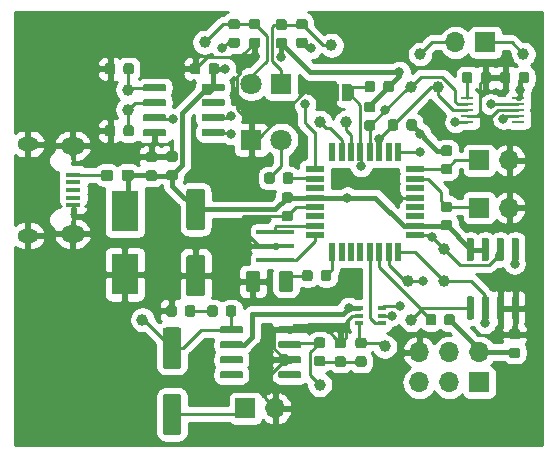
<source format=gbr>
G04 #@! TF.GenerationSoftware,KiCad,Pcbnew,(5.1.4-0-10_14)*
G04 #@! TF.CreationDate,2019-09-02T22:38:08-04:00*
G04 #@! TF.ProjectId,EFCv2,45464376-322e-46b6-9963-61645f706362,rev?*
G04 #@! TF.SameCoordinates,Original*
G04 #@! TF.FileFunction,Copper,L1,Top*
G04 #@! TF.FilePolarity,Positive*
%FSLAX46Y46*%
G04 Gerber Fmt 4.6, Leading zero omitted, Abs format (unit mm)*
G04 Created by KiCad (PCBNEW (5.1.4-0-10_14)) date 2019-09-02 22:38:08*
%MOMM*%
%LPD*%
G04 APERTURE LIST*
%ADD10C,0.100000*%
%ADD11C,0.875000*%
%ADD12C,1.000000*%
%ADD13R,1.100000X0.250000*%
%ADD14C,0.600000*%
%ADD15C,1.800000*%
%ADD16R,1.800000X1.800000*%
%ADD17C,1.250000*%
%ADD18R,3.200000X0.400000*%
%ADD19R,0.550000X1.600000*%
%ADD20R,1.600000X0.550000*%
%ADD21R,0.650000X0.400000*%
%ADD22O,1.700000X1.700000*%
%ADD23R,1.700000X1.700000*%
%ADD24C,0.500000*%
%ADD25O,1.800000X1.150000*%
%ADD26O,2.000000X1.450000*%
%ADD27R,1.300000X0.450000*%
%ADD28C,0.950000*%
%ADD29R,2.300000X3.500000*%
%ADD30C,1.600000*%
%ADD31C,0.800000*%
%ADD32C,0.250000*%
%ADD33C,0.400000*%
%ADD34C,0.254000*%
G04 APERTURE END LIST*
D10*
G36*
X154027691Y-74313554D02*
G01*
X154048926Y-74316704D01*
X154069750Y-74321920D01*
X154089962Y-74329152D01*
X154109368Y-74338331D01*
X154127781Y-74349367D01*
X154145024Y-74362155D01*
X154160930Y-74376571D01*
X154175346Y-74392477D01*
X154188134Y-74409720D01*
X154199170Y-74428133D01*
X154208349Y-74447539D01*
X154215581Y-74467751D01*
X154220797Y-74488575D01*
X154223947Y-74509810D01*
X154225000Y-74531251D01*
X154225000Y-74968751D01*
X154223947Y-74990192D01*
X154220797Y-75011427D01*
X154215581Y-75032251D01*
X154208349Y-75052463D01*
X154199170Y-75071869D01*
X154188134Y-75090282D01*
X154175346Y-75107525D01*
X154160930Y-75123431D01*
X154145024Y-75137847D01*
X154127781Y-75150635D01*
X154109368Y-75161671D01*
X154089962Y-75170850D01*
X154069750Y-75178082D01*
X154048926Y-75183298D01*
X154027691Y-75186448D01*
X154006250Y-75187501D01*
X153493750Y-75187501D01*
X153472309Y-75186448D01*
X153451074Y-75183298D01*
X153430250Y-75178082D01*
X153410038Y-75170850D01*
X153390632Y-75161671D01*
X153372219Y-75150635D01*
X153354976Y-75137847D01*
X153339070Y-75123431D01*
X153324654Y-75107525D01*
X153311866Y-75090282D01*
X153300830Y-75071869D01*
X153291651Y-75052463D01*
X153284419Y-75032251D01*
X153279203Y-75011427D01*
X153276053Y-74990192D01*
X153275000Y-74968751D01*
X153275000Y-74531251D01*
X153276053Y-74509810D01*
X153279203Y-74488575D01*
X153284419Y-74467751D01*
X153291651Y-74447539D01*
X153300830Y-74428133D01*
X153311866Y-74409720D01*
X153324654Y-74392477D01*
X153339070Y-74376571D01*
X153354976Y-74362155D01*
X153372219Y-74349367D01*
X153390632Y-74338331D01*
X153410038Y-74329152D01*
X153430250Y-74321920D01*
X153451074Y-74316704D01*
X153472309Y-74313554D01*
X153493750Y-74312501D01*
X154006250Y-74312501D01*
X154027691Y-74313554D01*
X154027691Y-74313554D01*
G37*
D11*
X153750000Y-74750001D03*
D10*
G36*
X154027691Y-75888554D02*
G01*
X154048926Y-75891704D01*
X154069750Y-75896920D01*
X154089962Y-75904152D01*
X154109368Y-75913331D01*
X154127781Y-75924367D01*
X154145024Y-75937155D01*
X154160930Y-75951571D01*
X154175346Y-75967477D01*
X154188134Y-75984720D01*
X154199170Y-76003133D01*
X154208349Y-76022539D01*
X154215581Y-76042751D01*
X154220797Y-76063575D01*
X154223947Y-76084810D01*
X154225000Y-76106251D01*
X154225000Y-76543751D01*
X154223947Y-76565192D01*
X154220797Y-76586427D01*
X154215581Y-76607251D01*
X154208349Y-76627463D01*
X154199170Y-76646869D01*
X154188134Y-76665282D01*
X154175346Y-76682525D01*
X154160930Y-76698431D01*
X154145024Y-76712847D01*
X154127781Y-76725635D01*
X154109368Y-76736671D01*
X154089962Y-76745850D01*
X154069750Y-76753082D01*
X154048926Y-76758298D01*
X154027691Y-76761448D01*
X154006250Y-76762501D01*
X153493750Y-76762501D01*
X153472309Y-76761448D01*
X153451074Y-76758298D01*
X153430250Y-76753082D01*
X153410038Y-76745850D01*
X153390632Y-76736671D01*
X153372219Y-76725635D01*
X153354976Y-76712847D01*
X153339070Y-76698431D01*
X153324654Y-76682525D01*
X153311866Y-76665282D01*
X153300830Y-76646869D01*
X153291651Y-76627463D01*
X153284419Y-76607251D01*
X153279203Y-76586427D01*
X153276053Y-76565192D01*
X153275000Y-76543751D01*
X153275000Y-76106251D01*
X153276053Y-76084810D01*
X153279203Y-76063575D01*
X153284419Y-76042751D01*
X153291651Y-76022539D01*
X153300830Y-76003133D01*
X153311866Y-75984720D01*
X153324654Y-75967477D01*
X153339070Y-75951571D01*
X153354976Y-75937155D01*
X153372219Y-75924367D01*
X153390632Y-75913331D01*
X153410038Y-75904152D01*
X153430250Y-75896920D01*
X153451074Y-75891704D01*
X153472309Y-75888554D01*
X153493750Y-75887501D01*
X154006250Y-75887501D01*
X154027691Y-75888554D01*
X154027691Y-75888554D01*
G37*
D11*
X153750000Y-76325001D03*
D12*
X147250000Y-76250000D03*
D10*
G36*
X151777691Y-75851053D02*
G01*
X151798926Y-75854203D01*
X151819750Y-75859419D01*
X151839962Y-75866651D01*
X151859368Y-75875830D01*
X151877781Y-75886866D01*
X151895024Y-75899654D01*
X151910930Y-75914070D01*
X151925346Y-75929976D01*
X151938134Y-75947219D01*
X151949170Y-75965632D01*
X151958349Y-75985038D01*
X151965581Y-76005250D01*
X151970797Y-76026074D01*
X151973947Y-76047309D01*
X151975000Y-76068750D01*
X151975000Y-76506250D01*
X151973947Y-76527691D01*
X151970797Y-76548926D01*
X151965581Y-76569750D01*
X151958349Y-76589962D01*
X151949170Y-76609368D01*
X151938134Y-76627781D01*
X151925346Y-76645024D01*
X151910930Y-76660930D01*
X151895024Y-76675346D01*
X151877781Y-76688134D01*
X151859368Y-76699170D01*
X151839962Y-76708349D01*
X151819750Y-76715581D01*
X151798926Y-76720797D01*
X151777691Y-76723947D01*
X151756250Y-76725000D01*
X151243750Y-76725000D01*
X151222309Y-76723947D01*
X151201074Y-76720797D01*
X151180250Y-76715581D01*
X151160038Y-76708349D01*
X151140632Y-76699170D01*
X151122219Y-76688134D01*
X151104976Y-76675346D01*
X151089070Y-76660930D01*
X151074654Y-76645024D01*
X151061866Y-76627781D01*
X151050830Y-76609368D01*
X151041651Y-76589962D01*
X151034419Y-76569750D01*
X151029203Y-76548926D01*
X151026053Y-76527691D01*
X151025000Y-76506250D01*
X151025000Y-76068750D01*
X151026053Y-76047309D01*
X151029203Y-76026074D01*
X151034419Y-76005250D01*
X151041651Y-75985038D01*
X151050830Y-75965632D01*
X151061866Y-75947219D01*
X151074654Y-75929976D01*
X151089070Y-75914070D01*
X151104976Y-75899654D01*
X151122219Y-75886866D01*
X151140632Y-75875830D01*
X151160038Y-75866651D01*
X151180250Y-75859419D01*
X151201074Y-75854203D01*
X151222309Y-75851053D01*
X151243750Y-75850000D01*
X151756250Y-75850000D01*
X151777691Y-75851053D01*
X151777691Y-75851053D01*
G37*
D11*
X151500000Y-76287500D03*
D10*
G36*
X151777691Y-74276053D02*
G01*
X151798926Y-74279203D01*
X151819750Y-74284419D01*
X151839962Y-74291651D01*
X151859368Y-74300830D01*
X151877781Y-74311866D01*
X151895024Y-74324654D01*
X151910930Y-74339070D01*
X151925346Y-74354976D01*
X151938134Y-74372219D01*
X151949170Y-74390632D01*
X151958349Y-74410038D01*
X151965581Y-74430250D01*
X151970797Y-74451074D01*
X151973947Y-74472309D01*
X151975000Y-74493750D01*
X151975000Y-74931250D01*
X151973947Y-74952691D01*
X151970797Y-74973926D01*
X151965581Y-74994750D01*
X151958349Y-75014962D01*
X151949170Y-75034368D01*
X151938134Y-75052781D01*
X151925346Y-75070024D01*
X151910930Y-75085930D01*
X151895024Y-75100346D01*
X151877781Y-75113134D01*
X151859368Y-75124170D01*
X151839962Y-75133349D01*
X151819750Y-75140581D01*
X151798926Y-75145797D01*
X151777691Y-75148947D01*
X151756250Y-75150000D01*
X151243750Y-75150000D01*
X151222309Y-75148947D01*
X151201074Y-75145797D01*
X151180250Y-75140581D01*
X151160038Y-75133349D01*
X151140632Y-75124170D01*
X151122219Y-75113134D01*
X151104976Y-75100346D01*
X151089070Y-75085930D01*
X151074654Y-75070024D01*
X151061866Y-75052781D01*
X151050830Y-75034368D01*
X151041651Y-75014962D01*
X151034419Y-74994750D01*
X151029203Y-74973926D01*
X151026053Y-74952691D01*
X151025000Y-74931250D01*
X151025000Y-74493750D01*
X151026053Y-74472309D01*
X151029203Y-74451074D01*
X151034419Y-74430250D01*
X151041651Y-74410038D01*
X151050830Y-74390632D01*
X151061866Y-74372219D01*
X151074654Y-74354976D01*
X151089070Y-74339070D01*
X151104976Y-74324654D01*
X151122219Y-74311866D01*
X151140632Y-74300830D01*
X151160038Y-74291651D01*
X151180250Y-74284419D01*
X151201074Y-74279203D01*
X151222309Y-74276053D01*
X151243750Y-74275000D01*
X151756250Y-74275000D01*
X151777691Y-74276053D01*
X151777691Y-74276053D01*
G37*
D11*
X151500000Y-74712500D03*
D10*
G36*
X150027691Y-74276053D02*
G01*
X150048926Y-74279203D01*
X150069750Y-74284419D01*
X150089962Y-74291651D01*
X150109368Y-74300830D01*
X150127781Y-74311866D01*
X150145024Y-74324654D01*
X150160930Y-74339070D01*
X150175346Y-74354976D01*
X150188134Y-74372219D01*
X150199170Y-74390632D01*
X150208349Y-74410038D01*
X150215581Y-74430250D01*
X150220797Y-74451074D01*
X150223947Y-74472309D01*
X150225000Y-74493750D01*
X150225000Y-74931250D01*
X150223947Y-74952691D01*
X150220797Y-74973926D01*
X150215581Y-74994750D01*
X150208349Y-75014962D01*
X150199170Y-75034368D01*
X150188134Y-75052781D01*
X150175346Y-75070024D01*
X150160930Y-75085930D01*
X150145024Y-75100346D01*
X150127781Y-75113134D01*
X150109368Y-75124170D01*
X150089962Y-75133349D01*
X150069750Y-75140581D01*
X150048926Y-75145797D01*
X150027691Y-75148947D01*
X150006250Y-75150000D01*
X149493750Y-75150000D01*
X149472309Y-75148947D01*
X149451074Y-75145797D01*
X149430250Y-75140581D01*
X149410038Y-75133349D01*
X149390632Y-75124170D01*
X149372219Y-75113134D01*
X149354976Y-75100346D01*
X149339070Y-75085930D01*
X149324654Y-75070024D01*
X149311866Y-75052781D01*
X149300830Y-75034368D01*
X149291651Y-75014962D01*
X149284419Y-74994750D01*
X149279203Y-74973926D01*
X149276053Y-74952691D01*
X149275000Y-74931250D01*
X149275000Y-74493750D01*
X149276053Y-74472309D01*
X149279203Y-74451074D01*
X149284419Y-74430250D01*
X149291651Y-74410038D01*
X149300830Y-74390632D01*
X149311866Y-74372219D01*
X149324654Y-74354976D01*
X149339070Y-74339070D01*
X149354976Y-74324654D01*
X149372219Y-74311866D01*
X149390632Y-74300830D01*
X149410038Y-74291651D01*
X149430250Y-74284419D01*
X149451074Y-74279203D01*
X149472309Y-74276053D01*
X149493750Y-74275000D01*
X150006250Y-74275000D01*
X150027691Y-74276053D01*
X150027691Y-74276053D01*
G37*
D11*
X149750000Y-74712500D03*
D10*
G36*
X150027691Y-75851053D02*
G01*
X150048926Y-75854203D01*
X150069750Y-75859419D01*
X150089962Y-75866651D01*
X150109368Y-75875830D01*
X150127781Y-75886866D01*
X150145024Y-75899654D01*
X150160930Y-75914070D01*
X150175346Y-75929976D01*
X150188134Y-75947219D01*
X150199170Y-75965632D01*
X150208349Y-75985038D01*
X150215581Y-76005250D01*
X150220797Y-76026074D01*
X150223947Y-76047309D01*
X150225000Y-76068750D01*
X150225000Y-76506250D01*
X150223947Y-76527691D01*
X150220797Y-76548926D01*
X150215581Y-76569750D01*
X150208349Y-76589962D01*
X150199170Y-76609368D01*
X150188134Y-76627781D01*
X150175346Y-76645024D01*
X150160930Y-76660930D01*
X150145024Y-76675346D01*
X150127781Y-76688134D01*
X150109368Y-76699170D01*
X150089962Y-76708349D01*
X150069750Y-76715581D01*
X150048926Y-76720797D01*
X150027691Y-76723947D01*
X150006250Y-76725000D01*
X149493750Y-76725000D01*
X149472309Y-76723947D01*
X149451074Y-76720797D01*
X149430250Y-76715581D01*
X149410038Y-76708349D01*
X149390632Y-76699170D01*
X149372219Y-76688134D01*
X149354976Y-76675346D01*
X149339070Y-76660930D01*
X149324654Y-76645024D01*
X149311866Y-76627781D01*
X149300830Y-76609368D01*
X149291651Y-76589962D01*
X149284419Y-76569750D01*
X149279203Y-76548926D01*
X149276053Y-76527691D01*
X149275000Y-76506250D01*
X149275000Y-76068750D01*
X149276053Y-76047309D01*
X149279203Y-76026074D01*
X149284419Y-76005250D01*
X149291651Y-75985038D01*
X149300830Y-75965632D01*
X149311866Y-75947219D01*
X149324654Y-75929976D01*
X149339070Y-75914070D01*
X149354976Y-75899654D01*
X149372219Y-75886866D01*
X149390632Y-75875830D01*
X149410038Y-75866651D01*
X149430250Y-75859419D01*
X149451074Y-75854203D01*
X149472309Y-75851053D01*
X149493750Y-75850000D01*
X150006250Y-75850000D01*
X150027691Y-75851053D01*
X150027691Y-75851053D01*
G37*
D11*
X149750000Y-76287500D03*
D10*
G36*
X155777691Y-74276053D02*
G01*
X155798926Y-74279203D01*
X155819750Y-74284419D01*
X155839962Y-74291651D01*
X155859368Y-74300830D01*
X155877781Y-74311866D01*
X155895024Y-74324654D01*
X155910930Y-74339070D01*
X155925346Y-74354976D01*
X155938134Y-74372219D01*
X155949170Y-74390632D01*
X155958349Y-74410038D01*
X155965581Y-74430250D01*
X155970797Y-74451074D01*
X155973947Y-74472309D01*
X155975000Y-74493750D01*
X155975000Y-74931250D01*
X155973947Y-74952691D01*
X155970797Y-74973926D01*
X155965581Y-74994750D01*
X155958349Y-75014962D01*
X155949170Y-75034368D01*
X155938134Y-75052781D01*
X155925346Y-75070024D01*
X155910930Y-75085930D01*
X155895024Y-75100346D01*
X155877781Y-75113134D01*
X155859368Y-75124170D01*
X155839962Y-75133349D01*
X155819750Y-75140581D01*
X155798926Y-75145797D01*
X155777691Y-75148947D01*
X155756250Y-75150000D01*
X155243750Y-75150000D01*
X155222309Y-75148947D01*
X155201074Y-75145797D01*
X155180250Y-75140581D01*
X155160038Y-75133349D01*
X155140632Y-75124170D01*
X155122219Y-75113134D01*
X155104976Y-75100346D01*
X155089070Y-75085930D01*
X155074654Y-75070024D01*
X155061866Y-75052781D01*
X155050830Y-75034368D01*
X155041651Y-75014962D01*
X155034419Y-74994750D01*
X155029203Y-74973926D01*
X155026053Y-74952691D01*
X155025000Y-74931250D01*
X155025000Y-74493750D01*
X155026053Y-74472309D01*
X155029203Y-74451074D01*
X155034419Y-74430250D01*
X155041651Y-74410038D01*
X155050830Y-74390632D01*
X155061866Y-74372219D01*
X155074654Y-74354976D01*
X155089070Y-74339070D01*
X155104976Y-74324654D01*
X155122219Y-74311866D01*
X155140632Y-74300830D01*
X155160038Y-74291651D01*
X155180250Y-74284419D01*
X155201074Y-74279203D01*
X155222309Y-74276053D01*
X155243750Y-74275000D01*
X155756250Y-74275000D01*
X155777691Y-74276053D01*
X155777691Y-74276053D01*
G37*
D11*
X155500000Y-74712500D03*
D10*
G36*
X155777691Y-75851053D02*
G01*
X155798926Y-75854203D01*
X155819750Y-75859419D01*
X155839962Y-75866651D01*
X155859368Y-75875830D01*
X155877781Y-75886866D01*
X155895024Y-75899654D01*
X155910930Y-75914070D01*
X155925346Y-75929976D01*
X155938134Y-75947219D01*
X155949170Y-75965632D01*
X155958349Y-75985038D01*
X155965581Y-76005250D01*
X155970797Y-76026074D01*
X155973947Y-76047309D01*
X155975000Y-76068750D01*
X155975000Y-76506250D01*
X155973947Y-76527691D01*
X155970797Y-76548926D01*
X155965581Y-76569750D01*
X155958349Y-76589962D01*
X155949170Y-76609368D01*
X155938134Y-76627781D01*
X155925346Y-76645024D01*
X155910930Y-76660930D01*
X155895024Y-76675346D01*
X155877781Y-76688134D01*
X155859368Y-76699170D01*
X155839962Y-76708349D01*
X155819750Y-76715581D01*
X155798926Y-76720797D01*
X155777691Y-76723947D01*
X155756250Y-76725000D01*
X155243750Y-76725000D01*
X155222309Y-76723947D01*
X155201074Y-76720797D01*
X155180250Y-76715581D01*
X155160038Y-76708349D01*
X155140632Y-76699170D01*
X155122219Y-76688134D01*
X155104976Y-76675346D01*
X155089070Y-76660930D01*
X155074654Y-76645024D01*
X155061866Y-76627781D01*
X155050830Y-76609368D01*
X155041651Y-76589962D01*
X155034419Y-76569750D01*
X155029203Y-76548926D01*
X155026053Y-76527691D01*
X155025000Y-76506250D01*
X155025000Y-76068750D01*
X155026053Y-76047309D01*
X155029203Y-76026074D01*
X155034419Y-76005250D01*
X155041651Y-75985038D01*
X155050830Y-75965632D01*
X155061866Y-75947219D01*
X155074654Y-75929976D01*
X155089070Y-75914070D01*
X155104976Y-75899654D01*
X155122219Y-75886866D01*
X155140632Y-75875830D01*
X155160038Y-75866651D01*
X155180250Y-75859419D01*
X155201074Y-75854203D01*
X155222309Y-75851053D01*
X155243750Y-75850000D01*
X155756250Y-75850000D01*
X155777691Y-75851053D01*
X155777691Y-75851053D01*
G37*
D11*
X155500000Y-76287500D03*
D10*
G36*
X174527691Y-78776053D02*
G01*
X174548926Y-78779203D01*
X174569750Y-78784419D01*
X174589962Y-78791651D01*
X174609368Y-78800830D01*
X174627781Y-78811866D01*
X174645024Y-78824654D01*
X174660930Y-78839070D01*
X174675346Y-78854976D01*
X174688134Y-78872219D01*
X174699170Y-78890632D01*
X174708349Y-78910038D01*
X174715581Y-78930250D01*
X174720797Y-78951074D01*
X174723947Y-78972309D01*
X174725000Y-78993750D01*
X174725000Y-79506250D01*
X174723947Y-79527691D01*
X174720797Y-79548926D01*
X174715581Y-79569750D01*
X174708349Y-79589962D01*
X174699170Y-79609368D01*
X174688134Y-79627781D01*
X174675346Y-79645024D01*
X174660930Y-79660930D01*
X174645024Y-79675346D01*
X174627781Y-79688134D01*
X174609368Y-79699170D01*
X174589962Y-79708349D01*
X174569750Y-79715581D01*
X174548926Y-79720797D01*
X174527691Y-79723947D01*
X174506250Y-79725000D01*
X174068750Y-79725000D01*
X174047309Y-79723947D01*
X174026074Y-79720797D01*
X174005250Y-79715581D01*
X173985038Y-79708349D01*
X173965632Y-79699170D01*
X173947219Y-79688134D01*
X173929976Y-79675346D01*
X173914070Y-79660930D01*
X173899654Y-79645024D01*
X173886866Y-79627781D01*
X173875830Y-79609368D01*
X173866651Y-79589962D01*
X173859419Y-79569750D01*
X173854203Y-79548926D01*
X173851053Y-79527691D01*
X173850000Y-79506250D01*
X173850000Y-78993750D01*
X173851053Y-78972309D01*
X173854203Y-78951074D01*
X173859419Y-78930250D01*
X173866651Y-78910038D01*
X173875830Y-78890632D01*
X173886866Y-78872219D01*
X173899654Y-78854976D01*
X173914070Y-78839070D01*
X173929976Y-78824654D01*
X173947219Y-78811866D01*
X173965632Y-78800830D01*
X173985038Y-78791651D01*
X174005250Y-78784419D01*
X174026074Y-78779203D01*
X174047309Y-78776053D01*
X174068750Y-78775000D01*
X174506250Y-78775000D01*
X174527691Y-78776053D01*
X174527691Y-78776053D01*
G37*
D11*
X174287500Y-79250000D03*
D10*
G36*
X172952691Y-78776053D02*
G01*
X172973926Y-78779203D01*
X172994750Y-78784419D01*
X173014962Y-78791651D01*
X173034368Y-78800830D01*
X173052781Y-78811866D01*
X173070024Y-78824654D01*
X173085930Y-78839070D01*
X173100346Y-78854976D01*
X173113134Y-78872219D01*
X173124170Y-78890632D01*
X173133349Y-78910038D01*
X173140581Y-78930250D01*
X173145797Y-78951074D01*
X173148947Y-78972309D01*
X173150000Y-78993750D01*
X173150000Y-79506250D01*
X173148947Y-79527691D01*
X173145797Y-79548926D01*
X173140581Y-79569750D01*
X173133349Y-79589962D01*
X173124170Y-79609368D01*
X173113134Y-79627781D01*
X173100346Y-79645024D01*
X173085930Y-79660930D01*
X173070024Y-79675346D01*
X173052781Y-79688134D01*
X173034368Y-79699170D01*
X173014962Y-79708349D01*
X172994750Y-79715581D01*
X172973926Y-79720797D01*
X172952691Y-79723947D01*
X172931250Y-79725000D01*
X172493750Y-79725000D01*
X172472309Y-79723947D01*
X172451074Y-79720797D01*
X172430250Y-79715581D01*
X172410038Y-79708349D01*
X172390632Y-79699170D01*
X172372219Y-79688134D01*
X172354976Y-79675346D01*
X172339070Y-79660930D01*
X172324654Y-79645024D01*
X172311866Y-79627781D01*
X172300830Y-79609368D01*
X172291651Y-79589962D01*
X172284419Y-79569750D01*
X172279203Y-79548926D01*
X172276053Y-79527691D01*
X172275000Y-79506250D01*
X172275000Y-78993750D01*
X172276053Y-78972309D01*
X172279203Y-78951074D01*
X172284419Y-78930250D01*
X172291651Y-78910038D01*
X172300830Y-78890632D01*
X172311866Y-78872219D01*
X172324654Y-78854976D01*
X172339070Y-78839070D01*
X172354976Y-78824654D01*
X172372219Y-78811866D01*
X172390632Y-78800830D01*
X172410038Y-78791651D01*
X172430250Y-78784419D01*
X172451074Y-78779203D01*
X172472309Y-78776053D01*
X172493750Y-78775000D01*
X172931250Y-78775000D01*
X172952691Y-78776053D01*
X172952691Y-78776053D01*
G37*
D11*
X172712500Y-79250000D03*
D13*
X173800000Y-81000000D03*
X173800000Y-81500000D03*
X173800000Y-82000000D03*
X173800000Y-82500000D03*
X173800000Y-83000000D03*
X169500000Y-83000000D03*
X169500000Y-82500000D03*
X169500000Y-82000000D03*
X169500000Y-81500000D03*
X169500000Y-81000000D03*
D10*
G36*
X169914703Y-92825722D02*
G01*
X169929264Y-92827882D01*
X169943543Y-92831459D01*
X169957403Y-92836418D01*
X169970710Y-92842712D01*
X169983336Y-92850280D01*
X169995159Y-92859048D01*
X170006066Y-92868934D01*
X170015952Y-92879841D01*
X170024720Y-92891664D01*
X170032288Y-92904290D01*
X170038582Y-92917597D01*
X170043541Y-92931457D01*
X170047118Y-92945736D01*
X170049278Y-92960297D01*
X170050000Y-92975000D01*
X170050000Y-94625000D01*
X170049278Y-94639703D01*
X170047118Y-94654264D01*
X170043541Y-94668543D01*
X170038582Y-94682403D01*
X170032288Y-94695710D01*
X170024720Y-94708336D01*
X170015952Y-94720159D01*
X170006066Y-94731066D01*
X169995159Y-94740952D01*
X169983336Y-94749720D01*
X169970710Y-94757288D01*
X169957403Y-94763582D01*
X169943543Y-94768541D01*
X169929264Y-94772118D01*
X169914703Y-94774278D01*
X169900000Y-94775000D01*
X169600000Y-94775000D01*
X169585297Y-94774278D01*
X169570736Y-94772118D01*
X169556457Y-94768541D01*
X169542597Y-94763582D01*
X169529290Y-94757288D01*
X169516664Y-94749720D01*
X169504841Y-94740952D01*
X169493934Y-94731066D01*
X169484048Y-94720159D01*
X169475280Y-94708336D01*
X169467712Y-94695710D01*
X169461418Y-94682403D01*
X169456459Y-94668543D01*
X169452882Y-94654264D01*
X169450722Y-94639703D01*
X169450000Y-94625000D01*
X169450000Y-92975000D01*
X169450722Y-92960297D01*
X169452882Y-92945736D01*
X169456459Y-92931457D01*
X169461418Y-92917597D01*
X169467712Y-92904290D01*
X169475280Y-92891664D01*
X169484048Y-92879841D01*
X169493934Y-92868934D01*
X169504841Y-92859048D01*
X169516664Y-92850280D01*
X169529290Y-92842712D01*
X169542597Y-92836418D01*
X169556457Y-92831459D01*
X169570736Y-92827882D01*
X169585297Y-92825722D01*
X169600000Y-92825000D01*
X169900000Y-92825000D01*
X169914703Y-92825722D01*
X169914703Y-92825722D01*
G37*
D14*
X169750000Y-93800000D03*
D10*
G36*
X171184703Y-92825722D02*
G01*
X171199264Y-92827882D01*
X171213543Y-92831459D01*
X171227403Y-92836418D01*
X171240710Y-92842712D01*
X171253336Y-92850280D01*
X171265159Y-92859048D01*
X171276066Y-92868934D01*
X171285952Y-92879841D01*
X171294720Y-92891664D01*
X171302288Y-92904290D01*
X171308582Y-92917597D01*
X171313541Y-92931457D01*
X171317118Y-92945736D01*
X171319278Y-92960297D01*
X171320000Y-92975000D01*
X171320000Y-94625000D01*
X171319278Y-94639703D01*
X171317118Y-94654264D01*
X171313541Y-94668543D01*
X171308582Y-94682403D01*
X171302288Y-94695710D01*
X171294720Y-94708336D01*
X171285952Y-94720159D01*
X171276066Y-94731066D01*
X171265159Y-94740952D01*
X171253336Y-94749720D01*
X171240710Y-94757288D01*
X171227403Y-94763582D01*
X171213543Y-94768541D01*
X171199264Y-94772118D01*
X171184703Y-94774278D01*
X171170000Y-94775000D01*
X170870000Y-94775000D01*
X170855297Y-94774278D01*
X170840736Y-94772118D01*
X170826457Y-94768541D01*
X170812597Y-94763582D01*
X170799290Y-94757288D01*
X170786664Y-94749720D01*
X170774841Y-94740952D01*
X170763934Y-94731066D01*
X170754048Y-94720159D01*
X170745280Y-94708336D01*
X170737712Y-94695710D01*
X170731418Y-94682403D01*
X170726459Y-94668543D01*
X170722882Y-94654264D01*
X170720722Y-94639703D01*
X170720000Y-94625000D01*
X170720000Y-92975000D01*
X170720722Y-92960297D01*
X170722882Y-92945736D01*
X170726459Y-92931457D01*
X170731418Y-92917597D01*
X170737712Y-92904290D01*
X170745280Y-92891664D01*
X170754048Y-92879841D01*
X170763934Y-92868934D01*
X170774841Y-92859048D01*
X170786664Y-92850280D01*
X170799290Y-92842712D01*
X170812597Y-92836418D01*
X170826457Y-92831459D01*
X170840736Y-92827882D01*
X170855297Y-92825722D01*
X170870000Y-92825000D01*
X171170000Y-92825000D01*
X171184703Y-92825722D01*
X171184703Y-92825722D01*
G37*
D14*
X171020000Y-93800000D03*
D10*
G36*
X172454703Y-92825722D02*
G01*
X172469264Y-92827882D01*
X172483543Y-92831459D01*
X172497403Y-92836418D01*
X172510710Y-92842712D01*
X172523336Y-92850280D01*
X172535159Y-92859048D01*
X172546066Y-92868934D01*
X172555952Y-92879841D01*
X172564720Y-92891664D01*
X172572288Y-92904290D01*
X172578582Y-92917597D01*
X172583541Y-92931457D01*
X172587118Y-92945736D01*
X172589278Y-92960297D01*
X172590000Y-92975000D01*
X172590000Y-94625000D01*
X172589278Y-94639703D01*
X172587118Y-94654264D01*
X172583541Y-94668543D01*
X172578582Y-94682403D01*
X172572288Y-94695710D01*
X172564720Y-94708336D01*
X172555952Y-94720159D01*
X172546066Y-94731066D01*
X172535159Y-94740952D01*
X172523336Y-94749720D01*
X172510710Y-94757288D01*
X172497403Y-94763582D01*
X172483543Y-94768541D01*
X172469264Y-94772118D01*
X172454703Y-94774278D01*
X172440000Y-94775000D01*
X172140000Y-94775000D01*
X172125297Y-94774278D01*
X172110736Y-94772118D01*
X172096457Y-94768541D01*
X172082597Y-94763582D01*
X172069290Y-94757288D01*
X172056664Y-94749720D01*
X172044841Y-94740952D01*
X172033934Y-94731066D01*
X172024048Y-94720159D01*
X172015280Y-94708336D01*
X172007712Y-94695710D01*
X172001418Y-94682403D01*
X171996459Y-94668543D01*
X171992882Y-94654264D01*
X171990722Y-94639703D01*
X171990000Y-94625000D01*
X171990000Y-92975000D01*
X171990722Y-92960297D01*
X171992882Y-92945736D01*
X171996459Y-92931457D01*
X172001418Y-92917597D01*
X172007712Y-92904290D01*
X172015280Y-92891664D01*
X172024048Y-92879841D01*
X172033934Y-92868934D01*
X172044841Y-92859048D01*
X172056664Y-92850280D01*
X172069290Y-92842712D01*
X172082597Y-92836418D01*
X172096457Y-92831459D01*
X172110736Y-92827882D01*
X172125297Y-92825722D01*
X172140000Y-92825000D01*
X172440000Y-92825000D01*
X172454703Y-92825722D01*
X172454703Y-92825722D01*
G37*
D14*
X172290000Y-93800000D03*
D10*
G36*
X173724703Y-92825722D02*
G01*
X173739264Y-92827882D01*
X173753543Y-92831459D01*
X173767403Y-92836418D01*
X173780710Y-92842712D01*
X173793336Y-92850280D01*
X173805159Y-92859048D01*
X173816066Y-92868934D01*
X173825952Y-92879841D01*
X173834720Y-92891664D01*
X173842288Y-92904290D01*
X173848582Y-92917597D01*
X173853541Y-92931457D01*
X173857118Y-92945736D01*
X173859278Y-92960297D01*
X173860000Y-92975000D01*
X173860000Y-94625000D01*
X173859278Y-94639703D01*
X173857118Y-94654264D01*
X173853541Y-94668543D01*
X173848582Y-94682403D01*
X173842288Y-94695710D01*
X173834720Y-94708336D01*
X173825952Y-94720159D01*
X173816066Y-94731066D01*
X173805159Y-94740952D01*
X173793336Y-94749720D01*
X173780710Y-94757288D01*
X173767403Y-94763582D01*
X173753543Y-94768541D01*
X173739264Y-94772118D01*
X173724703Y-94774278D01*
X173710000Y-94775000D01*
X173410000Y-94775000D01*
X173395297Y-94774278D01*
X173380736Y-94772118D01*
X173366457Y-94768541D01*
X173352597Y-94763582D01*
X173339290Y-94757288D01*
X173326664Y-94749720D01*
X173314841Y-94740952D01*
X173303934Y-94731066D01*
X173294048Y-94720159D01*
X173285280Y-94708336D01*
X173277712Y-94695710D01*
X173271418Y-94682403D01*
X173266459Y-94668543D01*
X173262882Y-94654264D01*
X173260722Y-94639703D01*
X173260000Y-94625000D01*
X173260000Y-92975000D01*
X173260722Y-92960297D01*
X173262882Y-92945736D01*
X173266459Y-92931457D01*
X173271418Y-92917597D01*
X173277712Y-92904290D01*
X173285280Y-92891664D01*
X173294048Y-92879841D01*
X173303934Y-92868934D01*
X173314841Y-92859048D01*
X173326664Y-92850280D01*
X173339290Y-92842712D01*
X173352597Y-92836418D01*
X173366457Y-92831459D01*
X173380736Y-92827882D01*
X173395297Y-92825722D01*
X173410000Y-92825000D01*
X173710000Y-92825000D01*
X173724703Y-92825722D01*
X173724703Y-92825722D01*
G37*
D14*
X173560000Y-93800000D03*
D10*
G36*
X173724703Y-97775722D02*
G01*
X173739264Y-97777882D01*
X173753543Y-97781459D01*
X173767403Y-97786418D01*
X173780710Y-97792712D01*
X173793336Y-97800280D01*
X173805159Y-97809048D01*
X173816066Y-97818934D01*
X173825952Y-97829841D01*
X173834720Y-97841664D01*
X173842288Y-97854290D01*
X173848582Y-97867597D01*
X173853541Y-97881457D01*
X173857118Y-97895736D01*
X173859278Y-97910297D01*
X173860000Y-97925000D01*
X173860000Y-99575000D01*
X173859278Y-99589703D01*
X173857118Y-99604264D01*
X173853541Y-99618543D01*
X173848582Y-99632403D01*
X173842288Y-99645710D01*
X173834720Y-99658336D01*
X173825952Y-99670159D01*
X173816066Y-99681066D01*
X173805159Y-99690952D01*
X173793336Y-99699720D01*
X173780710Y-99707288D01*
X173767403Y-99713582D01*
X173753543Y-99718541D01*
X173739264Y-99722118D01*
X173724703Y-99724278D01*
X173710000Y-99725000D01*
X173410000Y-99725000D01*
X173395297Y-99724278D01*
X173380736Y-99722118D01*
X173366457Y-99718541D01*
X173352597Y-99713582D01*
X173339290Y-99707288D01*
X173326664Y-99699720D01*
X173314841Y-99690952D01*
X173303934Y-99681066D01*
X173294048Y-99670159D01*
X173285280Y-99658336D01*
X173277712Y-99645710D01*
X173271418Y-99632403D01*
X173266459Y-99618543D01*
X173262882Y-99604264D01*
X173260722Y-99589703D01*
X173260000Y-99575000D01*
X173260000Y-97925000D01*
X173260722Y-97910297D01*
X173262882Y-97895736D01*
X173266459Y-97881457D01*
X173271418Y-97867597D01*
X173277712Y-97854290D01*
X173285280Y-97841664D01*
X173294048Y-97829841D01*
X173303934Y-97818934D01*
X173314841Y-97809048D01*
X173326664Y-97800280D01*
X173339290Y-97792712D01*
X173352597Y-97786418D01*
X173366457Y-97781459D01*
X173380736Y-97777882D01*
X173395297Y-97775722D01*
X173410000Y-97775000D01*
X173710000Y-97775000D01*
X173724703Y-97775722D01*
X173724703Y-97775722D01*
G37*
D14*
X173560000Y-98750000D03*
D10*
G36*
X172454703Y-97775722D02*
G01*
X172469264Y-97777882D01*
X172483543Y-97781459D01*
X172497403Y-97786418D01*
X172510710Y-97792712D01*
X172523336Y-97800280D01*
X172535159Y-97809048D01*
X172546066Y-97818934D01*
X172555952Y-97829841D01*
X172564720Y-97841664D01*
X172572288Y-97854290D01*
X172578582Y-97867597D01*
X172583541Y-97881457D01*
X172587118Y-97895736D01*
X172589278Y-97910297D01*
X172590000Y-97925000D01*
X172590000Y-99575000D01*
X172589278Y-99589703D01*
X172587118Y-99604264D01*
X172583541Y-99618543D01*
X172578582Y-99632403D01*
X172572288Y-99645710D01*
X172564720Y-99658336D01*
X172555952Y-99670159D01*
X172546066Y-99681066D01*
X172535159Y-99690952D01*
X172523336Y-99699720D01*
X172510710Y-99707288D01*
X172497403Y-99713582D01*
X172483543Y-99718541D01*
X172469264Y-99722118D01*
X172454703Y-99724278D01*
X172440000Y-99725000D01*
X172140000Y-99725000D01*
X172125297Y-99724278D01*
X172110736Y-99722118D01*
X172096457Y-99718541D01*
X172082597Y-99713582D01*
X172069290Y-99707288D01*
X172056664Y-99699720D01*
X172044841Y-99690952D01*
X172033934Y-99681066D01*
X172024048Y-99670159D01*
X172015280Y-99658336D01*
X172007712Y-99645710D01*
X172001418Y-99632403D01*
X171996459Y-99618543D01*
X171992882Y-99604264D01*
X171990722Y-99589703D01*
X171990000Y-99575000D01*
X171990000Y-97925000D01*
X171990722Y-97910297D01*
X171992882Y-97895736D01*
X171996459Y-97881457D01*
X172001418Y-97867597D01*
X172007712Y-97854290D01*
X172015280Y-97841664D01*
X172024048Y-97829841D01*
X172033934Y-97818934D01*
X172044841Y-97809048D01*
X172056664Y-97800280D01*
X172069290Y-97792712D01*
X172082597Y-97786418D01*
X172096457Y-97781459D01*
X172110736Y-97777882D01*
X172125297Y-97775722D01*
X172140000Y-97775000D01*
X172440000Y-97775000D01*
X172454703Y-97775722D01*
X172454703Y-97775722D01*
G37*
D14*
X172290000Y-98750000D03*
D10*
G36*
X171184703Y-97775722D02*
G01*
X171199264Y-97777882D01*
X171213543Y-97781459D01*
X171227403Y-97786418D01*
X171240710Y-97792712D01*
X171253336Y-97800280D01*
X171265159Y-97809048D01*
X171276066Y-97818934D01*
X171285952Y-97829841D01*
X171294720Y-97841664D01*
X171302288Y-97854290D01*
X171308582Y-97867597D01*
X171313541Y-97881457D01*
X171317118Y-97895736D01*
X171319278Y-97910297D01*
X171320000Y-97925000D01*
X171320000Y-99575000D01*
X171319278Y-99589703D01*
X171317118Y-99604264D01*
X171313541Y-99618543D01*
X171308582Y-99632403D01*
X171302288Y-99645710D01*
X171294720Y-99658336D01*
X171285952Y-99670159D01*
X171276066Y-99681066D01*
X171265159Y-99690952D01*
X171253336Y-99699720D01*
X171240710Y-99707288D01*
X171227403Y-99713582D01*
X171213543Y-99718541D01*
X171199264Y-99722118D01*
X171184703Y-99724278D01*
X171170000Y-99725000D01*
X170870000Y-99725000D01*
X170855297Y-99724278D01*
X170840736Y-99722118D01*
X170826457Y-99718541D01*
X170812597Y-99713582D01*
X170799290Y-99707288D01*
X170786664Y-99699720D01*
X170774841Y-99690952D01*
X170763934Y-99681066D01*
X170754048Y-99670159D01*
X170745280Y-99658336D01*
X170737712Y-99645710D01*
X170731418Y-99632403D01*
X170726459Y-99618543D01*
X170722882Y-99604264D01*
X170720722Y-99589703D01*
X170720000Y-99575000D01*
X170720000Y-97925000D01*
X170720722Y-97910297D01*
X170722882Y-97895736D01*
X170726459Y-97881457D01*
X170731418Y-97867597D01*
X170737712Y-97854290D01*
X170745280Y-97841664D01*
X170754048Y-97829841D01*
X170763934Y-97818934D01*
X170774841Y-97809048D01*
X170786664Y-97800280D01*
X170799290Y-97792712D01*
X170812597Y-97786418D01*
X170826457Y-97781459D01*
X170840736Y-97777882D01*
X170855297Y-97775722D01*
X170870000Y-97775000D01*
X171170000Y-97775000D01*
X171184703Y-97775722D01*
X171184703Y-97775722D01*
G37*
D14*
X171020000Y-98750000D03*
D10*
G36*
X169914703Y-97775722D02*
G01*
X169929264Y-97777882D01*
X169943543Y-97781459D01*
X169957403Y-97786418D01*
X169970710Y-97792712D01*
X169983336Y-97800280D01*
X169995159Y-97809048D01*
X170006066Y-97818934D01*
X170015952Y-97829841D01*
X170024720Y-97841664D01*
X170032288Y-97854290D01*
X170038582Y-97867597D01*
X170043541Y-97881457D01*
X170047118Y-97895736D01*
X170049278Y-97910297D01*
X170050000Y-97925000D01*
X170050000Y-99575000D01*
X170049278Y-99589703D01*
X170047118Y-99604264D01*
X170043541Y-99618543D01*
X170038582Y-99632403D01*
X170032288Y-99645710D01*
X170024720Y-99658336D01*
X170015952Y-99670159D01*
X170006066Y-99681066D01*
X169995159Y-99690952D01*
X169983336Y-99699720D01*
X169970710Y-99707288D01*
X169957403Y-99713582D01*
X169943543Y-99718541D01*
X169929264Y-99722118D01*
X169914703Y-99724278D01*
X169900000Y-99725000D01*
X169600000Y-99725000D01*
X169585297Y-99724278D01*
X169570736Y-99722118D01*
X169556457Y-99718541D01*
X169542597Y-99713582D01*
X169529290Y-99707288D01*
X169516664Y-99699720D01*
X169504841Y-99690952D01*
X169493934Y-99681066D01*
X169484048Y-99670159D01*
X169475280Y-99658336D01*
X169467712Y-99645710D01*
X169461418Y-99632403D01*
X169456459Y-99618543D01*
X169452882Y-99604264D01*
X169450722Y-99589703D01*
X169450000Y-99575000D01*
X169450000Y-97925000D01*
X169450722Y-97910297D01*
X169452882Y-97895736D01*
X169456459Y-97881457D01*
X169461418Y-97867597D01*
X169467712Y-97854290D01*
X169475280Y-97841664D01*
X169484048Y-97829841D01*
X169493934Y-97818934D01*
X169504841Y-97809048D01*
X169516664Y-97800280D01*
X169529290Y-97792712D01*
X169542597Y-97786418D01*
X169556457Y-97781459D01*
X169570736Y-97777882D01*
X169585297Y-97775722D01*
X169600000Y-97775000D01*
X169900000Y-97775000D01*
X169914703Y-97775722D01*
X169914703Y-97775722D01*
G37*
D14*
X169750000Y-98750000D03*
D15*
X151210000Y-79750000D03*
D16*
X153750000Y-79750000D03*
D12*
X158000000Y-76500000D03*
D10*
G36*
X157777691Y-95526053D02*
G01*
X157798926Y-95529203D01*
X157819750Y-95534419D01*
X157839962Y-95541651D01*
X157859368Y-95550830D01*
X157877781Y-95561866D01*
X157895024Y-95574654D01*
X157910930Y-95589070D01*
X157925346Y-95604976D01*
X157938134Y-95622219D01*
X157949170Y-95640632D01*
X157958349Y-95660038D01*
X157965581Y-95680250D01*
X157970797Y-95701074D01*
X157973947Y-95722309D01*
X157975000Y-95743750D01*
X157975000Y-96256250D01*
X157973947Y-96277691D01*
X157970797Y-96298926D01*
X157965581Y-96319750D01*
X157958349Y-96339962D01*
X157949170Y-96359368D01*
X157938134Y-96377781D01*
X157925346Y-96395024D01*
X157910930Y-96410930D01*
X157895024Y-96425346D01*
X157877781Y-96438134D01*
X157859368Y-96449170D01*
X157839962Y-96458349D01*
X157819750Y-96465581D01*
X157798926Y-96470797D01*
X157777691Y-96473947D01*
X157756250Y-96475000D01*
X157318750Y-96475000D01*
X157297309Y-96473947D01*
X157276074Y-96470797D01*
X157255250Y-96465581D01*
X157235038Y-96458349D01*
X157215632Y-96449170D01*
X157197219Y-96438134D01*
X157179976Y-96425346D01*
X157164070Y-96410930D01*
X157149654Y-96395024D01*
X157136866Y-96377781D01*
X157125830Y-96359368D01*
X157116651Y-96339962D01*
X157109419Y-96319750D01*
X157104203Y-96298926D01*
X157101053Y-96277691D01*
X157100000Y-96256250D01*
X157100000Y-95743750D01*
X157101053Y-95722309D01*
X157104203Y-95701074D01*
X157109419Y-95680250D01*
X157116651Y-95660038D01*
X157125830Y-95640632D01*
X157136866Y-95622219D01*
X157149654Y-95604976D01*
X157164070Y-95589070D01*
X157179976Y-95574654D01*
X157197219Y-95561866D01*
X157215632Y-95550830D01*
X157235038Y-95541651D01*
X157255250Y-95534419D01*
X157276074Y-95529203D01*
X157297309Y-95526053D01*
X157318750Y-95525000D01*
X157756250Y-95525000D01*
X157777691Y-95526053D01*
X157777691Y-95526053D01*
G37*
D11*
X157537500Y-96000000D03*
D10*
G36*
X156202691Y-95526053D02*
G01*
X156223926Y-95529203D01*
X156244750Y-95534419D01*
X156264962Y-95541651D01*
X156284368Y-95550830D01*
X156302781Y-95561866D01*
X156320024Y-95574654D01*
X156335930Y-95589070D01*
X156350346Y-95604976D01*
X156363134Y-95622219D01*
X156374170Y-95640632D01*
X156383349Y-95660038D01*
X156390581Y-95680250D01*
X156395797Y-95701074D01*
X156398947Y-95722309D01*
X156400000Y-95743750D01*
X156400000Y-96256250D01*
X156398947Y-96277691D01*
X156395797Y-96298926D01*
X156390581Y-96319750D01*
X156383349Y-96339962D01*
X156374170Y-96359368D01*
X156363134Y-96377781D01*
X156350346Y-96395024D01*
X156335930Y-96410930D01*
X156320024Y-96425346D01*
X156302781Y-96438134D01*
X156284368Y-96449170D01*
X156264962Y-96458349D01*
X156244750Y-96465581D01*
X156223926Y-96470797D01*
X156202691Y-96473947D01*
X156181250Y-96475000D01*
X155743750Y-96475000D01*
X155722309Y-96473947D01*
X155701074Y-96470797D01*
X155680250Y-96465581D01*
X155660038Y-96458349D01*
X155640632Y-96449170D01*
X155622219Y-96438134D01*
X155604976Y-96425346D01*
X155589070Y-96410930D01*
X155574654Y-96395024D01*
X155561866Y-96377781D01*
X155550830Y-96359368D01*
X155541651Y-96339962D01*
X155534419Y-96319750D01*
X155529203Y-96298926D01*
X155526053Y-96277691D01*
X155525000Y-96256250D01*
X155525000Y-95743750D01*
X155526053Y-95722309D01*
X155529203Y-95701074D01*
X155534419Y-95680250D01*
X155541651Y-95660038D01*
X155550830Y-95640632D01*
X155561866Y-95622219D01*
X155574654Y-95604976D01*
X155589070Y-95589070D01*
X155604976Y-95574654D01*
X155622219Y-95561866D01*
X155640632Y-95550830D01*
X155660038Y-95541651D01*
X155680250Y-95534419D01*
X155701074Y-95529203D01*
X155722309Y-95526053D01*
X155743750Y-95525000D01*
X156181250Y-95525000D01*
X156202691Y-95526053D01*
X156202691Y-95526053D01*
G37*
D11*
X155962500Y-96000000D03*
D10*
G36*
X159027691Y-101276053D02*
G01*
X159048926Y-101279203D01*
X159069750Y-101284419D01*
X159089962Y-101291651D01*
X159109368Y-101300830D01*
X159127781Y-101311866D01*
X159145024Y-101324654D01*
X159160930Y-101339070D01*
X159175346Y-101354976D01*
X159188134Y-101372219D01*
X159199170Y-101390632D01*
X159208349Y-101410038D01*
X159215581Y-101430250D01*
X159220797Y-101451074D01*
X159223947Y-101472309D01*
X159225000Y-101493750D01*
X159225000Y-101931250D01*
X159223947Y-101952691D01*
X159220797Y-101973926D01*
X159215581Y-101994750D01*
X159208349Y-102014962D01*
X159199170Y-102034368D01*
X159188134Y-102052781D01*
X159175346Y-102070024D01*
X159160930Y-102085930D01*
X159145024Y-102100346D01*
X159127781Y-102113134D01*
X159109368Y-102124170D01*
X159089962Y-102133349D01*
X159069750Y-102140581D01*
X159048926Y-102145797D01*
X159027691Y-102148947D01*
X159006250Y-102150000D01*
X158493750Y-102150000D01*
X158472309Y-102148947D01*
X158451074Y-102145797D01*
X158430250Y-102140581D01*
X158410038Y-102133349D01*
X158390632Y-102124170D01*
X158372219Y-102113134D01*
X158354976Y-102100346D01*
X158339070Y-102085930D01*
X158324654Y-102070024D01*
X158311866Y-102052781D01*
X158300830Y-102034368D01*
X158291651Y-102014962D01*
X158284419Y-101994750D01*
X158279203Y-101973926D01*
X158276053Y-101952691D01*
X158275000Y-101931250D01*
X158275000Y-101493750D01*
X158276053Y-101472309D01*
X158279203Y-101451074D01*
X158284419Y-101430250D01*
X158291651Y-101410038D01*
X158300830Y-101390632D01*
X158311866Y-101372219D01*
X158324654Y-101354976D01*
X158339070Y-101339070D01*
X158354976Y-101324654D01*
X158372219Y-101311866D01*
X158390632Y-101300830D01*
X158410038Y-101291651D01*
X158430250Y-101284419D01*
X158451074Y-101279203D01*
X158472309Y-101276053D01*
X158493750Y-101275000D01*
X159006250Y-101275000D01*
X159027691Y-101276053D01*
X159027691Y-101276053D01*
G37*
D11*
X158750000Y-101712500D03*
D10*
G36*
X159027691Y-102851053D02*
G01*
X159048926Y-102854203D01*
X159069750Y-102859419D01*
X159089962Y-102866651D01*
X159109368Y-102875830D01*
X159127781Y-102886866D01*
X159145024Y-102899654D01*
X159160930Y-102914070D01*
X159175346Y-102929976D01*
X159188134Y-102947219D01*
X159199170Y-102965632D01*
X159208349Y-102985038D01*
X159215581Y-103005250D01*
X159220797Y-103026074D01*
X159223947Y-103047309D01*
X159225000Y-103068750D01*
X159225000Y-103506250D01*
X159223947Y-103527691D01*
X159220797Y-103548926D01*
X159215581Y-103569750D01*
X159208349Y-103589962D01*
X159199170Y-103609368D01*
X159188134Y-103627781D01*
X159175346Y-103645024D01*
X159160930Y-103660930D01*
X159145024Y-103675346D01*
X159127781Y-103688134D01*
X159109368Y-103699170D01*
X159089962Y-103708349D01*
X159069750Y-103715581D01*
X159048926Y-103720797D01*
X159027691Y-103723947D01*
X159006250Y-103725000D01*
X158493750Y-103725000D01*
X158472309Y-103723947D01*
X158451074Y-103720797D01*
X158430250Y-103715581D01*
X158410038Y-103708349D01*
X158390632Y-103699170D01*
X158372219Y-103688134D01*
X158354976Y-103675346D01*
X158339070Y-103660930D01*
X158324654Y-103645024D01*
X158311866Y-103627781D01*
X158300830Y-103609368D01*
X158291651Y-103589962D01*
X158284419Y-103569750D01*
X158279203Y-103548926D01*
X158276053Y-103527691D01*
X158275000Y-103506250D01*
X158275000Y-103068750D01*
X158276053Y-103047309D01*
X158279203Y-103026074D01*
X158284419Y-103005250D01*
X158291651Y-102985038D01*
X158300830Y-102965632D01*
X158311866Y-102947219D01*
X158324654Y-102929976D01*
X158339070Y-102914070D01*
X158354976Y-102899654D01*
X158372219Y-102886866D01*
X158390632Y-102875830D01*
X158410038Y-102866651D01*
X158430250Y-102859419D01*
X158451074Y-102854203D01*
X158472309Y-102851053D01*
X158493750Y-102850000D01*
X159006250Y-102850000D01*
X159027691Y-102851053D01*
X159027691Y-102851053D01*
G37*
D11*
X158750000Y-103287500D03*
D10*
G36*
X160777691Y-102851053D02*
G01*
X160798926Y-102854203D01*
X160819750Y-102859419D01*
X160839962Y-102866651D01*
X160859368Y-102875830D01*
X160877781Y-102886866D01*
X160895024Y-102899654D01*
X160910930Y-102914070D01*
X160925346Y-102929976D01*
X160938134Y-102947219D01*
X160949170Y-102965632D01*
X160958349Y-102985038D01*
X160965581Y-103005250D01*
X160970797Y-103026074D01*
X160973947Y-103047309D01*
X160975000Y-103068750D01*
X160975000Y-103506250D01*
X160973947Y-103527691D01*
X160970797Y-103548926D01*
X160965581Y-103569750D01*
X160958349Y-103589962D01*
X160949170Y-103609368D01*
X160938134Y-103627781D01*
X160925346Y-103645024D01*
X160910930Y-103660930D01*
X160895024Y-103675346D01*
X160877781Y-103688134D01*
X160859368Y-103699170D01*
X160839962Y-103708349D01*
X160819750Y-103715581D01*
X160798926Y-103720797D01*
X160777691Y-103723947D01*
X160756250Y-103725000D01*
X160243750Y-103725000D01*
X160222309Y-103723947D01*
X160201074Y-103720797D01*
X160180250Y-103715581D01*
X160160038Y-103708349D01*
X160140632Y-103699170D01*
X160122219Y-103688134D01*
X160104976Y-103675346D01*
X160089070Y-103660930D01*
X160074654Y-103645024D01*
X160061866Y-103627781D01*
X160050830Y-103609368D01*
X160041651Y-103589962D01*
X160034419Y-103569750D01*
X160029203Y-103548926D01*
X160026053Y-103527691D01*
X160025000Y-103506250D01*
X160025000Y-103068750D01*
X160026053Y-103047309D01*
X160029203Y-103026074D01*
X160034419Y-103005250D01*
X160041651Y-102985038D01*
X160050830Y-102965632D01*
X160061866Y-102947219D01*
X160074654Y-102929976D01*
X160089070Y-102914070D01*
X160104976Y-102899654D01*
X160122219Y-102886866D01*
X160140632Y-102875830D01*
X160160038Y-102866651D01*
X160180250Y-102859419D01*
X160201074Y-102854203D01*
X160222309Y-102851053D01*
X160243750Y-102850000D01*
X160756250Y-102850000D01*
X160777691Y-102851053D01*
X160777691Y-102851053D01*
G37*
D11*
X160500000Y-103287500D03*
D10*
G36*
X160777691Y-101276053D02*
G01*
X160798926Y-101279203D01*
X160819750Y-101284419D01*
X160839962Y-101291651D01*
X160859368Y-101300830D01*
X160877781Y-101311866D01*
X160895024Y-101324654D01*
X160910930Y-101339070D01*
X160925346Y-101354976D01*
X160938134Y-101372219D01*
X160949170Y-101390632D01*
X160958349Y-101410038D01*
X160965581Y-101430250D01*
X160970797Y-101451074D01*
X160973947Y-101472309D01*
X160975000Y-101493750D01*
X160975000Y-101931250D01*
X160973947Y-101952691D01*
X160970797Y-101973926D01*
X160965581Y-101994750D01*
X160958349Y-102014962D01*
X160949170Y-102034368D01*
X160938134Y-102052781D01*
X160925346Y-102070024D01*
X160910930Y-102085930D01*
X160895024Y-102100346D01*
X160877781Y-102113134D01*
X160859368Y-102124170D01*
X160839962Y-102133349D01*
X160819750Y-102140581D01*
X160798926Y-102145797D01*
X160777691Y-102148947D01*
X160756250Y-102150000D01*
X160243750Y-102150000D01*
X160222309Y-102148947D01*
X160201074Y-102145797D01*
X160180250Y-102140581D01*
X160160038Y-102133349D01*
X160140632Y-102124170D01*
X160122219Y-102113134D01*
X160104976Y-102100346D01*
X160089070Y-102085930D01*
X160074654Y-102070024D01*
X160061866Y-102052781D01*
X160050830Y-102034368D01*
X160041651Y-102014962D01*
X160034419Y-101994750D01*
X160029203Y-101973926D01*
X160026053Y-101952691D01*
X160025000Y-101931250D01*
X160025000Y-101493750D01*
X160026053Y-101472309D01*
X160029203Y-101451074D01*
X160034419Y-101430250D01*
X160041651Y-101410038D01*
X160050830Y-101390632D01*
X160061866Y-101372219D01*
X160074654Y-101354976D01*
X160089070Y-101339070D01*
X160104976Y-101324654D01*
X160122219Y-101311866D01*
X160140632Y-101300830D01*
X160160038Y-101291651D01*
X160180250Y-101284419D01*
X160201074Y-101279203D01*
X160222309Y-101276053D01*
X160243750Y-101275000D01*
X160756250Y-101275000D01*
X160777691Y-101276053D01*
X160777691Y-101276053D01*
G37*
D11*
X160500000Y-101712500D03*
D10*
G36*
X168027691Y-86563553D02*
G01*
X168048926Y-86566703D01*
X168069750Y-86571919D01*
X168089962Y-86579151D01*
X168109368Y-86588330D01*
X168127781Y-86599366D01*
X168145024Y-86612154D01*
X168160930Y-86626570D01*
X168175346Y-86642476D01*
X168188134Y-86659719D01*
X168199170Y-86678132D01*
X168208349Y-86697538D01*
X168215581Y-86717750D01*
X168220797Y-86738574D01*
X168223947Y-86759809D01*
X168225000Y-86781250D01*
X168225000Y-87218750D01*
X168223947Y-87240191D01*
X168220797Y-87261426D01*
X168215581Y-87282250D01*
X168208349Y-87302462D01*
X168199170Y-87321868D01*
X168188134Y-87340281D01*
X168175346Y-87357524D01*
X168160930Y-87373430D01*
X168145024Y-87387846D01*
X168127781Y-87400634D01*
X168109368Y-87411670D01*
X168089962Y-87420849D01*
X168069750Y-87428081D01*
X168048926Y-87433297D01*
X168027691Y-87436447D01*
X168006250Y-87437500D01*
X167493750Y-87437500D01*
X167472309Y-87436447D01*
X167451074Y-87433297D01*
X167430250Y-87428081D01*
X167410038Y-87420849D01*
X167390632Y-87411670D01*
X167372219Y-87400634D01*
X167354976Y-87387846D01*
X167339070Y-87373430D01*
X167324654Y-87357524D01*
X167311866Y-87340281D01*
X167300830Y-87321868D01*
X167291651Y-87302462D01*
X167284419Y-87282250D01*
X167279203Y-87261426D01*
X167276053Y-87240191D01*
X167275000Y-87218750D01*
X167275000Y-86781250D01*
X167276053Y-86759809D01*
X167279203Y-86738574D01*
X167284419Y-86717750D01*
X167291651Y-86697538D01*
X167300830Y-86678132D01*
X167311866Y-86659719D01*
X167324654Y-86642476D01*
X167339070Y-86626570D01*
X167354976Y-86612154D01*
X167372219Y-86599366D01*
X167390632Y-86588330D01*
X167410038Y-86579151D01*
X167430250Y-86571919D01*
X167451074Y-86566703D01*
X167472309Y-86563553D01*
X167493750Y-86562500D01*
X168006250Y-86562500D01*
X168027691Y-86563553D01*
X168027691Y-86563553D01*
G37*
D11*
X167750000Y-87000000D03*
D10*
G36*
X168027691Y-84988553D02*
G01*
X168048926Y-84991703D01*
X168069750Y-84996919D01*
X168089962Y-85004151D01*
X168109368Y-85013330D01*
X168127781Y-85024366D01*
X168145024Y-85037154D01*
X168160930Y-85051570D01*
X168175346Y-85067476D01*
X168188134Y-85084719D01*
X168199170Y-85103132D01*
X168208349Y-85122538D01*
X168215581Y-85142750D01*
X168220797Y-85163574D01*
X168223947Y-85184809D01*
X168225000Y-85206250D01*
X168225000Y-85643750D01*
X168223947Y-85665191D01*
X168220797Y-85686426D01*
X168215581Y-85707250D01*
X168208349Y-85727462D01*
X168199170Y-85746868D01*
X168188134Y-85765281D01*
X168175346Y-85782524D01*
X168160930Y-85798430D01*
X168145024Y-85812846D01*
X168127781Y-85825634D01*
X168109368Y-85836670D01*
X168089962Y-85845849D01*
X168069750Y-85853081D01*
X168048926Y-85858297D01*
X168027691Y-85861447D01*
X168006250Y-85862500D01*
X167493750Y-85862500D01*
X167472309Y-85861447D01*
X167451074Y-85858297D01*
X167430250Y-85853081D01*
X167410038Y-85845849D01*
X167390632Y-85836670D01*
X167372219Y-85825634D01*
X167354976Y-85812846D01*
X167339070Y-85798430D01*
X167324654Y-85782524D01*
X167311866Y-85765281D01*
X167300830Y-85746868D01*
X167291651Y-85727462D01*
X167284419Y-85707250D01*
X167279203Y-85686426D01*
X167276053Y-85665191D01*
X167275000Y-85643750D01*
X167275000Y-85206250D01*
X167276053Y-85184809D01*
X167279203Y-85163574D01*
X167284419Y-85142750D01*
X167291651Y-85122538D01*
X167300830Y-85103132D01*
X167311866Y-85084719D01*
X167324654Y-85067476D01*
X167339070Y-85051570D01*
X167354976Y-85037154D01*
X167372219Y-85024366D01*
X167390632Y-85013330D01*
X167410038Y-85004151D01*
X167430250Y-84996919D01*
X167451074Y-84991703D01*
X167472309Y-84988553D01*
X167493750Y-84987500D01*
X168006250Y-84987500D01*
X168027691Y-84988553D01*
X168027691Y-84988553D01*
G37*
D11*
X167750000Y-85425000D03*
D10*
G36*
X152990191Y-87276053D02*
G01*
X153011426Y-87279203D01*
X153032250Y-87284419D01*
X153052462Y-87291651D01*
X153071868Y-87300830D01*
X153090281Y-87311866D01*
X153107524Y-87324654D01*
X153123430Y-87339070D01*
X153137846Y-87354976D01*
X153150634Y-87372219D01*
X153161670Y-87390632D01*
X153170849Y-87410038D01*
X153178081Y-87430250D01*
X153183297Y-87451074D01*
X153186447Y-87472309D01*
X153187500Y-87493750D01*
X153187500Y-88006250D01*
X153186447Y-88027691D01*
X153183297Y-88048926D01*
X153178081Y-88069750D01*
X153170849Y-88089962D01*
X153161670Y-88109368D01*
X153150634Y-88127781D01*
X153137846Y-88145024D01*
X153123430Y-88160930D01*
X153107524Y-88175346D01*
X153090281Y-88188134D01*
X153071868Y-88199170D01*
X153052462Y-88208349D01*
X153032250Y-88215581D01*
X153011426Y-88220797D01*
X152990191Y-88223947D01*
X152968750Y-88225000D01*
X152531250Y-88225000D01*
X152509809Y-88223947D01*
X152488574Y-88220797D01*
X152467750Y-88215581D01*
X152447538Y-88208349D01*
X152428132Y-88199170D01*
X152409719Y-88188134D01*
X152392476Y-88175346D01*
X152376570Y-88160930D01*
X152362154Y-88145024D01*
X152349366Y-88127781D01*
X152338330Y-88109368D01*
X152329151Y-88089962D01*
X152321919Y-88069750D01*
X152316703Y-88048926D01*
X152313553Y-88027691D01*
X152312500Y-88006250D01*
X152312500Y-87493750D01*
X152313553Y-87472309D01*
X152316703Y-87451074D01*
X152321919Y-87430250D01*
X152329151Y-87410038D01*
X152338330Y-87390632D01*
X152349366Y-87372219D01*
X152362154Y-87354976D01*
X152376570Y-87339070D01*
X152392476Y-87324654D01*
X152409719Y-87311866D01*
X152428132Y-87300830D01*
X152447538Y-87291651D01*
X152467750Y-87284419D01*
X152488574Y-87279203D01*
X152509809Y-87276053D01*
X152531250Y-87275000D01*
X152968750Y-87275000D01*
X152990191Y-87276053D01*
X152990191Y-87276053D01*
G37*
D11*
X152750000Y-87750000D03*
D10*
G36*
X154565191Y-87276053D02*
G01*
X154586426Y-87279203D01*
X154607250Y-87284419D01*
X154627462Y-87291651D01*
X154646868Y-87300830D01*
X154665281Y-87311866D01*
X154682524Y-87324654D01*
X154698430Y-87339070D01*
X154712846Y-87354976D01*
X154725634Y-87372219D01*
X154736670Y-87390632D01*
X154745849Y-87410038D01*
X154753081Y-87430250D01*
X154758297Y-87451074D01*
X154761447Y-87472309D01*
X154762500Y-87493750D01*
X154762500Y-88006250D01*
X154761447Y-88027691D01*
X154758297Y-88048926D01*
X154753081Y-88069750D01*
X154745849Y-88089962D01*
X154736670Y-88109368D01*
X154725634Y-88127781D01*
X154712846Y-88145024D01*
X154698430Y-88160930D01*
X154682524Y-88175346D01*
X154665281Y-88188134D01*
X154646868Y-88199170D01*
X154627462Y-88208349D01*
X154607250Y-88215581D01*
X154586426Y-88220797D01*
X154565191Y-88223947D01*
X154543750Y-88225000D01*
X154106250Y-88225000D01*
X154084809Y-88223947D01*
X154063574Y-88220797D01*
X154042750Y-88215581D01*
X154022538Y-88208349D01*
X154003132Y-88199170D01*
X153984719Y-88188134D01*
X153967476Y-88175346D01*
X153951570Y-88160930D01*
X153937154Y-88145024D01*
X153924366Y-88127781D01*
X153913330Y-88109368D01*
X153904151Y-88089962D01*
X153896919Y-88069750D01*
X153891703Y-88048926D01*
X153888553Y-88027691D01*
X153887500Y-88006250D01*
X153887500Y-87493750D01*
X153888553Y-87472309D01*
X153891703Y-87451074D01*
X153896919Y-87430250D01*
X153904151Y-87410038D01*
X153913330Y-87390632D01*
X153924366Y-87372219D01*
X153937154Y-87354976D01*
X153951570Y-87339070D01*
X153967476Y-87324654D01*
X153984719Y-87311866D01*
X154003132Y-87300830D01*
X154022538Y-87291651D01*
X154042750Y-87284419D01*
X154063574Y-87279203D01*
X154084809Y-87276053D01*
X154106250Y-87275000D01*
X154543750Y-87275000D01*
X154565191Y-87276053D01*
X154565191Y-87276053D01*
G37*
D11*
X154325000Y-87750000D03*
D10*
G36*
X168027691Y-89738553D02*
G01*
X168048926Y-89741703D01*
X168069750Y-89746919D01*
X168089962Y-89754151D01*
X168109368Y-89763330D01*
X168127781Y-89774366D01*
X168145024Y-89787154D01*
X168160930Y-89801570D01*
X168175346Y-89817476D01*
X168188134Y-89834719D01*
X168199170Y-89853132D01*
X168208349Y-89872538D01*
X168215581Y-89892750D01*
X168220797Y-89913574D01*
X168223947Y-89934809D01*
X168225000Y-89956250D01*
X168225000Y-90393750D01*
X168223947Y-90415191D01*
X168220797Y-90436426D01*
X168215581Y-90457250D01*
X168208349Y-90477462D01*
X168199170Y-90496868D01*
X168188134Y-90515281D01*
X168175346Y-90532524D01*
X168160930Y-90548430D01*
X168145024Y-90562846D01*
X168127781Y-90575634D01*
X168109368Y-90586670D01*
X168089962Y-90595849D01*
X168069750Y-90603081D01*
X168048926Y-90608297D01*
X168027691Y-90611447D01*
X168006250Y-90612500D01*
X167493750Y-90612500D01*
X167472309Y-90611447D01*
X167451074Y-90608297D01*
X167430250Y-90603081D01*
X167410038Y-90595849D01*
X167390632Y-90586670D01*
X167372219Y-90575634D01*
X167354976Y-90562846D01*
X167339070Y-90548430D01*
X167324654Y-90532524D01*
X167311866Y-90515281D01*
X167300830Y-90496868D01*
X167291651Y-90477462D01*
X167284419Y-90457250D01*
X167279203Y-90436426D01*
X167276053Y-90415191D01*
X167275000Y-90393750D01*
X167275000Y-89956250D01*
X167276053Y-89934809D01*
X167279203Y-89913574D01*
X167284419Y-89892750D01*
X167291651Y-89872538D01*
X167300830Y-89853132D01*
X167311866Y-89834719D01*
X167324654Y-89817476D01*
X167339070Y-89801570D01*
X167354976Y-89787154D01*
X167372219Y-89774366D01*
X167390632Y-89763330D01*
X167410038Y-89754151D01*
X167430250Y-89746919D01*
X167451074Y-89741703D01*
X167472309Y-89738553D01*
X167493750Y-89737500D01*
X168006250Y-89737500D01*
X168027691Y-89738553D01*
X168027691Y-89738553D01*
G37*
D11*
X167750000Y-90175000D03*
D10*
G36*
X168027691Y-91313553D02*
G01*
X168048926Y-91316703D01*
X168069750Y-91321919D01*
X168089962Y-91329151D01*
X168109368Y-91338330D01*
X168127781Y-91349366D01*
X168145024Y-91362154D01*
X168160930Y-91376570D01*
X168175346Y-91392476D01*
X168188134Y-91409719D01*
X168199170Y-91428132D01*
X168208349Y-91447538D01*
X168215581Y-91467750D01*
X168220797Y-91488574D01*
X168223947Y-91509809D01*
X168225000Y-91531250D01*
X168225000Y-91968750D01*
X168223947Y-91990191D01*
X168220797Y-92011426D01*
X168215581Y-92032250D01*
X168208349Y-92052462D01*
X168199170Y-92071868D01*
X168188134Y-92090281D01*
X168175346Y-92107524D01*
X168160930Y-92123430D01*
X168145024Y-92137846D01*
X168127781Y-92150634D01*
X168109368Y-92161670D01*
X168089962Y-92170849D01*
X168069750Y-92178081D01*
X168048926Y-92183297D01*
X168027691Y-92186447D01*
X168006250Y-92187500D01*
X167493750Y-92187500D01*
X167472309Y-92186447D01*
X167451074Y-92183297D01*
X167430250Y-92178081D01*
X167410038Y-92170849D01*
X167390632Y-92161670D01*
X167372219Y-92150634D01*
X167354976Y-92137846D01*
X167339070Y-92123430D01*
X167324654Y-92107524D01*
X167311866Y-92090281D01*
X167300830Y-92071868D01*
X167291651Y-92052462D01*
X167284419Y-92032250D01*
X167279203Y-92011426D01*
X167276053Y-91990191D01*
X167275000Y-91968750D01*
X167275000Y-91531250D01*
X167276053Y-91509809D01*
X167279203Y-91488574D01*
X167284419Y-91467750D01*
X167291651Y-91447538D01*
X167300830Y-91428132D01*
X167311866Y-91409719D01*
X167324654Y-91392476D01*
X167339070Y-91376570D01*
X167354976Y-91362154D01*
X167372219Y-91349366D01*
X167390632Y-91338330D01*
X167410038Y-91329151D01*
X167430250Y-91321919D01*
X167451074Y-91316703D01*
X167472309Y-91313553D01*
X167493750Y-91312500D01*
X168006250Y-91312500D01*
X168027691Y-91313553D01*
X168027691Y-91313553D01*
G37*
D11*
X167750000Y-91750000D03*
D10*
G36*
X163065191Y-79526053D02*
G01*
X163086426Y-79529203D01*
X163107250Y-79534419D01*
X163127462Y-79541651D01*
X163146868Y-79550830D01*
X163165281Y-79561866D01*
X163182524Y-79574654D01*
X163198430Y-79589070D01*
X163212846Y-79604976D01*
X163225634Y-79622219D01*
X163236670Y-79640632D01*
X163245849Y-79660038D01*
X163253081Y-79680250D01*
X163258297Y-79701074D01*
X163261447Y-79722309D01*
X163262500Y-79743750D01*
X163262500Y-80256250D01*
X163261447Y-80277691D01*
X163258297Y-80298926D01*
X163253081Y-80319750D01*
X163245849Y-80339962D01*
X163236670Y-80359368D01*
X163225634Y-80377781D01*
X163212846Y-80395024D01*
X163198430Y-80410930D01*
X163182524Y-80425346D01*
X163165281Y-80438134D01*
X163146868Y-80449170D01*
X163127462Y-80458349D01*
X163107250Y-80465581D01*
X163086426Y-80470797D01*
X163065191Y-80473947D01*
X163043750Y-80475000D01*
X162606250Y-80475000D01*
X162584809Y-80473947D01*
X162563574Y-80470797D01*
X162542750Y-80465581D01*
X162522538Y-80458349D01*
X162503132Y-80449170D01*
X162484719Y-80438134D01*
X162467476Y-80425346D01*
X162451570Y-80410930D01*
X162437154Y-80395024D01*
X162424366Y-80377781D01*
X162413330Y-80359368D01*
X162404151Y-80339962D01*
X162396919Y-80319750D01*
X162391703Y-80298926D01*
X162388553Y-80277691D01*
X162387500Y-80256250D01*
X162387500Y-79743750D01*
X162388553Y-79722309D01*
X162391703Y-79701074D01*
X162396919Y-79680250D01*
X162404151Y-79660038D01*
X162413330Y-79640632D01*
X162424366Y-79622219D01*
X162437154Y-79604976D01*
X162451570Y-79589070D01*
X162467476Y-79574654D01*
X162484719Y-79561866D01*
X162503132Y-79550830D01*
X162522538Y-79541651D01*
X162542750Y-79534419D01*
X162563574Y-79529203D01*
X162584809Y-79526053D01*
X162606250Y-79525000D01*
X163043750Y-79525000D01*
X163065191Y-79526053D01*
X163065191Y-79526053D01*
G37*
D11*
X162825000Y-80000000D03*
D10*
G36*
X161490191Y-79526053D02*
G01*
X161511426Y-79529203D01*
X161532250Y-79534419D01*
X161552462Y-79541651D01*
X161571868Y-79550830D01*
X161590281Y-79561866D01*
X161607524Y-79574654D01*
X161623430Y-79589070D01*
X161637846Y-79604976D01*
X161650634Y-79622219D01*
X161661670Y-79640632D01*
X161670849Y-79660038D01*
X161678081Y-79680250D01*
X161683297Y-79701074D01*
X161686447Y-79722309D01*
X161687500Y-79743750D01*
X161687500Y-80256250D01*
X161686447Y-80277691D01*
X161683297Y-80298926D01*
X161678081Y-80319750D01*
X161670849Y-80339962D01*
X161661670Y-80359368D01*
X161650634Y-80377781D01*
X161637846Y-80395024D01*
X161623430Y-80410930D01*
X161607524Y-80425346D01*
X161590281Y-80438134D01*
X161571868Y-80449170D01*
X161552462Y-80458349D01*
X161532250Y-80465581D01*
X161511426Y-80470797D01*
X161490191Y-80473947D01*
X161468750Y-80475000D01*
X161031250Y-80475000D01*
X161009809Y-80473947D01*
X160988574Y-80470797D01*
X160967750Y-80465581D01*
X160947538Y-80458349D01*
X160928132Y-80449170D01*
X160909719Y-80438134D01*
X160892476Y-80425346D01*
X160876570Y-80410930D01*
X160862154Y-80395024D01*
X160849366Y-80377781D01*
X160838330Y-80359368D01*
X160829151Y-80339962D01*
X160821919Y-80319750D01*
X160816703Y-80298926D01*
X160813553Y-80277691D01*
X160812500Y-80256250D01*
X160812500Y-79743750D01*
X160813553Y-79722309D01*
X160816703Y-79701074D01*
X160821919Y-79680250D01*
X160829151Y-79660038D01*
X160838330Y-79640632D01*
X160849366Y-79622219D01*
X160862154Y-79604976D01*
X160876570Y-79589070D01*
X160892476Y-79574654D01*
X160909719Y-79561866D01*
X160928132Y-79550830D01*
X160947538Y-79541651D01*
X160967750Y-79534419D01*
X160988574Y-79529203D01*
X161009809Y-79526053D01*
X161031250Y-79525000D01*
X161468750Y-79525000D01*
X161490191Y-79526053D01*
X161490191Y-79526053D01*
G37*
D11*
X161250000Y-80000000D03*
D10*
G36*
X161527691Y-81276053D02*
G01*
X161548926Y-81279203D01*
X161569750Y-81284419D01*
X161589962Y-81291651D01*
X161609368Y-81300830D01*
X161627781Y-81311866D01*
X161645024Y-81324654D01*
X161660930Y-81339070D01*
X161675346Y-81354976D01*
X161688134Y-81372219D01*
X161699170Y-81390632D01*
X161708349Y-81410038D01*
X161715581Y-81430250D01*
X161720797Y-81451074D01*
X161723947Y-81472309D01*
X161725000Y-81493750D01*
X161725000Y-81931250D01*
X161723947Y-81952691D01*
X161720797Y-81973926D01*
X161715581Y-81994750D01*
X161708349Y-82014962D01*
X161699170Y-82034368D01*
X161688134Y-82052781D01*
X161675346Y-82070024D01*
X161660930Y-82085930D01*
X161645024Y-82100346D01*
X161627781Y-82113134D01*
X161609368Y-82124170D01*
X161589962Y-82133349D01*
X161569750Y-82140581D01*
X161548926Y-82145797D01*
X161527691Y-82148947D01*
X161506250Y-82150000D01*
X160993750Y-82150000D01*
X160972309Y-82148947D01*
X160951074Y-82145797D01*
X160930250Y-82140581D01*
X160910038Y-82133349D01*
X160890632Y-82124170D01*
X160872219Y-82113134D01*
X160854976Y-82100346D01*
X160839070Y-82085930D01*
X160824654Y-82070024D01*
X160811866Y-82052781D01*
X160800830Y-82034368D01*
X160791651Y-82014962D01*
X160784419Y-81994750D01*
X160779203Y-81973926D01*
X160776053Y-81952691D01*
X160775000Y-81931250D01*
X160775000Y-81493750D01*
X160776053Y-81472309D01*
X160779203Y-81451074D01*
X160784419Y-81430250D01*
X160791651Y-81410038D01*
X160800830Y-81390632D01*
X160811866Y-81372219D01*
X160824654Y-81354976D01*
X160839070Y-81339070D01*
X160854976Y-81324654D01*
X160872219Y-81311866D01*
X160890632Y-81300830D01*
X160910038Y-81291651D01*
X160930250Y-81284419D01*
X160951074Y-81279203D01*
X160972309Y-81276053D01*
X160993750Y-81275000D01*
X161506250Y-81275000D01*
X161527691Y-81276053D01*
X161527691Y-81276053D01*
G37*
D11*
X161250000Y-81712500D03*
D10*
G36*
X161527691Y-82851053D02*
G01*
X161548926Y-82854203D01*
X161569750Y-82859419D01*
X161589962Y-82866651D01*
X161609368Y-82875830D01*
X161627781Y-82886866D01*
X161645024Y-82899654D01*
X161660930Y-82914070D01*
X161675346Y-82929976D01*
X161688134Y-82947219D01*
X161699170Y-82965632D01*
X161708349Y-82985038D01*
X161715581Y-83005250D01*
X161720797Y-83026074D01*
X161723947Y-83047309D01*
X161725000Y-83068750D01*
X161725000Y-83506250D01*
X161723947Y-83527691D01*
X161720797Y-83548926D01*
X161715581Y-83569750D01*
X161708349Y-83589962D01*
X161699170Y-83609368D01*
X161688134Y-83627781D01*
X161675346Y-83645024D01*
X161660930Y-83660930D01*
X161645024Y-83675346D01*
X161627781Y-83688134D01*
X161609368Y-83699170D01*
X161589962Y-83708349D01*
X161569750Y-83715581D01*
X161548926Y-83720797D01*
X161527691Y-83723947D01*
X161506250Y-83725000D01*
X160993750Y-83725000D01*
X160972309Y-83723947D01*
X160951074Y-83720797D01*
X160930250Y-83715581D01*
X160910038Y-83708349D01*
X160890632Y-83699170D01*
X160872219Y-83688134D01*
X160854976Y-83675346D01*
X160839070Y-83660930D01*
X160824654Y-83645024D01*
X160811866Y-83627781D01*
X160800830Y-83609368D01*
X160791651Y-83589962D01*
X160784419Y-83569750D01*
X160779203Y-83548926D01*
X160776053Y-83527691D01*
X160775000Y-83506250D01*
X160775000Y-83068750D01*
X160776053Y-83047309D01*
X160779203Y-83026074D01*
X160784419Y-83005250D01*
X160791651Y-82985038D01*
X160800830Y-82965632D01*
X160811866Y-82947219D01*
X160824654Y-82929976D01*
X160839070Y-82914070D01*
X160854976Y-82899654D01*
X160872219Y-82886866D01*
X160890632Y-82875830D01*
X160910038Y-82866651D01*
X160930250Y-82859419D01*
X160951074Y-82854203D01*
X160972309Y-82851053D01*
X160993750Y-82850000D01*
X161506250Y-82850000D01*
X161527691Y-82851053D01*
X161527691Y-82851053D01*
G37*
D11*
X161250000Y-83287500D03*
D10*
G36*
X165027691Y-82776053D02*
G01*
X165048926Y-82779203D01*
X165069750Y-82784419D01*
X165089962Y-82791651D01*
X165109368Y-82800830D01*
X165127781Y-82811866D01*
X165145024Y-82824654D01*
X165160930Y-82839070D01*
X165175346Y-82854976D01*
X165188134Y-82872219D01*
X165199170Y-82890632D01*
X165208349Y-82910038D01*
X165215581Y-82930250D01*
X165220797Y-82951074D01*
X165223947Y-82972309D01*
X165225000Y-82993750D01*
X165225000Y-83506250D01*
X165223947Y-83527691D01*
X165220797Y-83548926D01*
X165215581Y-83569750D01*
X165208349Y-83589962D01*
X165199170Y-83609368D01*
X165188134Y-83627781D01*
X165175346Y-83645024D01*
X165160930Y-83660930D01*
X165145024Y-83675346D01*
X165127781Y-83688134D01*
X165109368Y-83699170D01*
X165089962Y-83708349D01*
X165069750Y-83715581D01*
X165048926Y-83720797D01*
X165027691Y-83723947D01*
X165006250Y-83725000D01*
X164568750Y-83725000D01*
X164547309Y-83723947D01*
X164526074Y-83720797D01*
X164505250Y-83715581D01*
X164485038Y-83708349D01*
X164465632Y-83699170D01*
X164447219Y-83688134D01*
X164429976Y-83675346D01*
X164414070Y-83660930D01*
X164399654Y-83645024D01*
X164386866Y-83627781D01*
X164375830Y-83609368D01*
X164366651Y-83589962D01*
X164359419Y-83569750D01*
X164354203Y-83548926D01*
X164351053Y-83527691D01*
X164350000Y-83506250D01*
X164350000Y-82993750D01*
X164351053Y-82972309D01*
X164354203Y-82951074D01*
X164359419Y-82930250D01*
X164366651Y-82910038D01*
X164375830Y-82890632D01*
X164386866Y-82872219D01*
X164399654Y-82854976D01*
X164414070Y-82839070D01*
X164429976Y-82824654D01*
X164447219Y-82811866D01*
X164465632Y-82800830D01*
X164485038Y-82791651D01*
X164505250Y-82784419D01*
X164526074Y-82779203D01*
X164547309Y-82776053D01*
X164568750Y-82775000D01*
X165006250Y-82775000D01*
X165027691Y-82776053D01*
X165027691Y-82776053D01*
G37*
D11*
X164787500Y-83250000D03*
D10*
G36*
X163452691Y-82776053D02*
G01*
X163473926Y-82779203D01*
X163494750Y-82784419D01*
X163514962Y-82791651D01*
X163534368Y-82800830D01*
X163552781Y-82811866D01*
X163570024Y-82824654D01*
X163585930Y-82839070D01*
X163600346Y-82854976D01*
X163613134Y-82872219D01*
X163624170Y-82890632D01*
X163633349Y-82910038D01*
X163640581Y-82930250D01*
X163645797Y-82951074D01*
X163648947Y-82972309D01*
X163650000Y-82993750D01*
X163650000Y-83506250D01*
X163648947Y-83527691D01*
X163645797Y-83548926D01*
X163640581Y-83569750D01*
X163633349Y-83589962D01*
X163624170Y-83609368D01*
X163613134Y-83627781D01*
X163600346Y-83645024D01*
X163585930Y-83660930D01*
X163570024Y-83675346D01*
X163552781Y-83688134D01*
X163534368Y-83699170D01*
X163514962Y-83708349D01*
X163494750Y-83715581D01*
X163473926Y-83720797D01*
X163452691Y-83723947D01*
X163431250Y-83725000D01*
X162993750Y-83725000D01*
X162972309Y-83723947D01*
X162951074Y-83720797D01*
X162930250Y-83715581D01*
X162910038Y-83708349D01*
X162890632Y-83699170D01*
X162872219Y-83688134D01*
X162854976Y-83675346D01*
X162839070Y-83660930D01*
X162824654Y-83645024D01*
X162811866Y-83627781D01*
X162800830Y-83609368D01*
X162791651Y-83589962D01*
X162784419Y-83569750D01*
X162779203Y-83548926D01*
X162776053Y-83527691D01*
X162775000Y-83506250D01*
X162775000Y-82993750D01*
X162776053Y-82972309D01*
X162779203Y-82951074D01*
X162784419Y-82930250D01*
X162791651Y-82910038D01*
X162800830Y-82890632D01*
X162811866Y-82872219D01*
X162824654Y-82854976D01*
X162839070Y-82839070D01*
X162854976Y-82824654D01*
X162872219Y-82811866D01*
X162890632Y-82800830D01*
X162910038Y-82791651D01*
X162930250Y-82784419D01*
X162951074Y-82779203D01*
X162972309Y-82776053D01*
X162993750Y-82775000D01*
X163431250Y-82775000D01*
X163452691Y-82776053D01*
X163452691Y-82776053D01*
G37*
D11*
X163212500Y-83250000D03*
D10*
G36*
X168240191Y-99276053D02*
G01*
X168261426Y-99279203D01*
X168282250Y-99284419D01*
X168302462Y-99291651D01*
X168321868Y-99300830D01*
X168340281Y-99311866D01*
X168357524Y-99324654D01*
X168373430Y-99339070D01*
X168387846Y-99354976D01*
X168400634Y-99372219D01*
X168411670Y-99390632D01*
X168420849Y-99410038D01*
X168428081Y-99430250D01*
X168433297Y-99451074D01*
X168436447Y-99472309D01*
X168437500Y-99493750D01*
X168437500Y-100006250D01*
X168436447Y-100027691D01*
X168433297Y-100048926D01*
X168428081Y-100069750D01*
X168420849Y-100089962D01*
X168411670Y-100109368D01*
X168400634Y-100127781D01*
X168387846Y-100145024D01*
X168373430Y-100160930D01*
X168357524Y-100175346D01*
X168340281Y-100188134D01*
X168321868Y-100199170D01*
X168302462Y-100208349D01*
X168282250Y-100215581D01*
X168261426Y-100220797D01*
X168240191Y-100223947D01*
X168218750Y-100225000D01*
X167781250Y-100225000D01*
X167759809Y-100223947D01*
X167738574Y-100220797D01*
X167717750Y-100215581D01*
X167697538Y-100208349D01*
X167678132Y-100199170D01*
X167659719Y-100188134D01*
X167642476Y-100175346D01*
X167626570Y-100160930D01*
X167612154Y-100145024D01*
X167599366Y-100127781D01*
X167588330Y-100109368D01*
X167579151Y-100089962D01*
X167571919Y-100069750D01*
X167566703Y-100048926D01*
X167563553Y-100027691D01*
X167562500Y-100006250D01*
X167562500Y-99493750D01*
X167563553Y-99472309D01*
X167566703Y-99451074D01*
X167571919Y-99430250D01*
X167579151Y-99410038D01*
X167588330Y-99390632D01*
X167599366Y-99372219D01*
X167612154Y-99354976D01*
X167626570Y-99339070D01*
X167642476Y-99324654D01*
X167659719Y-99311866D01*
X167678132Y-99300830D01*
X167697538Y-99291651D01*
X167717750Y-99284419D01*
X167738574Y-99279203D01*
X167759809Y-99276053D01*
X167781250Y-99275000D01*
X168218750Y-99275000D01*
X168240191Y-99276053D01*
X168240191Y-99276053D01*
G37*
D11*
X168000000Y-99750000D03*
D10*
G36*
X166665191Y-99276053D02*
G01*
X166686426Y-99279203D01*
X166707250Y-99284419D01*
X166727462Y-99291651D01*
X166746868Y-99300830D01*
X166765281Y-99311866D01*
X166782524Y-99324654D01*
X166798430Y-99339070D01*
X166812846Y-99354976D01*
X166825634Y-99372219D01*
X166836670Y-99390632D01*
X166845849Y-99410038D01*
X166853081Y-99430250D01*
X166858297Y-99451074D01*
X166861447Y-99472309D01*
X166862500Y-99493750D01*
X166862500Y-100006250D01*
X166861447Y-100027691D01*
X166858297Y-100048926D01*
X166853081Y-100069750D01*
X166845849Y-100089962D01*
X166836670Y-100109368D01*
X166825634Y-100127781D01*
X166812846Y-100145024D01*
X166798430Y-100160930D01*
X166782524Y-100175346D01*
X166765281Y-100188134D01*
X166746868Y-100199170D01*
X166727462Y-100208349D01*
X166707250Y-100215581D01*
X166686426Y-100220797D01*
X166665191Y-100223947D01*
X166643750Y-100225000D01*
X166206250Y-100225000D01*
X166184809Y-100223947D01*
X166163574Y-100220797D01*
X166142750Y-100215581D01*
X166122538Y-100208349D01*
X166103132Y-100199170D01*
X166084719Y-100188134D01*
X166067476Y-100175346D01*
X166051570Y-100160930D01*
X166037154Y-100145024D01*
X166024366Y-100127781D01*
X166013330Y-100109368D01*
X166004151Y-100089962D01*
X165996919Y-100069750D01*
X165991703Y-100048926D01*
X165988553Y-100027691D01*
X165987500Y-100006250D01*
X165987500Y-99493750D01*
X165988553Y-99472309D01*
X165991703Y-99451074D01*
X165996919Y-99430250D01*
X166004151Y-99410038D01*
X166013330Y-99390632D01*
X166024366Y-99372219D01*
X166037154Y-99354976D01*
X166051570Y-99339070D01*
X166067476Y-99324654D01*
X166084719Y-99311866D01*
X166103132Y-99300830D01*
X166122538Y-99291651D01*
X166142750Y-99284419D01*
X166163574Y-99279203D01*
X166184809Y-99276053D01*
X166206250Y-99275000D01*
X166643750Y-99275000D01*
X166665191Y-99276053D01*
X166665191Y-99276053D01*
G37*
D11*
X166425000Y-99750000D03*
D10*
G36*
X144702691Y-98526053D02*
G01*
X144723926Y-98529203D01*
X144744750Y-98534419D01*
X144764962Y-98541651D01*
X144784368Y-98550830D01*
X144802781Y-98561866D01*
X144820024Y-98574654D01*
X144835930Y-98589070D01*
X144850346Y-98604976D01*
X144863134Y-98622219D01*
X144874170Y-98640632D01*
X144883349Y-98660038D01*
X144890581Y-98680250D01*
X144895797Y-98701074D01*
X144898947Y-98722309D01*
X144900000Y-98743750D01*
X144900000Y-99256250D01*
X144898947Y-99277691D01*
X144895797Y-99298926D01*
X144890581Y-99319750D01*
X144883349Y-99339962D01*
X144874170Y-99359368D01*
X144863134Y-99377781D01*
X144850346Y-99395024D01*
X144835930Y-99410930D01*
X144820024Y-99425346D01*
X144802781Y-99438134D01*
X144784368Y-99449170D01*
X144764962Y-99458349D01*
X144744750Y-99465581D01*
X144723926Y-99470797D01*
X144702691Y-99473947D01*
X144681250Y-99475000D01*
X144243750Y-99475000D01*
X144222309Y-99473947D01*
X144201074Y-99470797D01*
X144180250Y-99465581D01*
X144160038Y-99458349D01*
X144140632Y-99449170D01*
X144122219Y-99438134D01*
X144104976Y-99425346D01*
X144089070Y-99410930D01*
X144074654Y-99395024D01*
X144061866Y-99377781D01*
X144050830Y-99359368D01*
X144041651Y-99339962D01*
X144034419Y-99319750D01*
X144029203Y-99298926D01*
X144026053Y-99277691D01*
X144025000Y-99256250D01*
X144025000Y-98743750D01*
X144026053Y-98722309D01*
X144029203Y-98701074D01*
X144034419Y-98680250D01*
X144041651Y-98660038D01*
X144050830Y-98640632D01*
X144061866Y-98622219D01*
X144074654Y-98604976D01*
X144089070Y-98589070D01*
X144104976Y-98574654D01*
X144122219Y-98561866D01*
X144140632Y-98550830D01*
X144160038Y-98541651D01*
X144180250Y-98534419D01*
X144201074Y-98529203D01*
X144222309Y-98526053D01*
X144243750Y-98525000D01*
X144681250Y-98525000D01*
X144702691Y-98526053D01*
X144702691Y-98526053D01*
G37*
D11*
X144462500Y-99000000D03*
D10*
G36*
X146277691Y-98526053D02*
G01*
X146298926Y-98529203D01*
X146319750Y-98534419D01*
X146339962Y-98541651D01*
X146359368Y-98550830D01*
X146377781Y-98561866D01*
X146395024Y-98574654D01*
X146410930Y-98589070D01*
X146425346Y-98604976D01*
X146438134Y-98622219D01*
X146449170Y-98640632D01*
X146458349Y-98660038D01*
X146465581Y-98680250D01*
X146470797Y-98701074D01*
X146473947Y-98722309D01*
X146475000Y-98743750D01*
X146475000Y-99256250D01*
X146473947Y-99277691D01*
X146470797Y-99298926D01*
X146465581Y-99319750D01*
X146458349Y-99339962D01*
X146449170Y-99359368D01*
X146438134Y-99377781D01*
X146425346Y-99395024D01*
X146410930Y-99410930D01*
X146395024Y-99425346D01*
X146377781Y-99438134D01*
X146359368Y-99449170D01*
X146339962Y-99458349D01*
X146319750Y-99465581D01*
X146298926Y-99470797D01*
X146277691Y-99473947D01*
X146256250Y-99475000D01*
X145818750Y-99475000D01*
X145797309Y-99473947D01*
X145776074Y-99470797D01*
X145755250Y-99465581D01*
X145735038Y-99458349D01*
X145715632Y-99449170D01*
X145697219Y-99438134D01*
X145679976Y-99425346D01*
X145664070Y-99410930D01*
X145649654Y-99395024D01*
X145636866Y-99377781D01*
X145625830Y-99359368D01*
X145616651Y-99339962D01*
X145609419Y-99319750D01*
X145604203Y-99298926D01*
X145601053Y-99277691D01*
X145600000Y-99256250D01*
X145600000Y-98743750D01*
X145601053Y-98722309D01*
X145604203Y-98701074D01*
X145609419Y-98680250D01*
X145616651Y-98660038D01*
X145625830Y-98640632D01*
X145636866Y-98622219D01*
X145649654Y-98604976D01*
X145664070Y-98589070D01*
X145679976Y-98574654D01*
X145697219Y-98561866D01*
X145715632Y-98550830D01*
X145735038Y-98541651D01*
X145755250Y-98534419D01*
X145776074Y-98529203D01*
X145797309Y-98526053D01*
X145818750Y-98525000D01*
X146256250Y-98525000D01*
X146277691Y-98526053D01*
X146277691Y-98526053D01*
G37*
D11*
X146037500Y-99000000D03*
D10*
G36*
X171315191Y-78776053D02*
G01*
X171336426Y-78779203D01*
X171357250Y-78784419D01*
X171377462Y-78791651D01*
X171396868Y-78800830D01*
X171415281Y-78811866D01*
X171432524Y-78824654D01*
X171448430Y-78839070D01*
X171462846Y-78854976D01*
X171475634Y-78872219D01*
X171486670Y-78890632D01*
X171495849Y-78910038D01*
X171503081Y-78930250D01*
X171508297Y-78951074D01*
X171511447Y-78972309D01*
X171512500Y-78993750D01*
X171512500Y-79506250D01*
X171511447Y-79527691D01*
X171508297Y-79548926D01*
X171503081Y-79569750D01*
X171495849Y-79589962D01*
X171486670Y-79609368D01*
X171475634Y-79627781D01*
X171462846Y-79645024D01*
X171448430Y-79660930D01*
X171432524Y-79675346D01*
X171415281Y-79688134D01*
X171396868Y-79699170D01*
X171377462Y-79708349D01*
X171357250Y-79715581D01*
X171336426Y-79720797D01*
X171315191Y-79723947D01*
X171293750Y-79725000D01*
X170856250Y-79725000D01*
X170834809Y-79723947D01*
X170813574Y-79720797D01*
X170792750Y-79715581D01*
X170772538Y-79708349D01*
X170753132Y-79699170D01*
X170734719Y-79688134D01*
X170717476Y-79675346D01*
X170701570Y-79660930D01*
X170687154Y-79645024D01*
X170674366Y-79627781D01*
X170663330Y-79609368D01*
X170654151Y-79589962D01*
X170646919Y-79569750D01*
X170641703Y-79548926D01*
X170638553Y-79527691D01*
X170637500Y-79506250D01*
X170637500Y-78993750D01*
X170638553Y-78972309D01*
X170641703Y-78951074D01*
X170646919Y-78930250D01*
X170654151Y-78910038D01*
X170663330Y-78890632D01*
X170674366Y-78872219D01*
X170687154Y-78854976D01*
X170701570Y-78839070D01*
X170717476Y-78824654D01*
X170734719Y-78811866D01*
X170753132Y-78800830D01*
X170772538Y-78791651D01*
X170792750Y-78784419D01*
X170813574Y-78779203D01*
X170834809Y-78776053D01*
X170856250Y-78775000D01*
X171293750Y-78775000D01*
X171315191Y-78776053D01*
X171315191Y-78776053D01*
G37*
D11*
X171075000Y-79250000D03*
D10*
G36*
X169740191Y-78776053D02*
G01*
X169761426Y-78779203D01*
X169782250Y-78784419D01*
X169802462Y-78791651D01*
X169821868Y-78800830D01*
X169840281Y-78811866D01*
X169857524Y-78824654D01*
X169873430Y-78839070D01*
X169887846Y-78854976D01*
X169900634Y-78872219D01*
X169911670Y-78890632D01*
X169920849Y-78910038D01*
X169928081Y-78930250D01*
X169933297Y-78951074D01*
X169936447Y-78972309D01*
X169937500Y-78993750D01*
X169937500Y-79506250D01*
X169936447Y-79527691D01*
X169933297Y-79548926D01*
X169928081Y-79569750D01*
X169920849Y-79589962D01*
X169911670Y-79609368D01*
X169900634Y-79627781D01*
X169887846Y-79645024D01*
X169873430Y-79660930D01*
X169857524Y-79675346D01*
X169840281Y-79688134D01*
X169821868Y-79699170D01*
X169802462Y-79708349D01*
X169782250Y-79715581D01*
X169761426Y-79720797D01*
X169740191Y-79723947D01*
X169718750Y-79725000D01*
X169281250Y-79725000D01*
X169259809Y-79723947D01*
X169238574Y-79720797D01*
X169217750Y-79715581D01*
X169197538Y-79708349D01*
X169178132Y-79699170D01*
X169159719Y-79688134D01*
X169142476Y-79675346D01*
X169126570Y-79660930D01*
X169112154Y-79645024D01*
X169099366Y-79627781D01*
X169088330Y-79609368D01*
X169079151Y-79589962D01*
X169071919Y-79569750D01*
X169066703Y-79548926D01*
X169063553Y-79527691D01*
X169062500Y-79506250D01*
X169062500Y-78993750D01*
X169063553Y-78972309D01*
X169066703Y-78951074D01*
X169071919Y-78930250D01*
X169079151Y-78910038D01*
X169088330Y-78890632D01*
X169099366Y-78872219D01*
X169112154Y-78854976D01*
X169126570Y-78839070D01*
X169142476Y-78824654D01*
X169159719Y-78811866D01*
X169178132Y-78800830D01*
X169197538Y-78791651D01*
X169217750Y-78784419D01*
X169238574Y-78779203D01*
X169259809Y-78776053D01*
X169281250Y-78775000D01*
X169718750Y-78775000D01*
X169740191Y-78776053D01*
X169740191Y-78776053D01*
G37*
D11*
X169500000Y-79250000D03*
D10*
G36*
X141065191Y-83276053D02*
G01*
X141086426Y-83279203D01*
X141107250Y-83284419D01*
X141127462Y-83291651D01*
X141146868Y-83300830D01*
X141165281Y-83311866D01*
X141182524Y-83324654D01*
X141198430Y-83339070D01*
X141212846Y-83354976D01*
X141225634Y-83372219D01*
X141236670Y-83390632D01*
X141245849Y-83410038D01*
X141253081Y-83430250D01*
X141258297Y-83451074D01*
X141261447Y-83472309D01*
X141262500Y-83493750D01*
X141262500Y-84006250D01*
X141261447Y-84027691D01*
X141258297Y-84048926D01*
X141253081Y-84069750D01*
X141245849Y-84089962D01*
X141236670Y-84109368D01*
X141225634Y-84127781D01*
X141212846Y-84145024D01*
X141198430Y-84160930D01*
X141182524Y-84175346D01*
X141165281Y-84188134D01*
X141146868Y-84199170D01*
X141127462Y-84208349D01*
X141107250Y-84215581D01*
X141086426Y-84220797D01*
X141065191Y-84223947D01*
X141043750Y-84225000D01*
X140606250Y-84225000D01*
X140584809Y-84223947D01*
X140563574Y-84220797D01*
X140542750Y-84215581D01*
X140522538Y-84208349D01*
X140503132Y-84199170D01*
X140484719Y-84188134D01*
X140467476Y-84175346D01*
X140451570Y-84160930D01*
X140437154Y-84145024D01*
X140424366Y-84127781D01*
X140413330Y-84109368D01*
X140404151Y-84089962D01*
X140396919Y-84069750D01*
X140391703Y-84048926D01*
X140388553Y-84027691D01*
X140387500Y-84006250D01*
X140387500Y-83493750D01*
X140388553Y-83472309D01*
X140391703Y-83451074D01*
X140396919Y-83430250D01*
X140404151Y-83410038D01*
X140413330Y-83390632D01*
X140424366Y-83372219D01*
X140437154Y-83354976D01*
X140451570Y-83339070D01*
X140467476Y-83324654D01*
X140484719Y-83311866D01*
X140503132Y-83300830D01*
X140522538Y-83291651D01*
X140542750Y-83284419D01*
X140563574Y-83279203D01*
X140584809Y-83276053D01*
X140606250Y-83275000D01*
X141043750Y-83275000D01*
X141065191Y-83276053D01*
X141065191Y-83276053D01*
G37*
D11*
X140825000Y-83750000D03*
D10*
G36*
X139490191Y-83276053D02*
G01*
X139511426Y-83279203D01*
X139532250Y-83284419D01*
X139552462Y-83291651D01*
X139571868Y-83300830D01*
X139590281Y-83311866D01*
X139607524Y-83324654D01*
X139623430Y-83339070D01*
X139637846Y-83354976D01*
X139650634Y-83372219D01*
X139661670Y-83390632D01*
X139670849Y-83410038D01*
X139678081Y-83430250D01*
X139683297Y-83451074D01*
X139686447Y-83472309D01*
X139687500Y-83493750D01*
X139687500Y-84006250D01*
X139686447Y-84027691D01*
X139683297Y-84048926D01*
X139678081Y-84069750D01*
X139670849Y-84089962D01*
X139661670Y-84109368D01*
X139650634Y-84127781D01*
X139637846Y-84145024D01*
X139623430Y-84160930D01*
X139607524Y-84175346D01*
X139590281Y-84188134D01*
X139571868Y-84199170D01*
X139552462Y-84208349D01*
X139532250Y-84215581D01*
X139511426Y-84220797D01*
X139490191Y-84223947D01*
X139468750Y-84225000D01*
X139031250Y-84225000D01*
X139009809Y-84223947D01*
X138988574Y-84220797D01*
X138967750Y-84215581D01*
X138947538Y-84208349D01*
X138928132Y-84199170D01*
X138909719Y-84188134D01*
X138892476Y-84175346D01*
X138876570Y-84160930D01*
X138862154Y-84145024D01*
X138849366Y-84127781D01*
X138838330Y-84109368D01*
X138829151Y-84089962D01*
X138821919Y-84069750D01*
X138816703Y-84048926D01*
X138813553Y-84027691D01*
X138812500Y-84006250D01*
X138812500Y-83493750D01*
X138813553Y-83472309D01*
X138816703Y-83451074D01*
X138821919Y-83430250D01*
X138829151Y-83410038D01*
X138838330Y-83390632D01*
X138849366Y-83372219D01*
X138862154Y-83354976D01*
X138876570Y-83339070D01*
X138892476Y-83324654D01*
X138909719Y-83311866D01*
X138928132Y-83300830D01*
X138947538Y-83291651D01*
X138967750Y-83284419D01*
X138988574Y-83279203D01*
X139009809Y-83276053D01*
X139031250Y-83275000D01*
X139468750Y-83275000D01*
X139490191Y-83276053D01*
X139490191Y-83276053D01*
G37*
D11*
X139250000Y-83750000D03*
D10*
G36*
X141065191Y-78026053D02*
G01*
X141086426Y-78029203D01*
X141107250Y-78034419D01*
X141127462Y-78041651D01*
X141146868Y-78050830D01*
X141165281Y-78061866D01*
X141182524Y-78074654D01*
X141198430Y-78089070D01*
X141212846Y-78104976D01*
X141225634Y-78122219D01*
X141236670Y-78140632D01*
X141245849Y-78160038D01*
X141253081Y-78180250D01*
X141258297Y-78201074D01*
X141261447Y-78222309D01*
X141262500Y-78243750D01*
X141262500Y-78756250D01*
X141261447Y-78777691D01*
X141258297Y-78798926D01*
X141253081Y-78819750D01*
X141245849Y-78839962D01*
X141236670Y-78859368D01*
X141225634Y-78877781D01*
X141212846Y-78895024D01*
X141198430Y-78910930D01*
X141182524Y-78925346D01*
X141165281Y-78938134D01*
X141146868Y-78949170D01*
X141127462Y-78958349D01*
X141107250Y-78965581D01*
X141086426Y-78970797D01*
X141065191Y-78973947D01*
X141043750Y-78975000D01*
X140606250Y-78975000D01*
X140584809Y-78973947D01*
X140563574Y-78970797D01*
X140542750Y-78965581D01*
X140522538Y-78958349D01*
X140503132Y-78949170D01*
X140484719Y-78938134D01*
X140467476Y-78925346D01*
X140451570Y-78910930D01*
X140437154Y-78895024D01*
X140424366Y-78877781D01*
X140413330Y-78859368D01*
X140404151Y-78839962D01*
X140396919Y-78819750D01*
X140391703Y-78798926D01*
X140388553Y-78777691D01*
X140387500Y-78756250D01*
X140387500Y-78243750D01*
X140388553Y-78222309D01*
X140391703Y-78201074D01*
X140396919Y-78180250D01*
X140404151Y-78160038D01*
X140413330Y-78140632D01*
X140424366Y-78122219D01*
X140437154Y-78104976D01*
X140451570Y-78089070D01*
X140467476Y-78074654D01*
X140484719Y-78061866D01*
X140503132Y-78050830D01*
X140522538Y-78041651D01*
X140542750Y-78034419D01*
X140563574Y-78029203D01*
X140584809Y-78026053D01*
X140606250Y-78025000D01*
X141043750Y-78025000D01*
X141065191Y-78026053D01*
X141065191Y-78026053D01*
G37*
D11*
X140825000Y-78500000D03*
D10*
G36*
X139490191Y-78026053D02*
G01*
X139511426Y-78029203D01*
X139532250Y-78034419D01*
X139552462Y-78041651D01*
X139571868Y-78050830D01*
X139590281Y-78061866D01*
X139607524Y-78074654D01*
X139623430Y-78089070D01*
X139637846Y-78104976D01*
X139650634Y-78122219D01*
X139661670Y-78140632D01*
X139670849Y-78160038D01*
X139678081Y-78180250D01*
X139683297Y-78201074D01*
X139686447Y-78222309D01*
X139687500Y-78243750D01*
X139687500Y-78756250D01*
X139686447Y-78777691D01*
X139683297Y-78798926D01*
X139678081Y-78819750D01*
X139670849Y-78839962D01*
X139661670Y-78859368D01*
X139650634Y-78877781D01*
X139637846Y-78895024D01*
X139623430Y-78910930D01*
X139607524Y-78925346D01*
X139590281Y-78938134D01*
X139571868Y-78949170D01*
X139552462Y-78958349D01*
X139532250Y-78965581D01*
X139511426Y-78970797D01*
X139490191Y-78973947D01*
X139468750Y-78975000D01*
X139031250Y-78975000D01*
X139009809Y-78973947D01*
X138988574Y-78970797D01*
X138967750Y-78965581D01*
X138947538Y-78958349D01*
X138928132Y-78949170D01*
X138909719Y-78938134D01*
X138892476Y-78925346D01*
X138876570Y-78910930D01*
X138862154Y-78895024D01*
X138849366Y-78877781D01*
X138838330Y-78859368D01*
X138829151Y-78839962D01*
X138821919Y-78819750D01*
X138816703Y-78798926D01*
X138813553Y-78777691D01*
X138812500Y-78756250D01*
X138812500Y-78243750D01*
X138813553Y-78222309D01*
X138816703Y-78201074D01*
X138821919Y-78180250D01*
X138829151Y-78160038D01*
X138838330Y-78140632D01*
X138849366Y-78122219D01*
X138862154Y-78104976D01*
X138876570Y-78089070D01*
X138892476Y-78074654D01*
X138909719Y-78061866D01*
X138928132Y-78050830D01*
X138947538Y-78041651D01*
X138967750Y-78034419D01*
X138988574Y-78029203D01*
X139009809Y-78026053D01*
X139031250Y-78025000D01*
X139468750Y-78025000D01*
X139490191Y-78026053D01*
X139490191Y-78026053D01*
G37*
D11*
X139250000Y-78500000D03*
D10*
G36*
X148277691Y-78026053D02*
G01*
X148298926Y-78029203D01*
X148319750Y-78034419D01*
X148339962Y-78041651D01*
X148359368Y-78050830D01*
X148377781Y-78061866D01*
X148395024Y-78074654D01*
X148410930Y-78089070D01*
X148425346Y-78104976D01*
X148438134Y-78122219D01*
X148449170Y-78140632D01*
X148458349Y-78160038D01*
X148465581Y-78180250D01*
X148470797Y-78201074D01*
X148473947Y-78222309D01*
X148475000Y-78243750D01*
X148475000Y-78756250D01*
X148473947Y-78777691D01*
X148470797Y-78798926D01*
X148465581Y-78819750D01*
X148458349Y-78839962D01*
X148449170Y-78859368D01*
X148438134Y-78877781D01*
X148425346Y-78895024D01*
X148410930Y-78910930D01*
X148395024Y-78925346D01*
X148377781Y-78938134D01*
X148359368Y-78949170D01*
X148339962Y-78958349D01*
X148319750Y-78965581D01*
X148298926Y-78970797D01*
X148277691Y-78973947D01*
X148256250Y-78975000D01*
X147818750Y-78975000D01*
X147797309Y-78973947D01*
X147776074Y-78970797D01*
X147755250Y-78965581D01*
X147735038Y-78958349D01*
X147715632Y-78949170D01*
X147697219Y-78938134D01*
X147679976Y-78925346D01*
X147664070Y-78910930D01*
X147649654Y-78895024D01*
X147636866Y-78877781D01*
X147625830Y-78859368D01*
X147616651Y-78839962D01*
X147609419Y-78819750D01*
X147604203Y-78798926D01*
X147601053Y-78777691D01*
X147600000Y-78756250D01*
X147600000Y-78243750D01*
X147601053Y-78222309D01*
X147604203Y-78201074D01*
X147609419Y-78180250D01*
X147616651Y-78160038D01*
X147625830Y-78140632D01*
X147636866Y-78122219D01*
X147649654Y-78104976D01*
X147664070Y-78089070D01*
X147679976Y-78074654D01*
X147697219Y-78061866D01*
X147715632Y-78050830D01*
X147735038Y-78041651D01*
X147755250Y-78034419D01*
X147776074Y-78029203D01*
X147797309Y-78026053D01*
X147818750Y-78025000D01*
X148256250Y-78025000D01*
X148277691Y-78026053D01*
X148277691Y-78026053D01*
G37*
D11*
X148037500Y-78500000D03*
D10*
G36*
X146702691Y-78026053D02*
G01*
X146723926Y-78029203D01*
X146744750Y-78034419D01*
X146764962Y-78041651D01*
X146784368Y-78050830D01*
X146802781Y-78061866D01*
X146820024Y-78074654D01*
X146835930Y-78089070D01*
X146850346Y-78104976D01*
X146863134Y-78122219D01*
X146874170Y-78140632D01*
X146883349Y-78160038D01*
X146890581Y-78180250D01*
X146895797Y-78201074D01*
X146898947Y-78222309D01*
X146900000Y-78243750D01*
X146900000Y-78756250D01*
X146898947Y-78777691D01*
X146895797Y-78798926D01*
X146890581Y-78819750D01*
X146883349Y-78839962D01*
X146874170Y-78859368D01*
X146863134Y-78877781D01*
X146850346Y-78895024D01*
X146835930Y-78910930D01*
X146820024Y-78925346D01*
X146802781Y-78938134D01*
X146784368Y-78949170D01*
X146764962Y-78958349D01*
X146744750Y-78965581D01*
X146723926Y-78970797D01*
X146702691Y-78973947D01*
X146681250Y-78975000D01*
X146243750Y-78975000D01*
X146222309Y-78973947D01*
X146201074Y-78970797D01*
X146180250Y-78965581D01*
X146160038Y-78958349D01*
X146140632Y-78949170D01*
X146122219Y-78938134D01*
X146104976Y-78925346D01*
X146089070Y-78910930D01*
X146074654Y-78895024D01*
X146061866Y-78877781D01*
X146050830Y-78859368D01*
X146041651Y-78839962D01*
X146034419Y-78819750D01*
X146029203Y-78798926D01*
X146026053Y-78777691D01*
X146025000Y-78756250D01*
X146025000Y-78243750D01*
X146026053Y-78222309D01*
X146029203Y-78201074D01*
X146034419Y-78180250D01*
X146041651Y-78160038D01*
X146050830Y-78140632D01*
X146061866Y-78122219D01*
X146074654Y-78104976D01*
X146089070Y-78089070D01*
X146104976Y-78074654D01*
X146122219Y-78061866D01*
X146140632Y-78050830D01*
X146160038Y-78041651D01*
X146180250Y-78034419D01*
X146201074Y-78029203D01*
X146222309Y-78026053D01*
X146243750Y-78025000D01*
X146681250Y-78025000D01*
X146702691Y-78026053D01*
X146702691Y-78026053D01*
G37*
D11*
X146462500Y-78500000D03*
D10*
G36*
X154527691Y-88963553D02*
G01*
X154548926Y-88966703D01*
X154569750Y-88971919D01*
X154589962Y-88979151D01*
X154609368Y-88988330D01*
X154627781Y-88999366D01*
X154645024Y-89012154D01*
X154660930Y-89026570D01*
X154675346Y-89042476D01*
X154688134Y-89059719D01*
X154699170Y-89078132D01*
X154708349Y-89097538D01*
X154715581Y-89117750D01*
X154720797Y-89138574D01*
X154723947Y-89159809D01*
X154725000Y-89181250D01*
X154725000Y-89618750D01*
X154723947Y-89640191D01*
X154720797Y-89661426D01*
X154715581Y-89682250D01*
X154708349Y-89702462D01*
X154699170Y-89721868D01*
X154688134Y-89740281D01*
X154675346Y-89757524D01*
X154660930Y-89773430D01*
X154645024Y-89787846D01*
X154627781Y-89800634D01*
X154609368Y-89811670D01*
X154589962Y-89820849D01*
X154569750Y-89828081D01*
X154548926Y-89833297D01*
X154527691Y-89836447D01*
X154506250Y-89837500D01*
X153993750Y-89837500D01*
X153972309Y-89836447D01*
X153951074Y-89833297D01*
X153930250Y-89828081D01*
X153910038Y-89820849D01*
X153890632Y-89811670D01*
X153872219Y-89800634D01*
X153854976Y-89787846D01*
X153839070Y-89773430D01*
X153824654Y-89757524D01*
X153811866Y-89740281D01*
X153800830Y-89721868D01*
X153791651Y-89702462D01*
X153784419Y-89682250D01*
X153779203Y-89661426D01*
X153776053Y-89640191D01*
X153775000Y-89618750D01*
X153775000Y-89181250D01*
X153776053Y-89159809D01*
X153779203Y-89138574D01*
X153784419Y-89117750D01*
X153791651Y-89097538D01*
X153800830Y-89078132D01*
X153811866Y-89059719D01*
X153824654Y-89042476D01*
X153839070Y-89026570D01*
X153854976Y-89012154D01*
X153872219Y-88999366D01*
X153890632Y-88988330D01*
X153910038Y-88979151D01*
X153930250Y-88971919D01*
X153951074Y-88966703D01*
X153972309Y-88963553D01*
X153993750Y-88962500D01*
X154506250Y-88962500D01*
X154527691Y-88963553D01*
X154527691Y-88963553D01*
G37*
D11*
X154250000Y-89400000D03*
D10*
G36*
X154527691Y-90538553D02*
G01*
X154548926Y-90541703D01*
X154569750Y-90546919D01*
X154589962Y-90554151D01*
X154609368Y-90563330D01*
X154627781Y-90574366D01*
X154645024Y-90587154D01*
X154660930Y-90601570D01*
X154675346Y-90617476D01*
X154688134Y-90634719D01*
X154699170Y-90653132D01*
X154708349Y-90672538D01*
X154715581Y-90692750D01*
X154720797Y-90713574D01*
X154723947Y-90734809D01*
X154725000Y-90756250D01*
X154725000Y-91193750D01*
X154723947Y-91215191D01*
X154720797Y-91236426D01*
X154715581Y-91257250D01*
X154708349Y-91277462D01*
X154699170Y-91296868D01*
X154688134Y-91315281D01*
X154675346Y-91332524D01*
X154660930Y-91348430D01*
X154645024Y-91362846D01*
X154627781Y-91375634D01*
X154609368Y-91386670D01*
X154589962Y-91395849D01*
X154569750Y-91403081D01*
X154548926Y-91408297D01*
X154527691Y-91411447D01*
X154506250Y-91412500D01*
X153993750Y-91412500D01*
X153972309Y-91411447D01*
X153951074Y-91408297D01*
X153930250Y-91403081D01*
X153910038Y-91395849D01*
X153890632Y-91386670D01*
X153872219Y-91375634D01*
X153854976Y-91362846D01*
X153839070Y-91348430D01*
X153824654Y-91332524D01*
X153811866Y-91315281D01*
X153800830Y-91296868D01*
X153791651Y-91277462D01*
X153784419Y-91257250D01*
X153779203Y-91236426D01*
X153776053Y-91215191D01*
X153775000Y-91193750D01*
X153775000Y-90756250D01*
X153776053Y-90734809D01*
X153779203Y-90713574D01*
X153784419Y-90692750D01*
X153791651Y-90672538D01*
X153800830Y-90653132D01*
X153811866Y-90634719D01*
X153824654Y-90617476D01*
X153839070Y-90601570D01*
X153854976Y-90587154D01*
X153872219Y-90574366D01*
X153890632Y-90563330D01*
X153910038Y-90554151D01*
X153930250Y-90546919D01*
X153951074Y-90541703D01*
X153972309Y-90538553D01*
X153993750Y-90537500D01*
X154506250Y-90537500D01*
X154527691Y-90538553D01*
X154527691Y-90538553D01*
G37*
D11*
X154250000Y-90975000D03*
D10*
G36*
X148165191Y-98526053D02*
G01*
X148186426Y-98529203D01*
X148207250Y-98534419D01*
X148227462Y-98541651D01*
X148246868Y-98550830D01*
X148265281Y-98561866D01*
X148282524Y-98574654D01*
X148298430Y-98589070D01*
X148312846Y-98604976D01*
X148325634Y-98622219D01*
X148336670Y-98640632D01*
X148345849Y-98660038D01*
X148353081Y-98680250D01*
X148358297Y-98701074D01*
X148361447Y-98722309D01*
X148362500Y-98743750D01*
X148362500Y-99256250D01*
X148361447Y-99277691D01*
X148358297Y-99298926D01*
X148353081Y-99319750D01*
X148345849Y-99339962D01*
X148336670Y-99359368D01*
X148325634Y-99377781D01*
X148312846Y-99395024D01*
X148298430Y-99410930D01*
X148282524Y-99425346D01*
X148265281Y-99438134D01*
X148246868Y-99449170D01*
X148227462Y-99458349D01*
X148207250Y-99465581D01*
X148186426Y-99470797D01*
X148165191Y-99473947D01*
X148143750Y-99475000D01*
X147706250Y-99475000D01*
X147684809Y-99473947D01*
X147663574Y-99470797D01*
X147642750Y-99465581D01*
X147622538Y-99458349D01*
X147603132Y-99449170D01*
X147584719Y-99438134D01*
X147567476Y-99425346D01*
X147551570Y-99410930D01*
X147537154Y-99395024D01*
X147524366Y-99377781D01*
X147513330Y-99359368D01*
X147504151Y-99339962D01*
X147496919Y-99319750D01*
X147491703Y-99298926D01*
X147488553Y-99277691D01*
X147487500Y-99256250D01*
X147487500Y-98743750D01*
X147488553Y-98722309D01*
X147491703Y-98701074D01*
X147496919Y-98680250D01*
X147504151Y-98660038D01*
X147513330Y-98640632D01*
X147524366Y-98622219D01*
X147537154Y-98604976D01*
X147551570Y-98589070D01*
X147567476Y-98574654D01*
X147584719Y-98561866D01*
X147603132Y-98550830D01*
X147622538Y-98541651D01*
X147642750Y-98534419D01*
X147663574Y-98529203D01*
X147684809Y-98526053D01*
X147706250Y-98525000D01*
X148143750Y-98525000D01*
X148165191Y-98526053D01*
X148165191Y-98526053D01*
G37*
D11*
X147925000Y-99000000D03*
D10*
G36*
X149740191Y-98526053D02*
G01*
X149761426Y-98529203D01*
X149782250Y-98534419D01*
X149802462Y-98541651D01*
X149821868Y-98550830D01*
X149840281Y-98561866D01*
X149857524Y-98574654D01*
X149873430Y-98589070D01*
X149887846Y-98604976D01*
X149900634Y-98622219D01*
X149911670Y-98640632D01*
X149920849Y-98660038D01*
X149928081Y-98680250D01*
X149933297Y-98701074D01*
X149936447Y-98722309D01*
X149937500Y-98743750D01*
X149937500Y-99256250D01*
X149936447Y-99277691D01*
X149933297Y-99298926D01*
X149928081Y-99319750D01*
X149920849Y-99339962D01*
X149911670Y-99359368D01*
X149900634Y-99377781D01*
X149887846Y-99395024D01*
X149873430Y-99410930D01*
X149857524Y-99425346D01*
X149840281Y-99438134D01*
X149821868Y-99449170D01*
X149802462Y-99458349D01*
X149782250Y-99465581D01*
X149761426Y-99470797D01*
X149740191Y-99473947D01*
X149718750Y-99475000D01*
X149281250Y-99475000D01*
X149259809Y-99473947D01*
X149238574Y-99470797D01*
X149217750Y-99465581D01*
X149197538Y-99458349D01*
X149178132Y-99449170D01*
X149159719Y-99438134D01*
X149142476Y-99425346D01*
X149126570Y-99410930D01*
X149112154Y-99395024D01*
X149099366Y-99377781D01*
X149088330Y-99359368D01*
X149079151Y-99339962D01*
X149071919Y-99319750D01*
X149066703Y-99298926D01*
X149063553Y-99277691D01*
X149062500Y-99256250D01*
X149062500Y-98743750D01*
X149063553Y-98722309D01*
X149066703Y-98701074D01*
X149071919Y-98680250D01*
X149079151Y-98660038D01*
X149088330Y-98640632D01*
X149099366Y-98622219D01*
X149112154Y-98604976D01*
X149126570Y-98589070D01*
X149142476Y-98574654D01*
X149159719Y-98561866D01*
X149178132Y-98550830D01*
X149197538Y-98541651D01*
X149217750Y-98534419D01*
X149238574Y-98529203D01*
X149259809Y-98526053D01*
X149281250Y-98525000D01*
X149718750Y-98525000D01*
X149740191Y-98526053D01*
X149740191Y-98526053D01*
G37*
D11*
X149500000Y-99000000D03*
D10*
G36*
X157277691Y-102813553D02*
G01*
X157298926Y-102816703D01*
X157319750Y-102821919D01*
X157339962Y-102829151D01*
X157359368Y-102838330D01*
X157377781Y-102849366D01*
X157395024Y-102862154D01*
X157410930Y-102876570D01*
X157425346Y-102892476D01*
X157438134Y-102909719D01*
X157449170Y-102928132D01*
X157458349Y-102947538D01*
X157465581Y-102967750D01*
X157470797Y-102988574D01*
X157473947Y-103009809D01*
X157475000Y-103031250D01*
X157475000Y-103468750D01*
X157473947Y-103490191D01*
X157470797Y-103511426D01*
X157465581Y-103532250D01*
X157458349Y-103552462D01*
X157449170Y-103571868D01*
X157438134Y-103590281D01*
X157425346Y-103607524D01*
X157410930Y-103623430D01*
X157395024Y-103637846D01*
X157377781Y-103650634D01*
X157359368Y-103661670D01*
X157339962Y-103670849D01*
X157319750Y-103678081D01*
X157298926Y-103683297D01*
X157277691Y-103686447D01*
X157256250Y-103687500D01*
X156743750Y-103687500D01*
X156722309Y-103686447D01*
X156701074Y-103683297D01*
X156680250Y-103678081D01*
X156660038Y-103670849D01*
X156640632Y-103661670D01*
X156622219Y-103650634D01*
X156604976Y-103637846D01*
X156589070Y-103623430D01*
X156574654Y-103607524D01*
X156561866Y-103590281D01*
X156550830Y-103571868D01*
X156541651Y-103552462D01*
X156534419Y-103532250D01*
X156529203Y-103511426D01*
X156526053Y-103490191D01*
X156525000Y-103468750D01*
X156525000Y-103031250D01*
X156526053Y-103009809D01*
X156529203Y-102988574D01*
X156534419Y-102967750D01*
X156541651Y-102947538D01*
X156550830Y-102928132D01*
X156561866Y-102909719D01*
X156574654Y-102892476D01*
X156589070Y-102876570D01*
X156604976Y-102862154D01*
X156622219Y-102849366D01*
X156640632Y-102838330D01*
X156660038Y-102829151D01*
X156680250Y-102821919D01*
X156701074Y-102816703D01*
X156722309Y-102813553D01*
X156743750Y-102812500D01*
X157256250Y-102812500D01*
X157277691Y-102813553D01*
X157277691Y-102813553D01*
G37*
D11*
X157000000Y-103250000D03*
D10*
G36*
X157277691Y-101238553D02*
G01*
X157298926Y-101241703D01*
X157319750Y-101246919D01*
X157339962Y-101254151D01*
X157359368Y-101263330D01*
X157377781Y-101274366D01*
X157395024Y-101287154D01*
X157410930Y-101301570D01*
X157425346Y-101317476D01*
X157438134Y-101334719D01*
X157449170Y-101353132D01*
X157458349Y-101372538D01*
X157465581Y-101392750D01*
X157470797Y-101413574D01*
X157473947Y-101434809D01*
X157475000Y-101456250D01*
X157475000Y-101893750D01*
X157473947Y-101915191D01*
X157470797Y-101936426D01*
X157465581Y-101957250D01*
X157458349Y-101977462D01*
X157449170Y-101996868D01*
X157438134Y-102015281D01*
X157425346Y-102032524D01*
X157410930Y-102048430D01*
X157395024Y-102062846D01*
X157377781Y-102075634D01*
X157359368Y-102086670D01*
X157339962Y-102095849D01*
X157319750Y-102103081D01*
X157298926Y-102108297D01*
X157277691Y-102111447D01*
X157256250Y-102112500D01*
X156743750Y-102112500D01*
X156722309Y-102111447D01*
X156701074Y-102108297D01*
X156680250Y-102103081D01*
X156660038Y-102095849D01*
X156640632Y-102086670D01*
X156622219Y-102075634D01*
X156604976Y-102062846D01*
X156589070Y-102048430D01*
X156574654Y-102032524D01*
X156561866Y-102015281D01*
X156550830Y-101996868D01*
X156541651Y-101977462D01*
X156534419Y-101957250D01*
X156529203Y-101936426D01*
X156526053Y-101915191D01*
X156525000Y-101893750D01*
X156525000Y-101456250D01*
X156526053Y-101434809D01*
X156529203Y-101413574D01*
X156534419Y-101392750D01*
X156541651Y-101372538D01*
X156550830Y-101353132D01*
X156561866Y-101334719D01*
X156574654Y-101317476D01*
X156589070Y-101301570D01*
X156604976Y-101287154D01*
X156622219Y-101274366D01*
X156640632Y-101263330D01*
X156660038Y-101254151D01*
X156680250Y-101246919D01*
X156701074Y-101241703D01*
X156722309Y-101238553D01*
X156743750Y-101237500D01*
X157256250Y-101237500D01*
X157277691Y-101238553D01*
X157277691Y-101238553D01*
G37*
D11*
X157000000Y-101675000D03*
D10*
G36*
X143027691Y-85526053D02*
G01*
X143048926Y-85529203D01*
X143069750Y-85534419D01*
X143089962Y-85541651D01*
X143109368Y-85550830D01*
X143127781Y-85561866D01*
X143145024Y-85574654D01*
X143160930Y-85589070D01*
X143175346Y-85604976D01*
X143188134Y-85622219D01*
X143199170Y-85640632D01*
X143208349Y-85660038D01*
X143215581Y-85680250D01*
X143220797Y-85701074D01*
X143223947Y-85722309D01*
X143225000Y-85743750D01*
X143225000Y-86181250D01*
X143223947Y-86202691D01*
X143220797Y-86223926D01*
X143215581Y-86244750D01*
X143208349Y-86264962D01*
X143199170Y-86284368D01*
X143188134Y-86302781D01*
X143175346Y-86320024D01*
X143160930Y-86335930D01*
X143145024Y-86350346D01*
X143127781Y-86363134D01*
X143109368Y-86374170D01*
X143089962Y-86383349D01*
X143069750Y-86390581D01*
X143048926Y-86395797D01*
X143027691Y-86398947D01*
X143006250Y-86400000D01*
X142493750Y-86400000D01*
X142472309Y-86398947D01*
X142451074Y-86395797D01*
X142430250Y-86390581D01*
X142410038Y-86383349D01*
X142390632Y-86374170D01*
X142372219Y-86363134D01*
X142354976Y-86350346D01*
X142339070Y-86335930D01*
X142324654Y-86320024D01*
X142311866Y-86302781D01*
X142300830Y-86284368D01*
X142291651Y-86264962D01*
X142284419Y-86244750D01*
X142279203Y-86223926D01*
X142276053Y-86202691D01*
X142275000Y-86181250D01*
X142275000Y-85743750D01*
X142276053Y-85722309D01*
X142279203Y-85701074D01*
X142284419Y-85680250D01*
X142291651Y-85660038D01*
X142300830Y-85640632D01*
X142311866Y-85622219D01*
X142324654Y-85604976D01*
X142339070Y-85589070D01*
X142354976Y-85574654D01*
X142372219Y-85561866D01*
X142390632Y-85550830D01*
X142410038Y-85541651D01*
X142430250Y-85534419D01*
X142451074Y-85529203D01*
X142472309Y-85526053D01*
X142493750Y-85525000D01*
X143006250Y-85525000D01*
X143027691Y-85526053D01*
X143027691Y-85526053D01*
G37*
D11*
X142750000Y-85962500D03*
D10*
G36*
X143027691Y-87101053D02*
G01*
X143048926Y-87104203D01*
X143069750Y-87109419D01*
X143089962Y-87116651D01*
X143109368Y-87125830D01*
X143127781Y-87136866D01*
X143145024Y-87149654D01*
X143160930Y-87164070D01*
X143175346Y-87179976D01*
X143188134Y-87197219D01*
X143199170Y-87215632D01*
X143208349Y-87235038D01*
X143215581Y-87255250D01*
X143220797Y-87276074D01*
X143223947Y-87297309D01*
X143225000Y-87318750D01*
X143225000Y-87756250D01*
X143223947Y-87777691D01*
X143220797Y-87798926D01*
X143215581Y-87819750D01*
X143208349Y-87839962D01*
X143199170Y-87859368D01*
X143188134Y-87877781D01*
X143175346Y-87895024D01*
X143160930Y-87910930D01*
X143145024Y-87925346D01*
X143127781Y-87938134D01*
X143109368Y-87949170D01*
X143089962Y-87958349D01*
X143069750Y-87965581D01*
X143048926Y-87970797D01*
X143027691Y-87973947D01*
X143006250Y-87975000D01*
X142493750Y-87975000D01*
X142472309Y-87973947D01*
X142451074Y-87970797D01*
X142430250Y-87965581D01*
X142410038Y-87958349D01*
X142390632Y-87949170D01*
X142372219Y-87938134D01*
X142354976Y-87925346D01*
X142339070Y-87910930D01*
X142324654Y-87895024D01*
X142311866Y-87877781D01*
X142300830Y-87859368D01*
X142291651Y-87839962D01*
X142284419Y-87819750D01*
X142279203Y-87798926D01*
X142276053Y-87777691D01*
X142275000Y-87756250D01*
X142275000Y-87318750D01*
X142276053Y-87297309D01*
X142279203Y-87276074D01*
X142284419Y-87255250D01*
X142291651Y-87235038D01*
X142300830Y-87215632D01*
X142311866Y-87197219D01*
X142324654Y-87179976D01*
X142339070Y-87164070D01*
X142354976Y-87149654D01*
X142372219Y-87136866D01*
X142390632Y-87125830D01*
X142410038Y-87116651D01*
X142430250Y-87109419D01*
X142451074Y-87104203D01*
X142472309Y-87101053D01*
X142493750Y-87100000D01*
X143006250Y-87100000D01*
X143027691Y-87101053D01*
X143027691Y-87101053D01*
G37*
D11*
X142750000Y-87537500D03*
D10*
G36*
X144777691Y-85488553D02*
G01*
X144798926Y-85491703D01*
X144819750Y-85496919D01*
X144839962Y-85504151D01*
X144859368Y-85513330D01*
X144877781Y-85524366D01*
X144895024Y-85537154D01*
X144910930Y-85551570D01*
X144925346Y-85567476D01*
X144938134Y-85584719D01*
X144949170Y-85603132D01*
X144958349Y-85622538D01*
X144965581Y-85642750D01*
X144970797Y-85663574D01*
X144973947Y-85684809D01*
X144975000Y-85706250D01*
X144975000Y-86143750D01*
X144973947Y-86165191D01*
X144970797Y-86186426D01*
X144965581Y-86207250D01*
X144958349Y-86227462D01*
X144949170Y-86246868D01*
X144938134Y-86265281D01*
X144925346Y-86282524D01*
X144910930Y-86298430D01*
X144895024Y-86312846D01*
X144877781Y-86325634D01*
X144859368Y-86336670D01*
X144839962Y-86345849D01*
X144819750Y-86353081D01*
X144798926Y-86358297D01*
X144777691Y-86361447D01*
X144756250Y-86362500D01*
X144243750Y-86362500D01*
X144222309Y-86361447D01*
X144201074Y-86358297D01*
X144180250Y-86353081D01*
X144160038Y-86345849D01*
X144140632Y-86336670D01*
X144122219Y-86325634D01*
X144104976Y-86312846D01*
X144089070Y-86298430D01*
X144074654Y-86282524D01*
X144061866Y-86265281D01*
X144050830Y-86246868D01*
X144041651Y-86227462D01*
X144034419Y-86207250D01*
X144029203Y-86186426D01*
X144026053Y-86165191D01*
X144025000Y-86143750D01*
X144025000Y-85706250D01*
X144026053Y-85684809D01*
X144029203Y-85663574D01*
X144034419Y-85642750D01*
X144041651Y-85622538D01*
X144050830Y-85603132D01*
X144061866Y-85584719D01*
X144074654Y-85567476D01*
X144089070Y-85551570D01*
X144104976Y-85537154D01*
X144122219Y-85524366D01*
X144140632Y-85513330D01*
X144160038Y-85504151D01*
X144180250Y-85496919D01*
X144201074Y-85491703D01*
X144222309Y-85488553D01*
X144243750Y-85487500D01*
X144756250Y-85487500D01*
X144777691Y-85488553D01*
X144777691Y-85488553D01*
G37*
D11*
X144500000Y-85925000D03*
D10*
G36*
X144777691Y-87063553D02*
G01*
X144798926Y-87066703D01*
X144819750Y-87071919D01*
X144839962Y-87079151D01*
X144859368Y-87088330D01*
X144877781Y-87099366D01*
X144895024Y-87112154D01*
X144910930Y-87126570D01*
X144925346Y-87142476D01*
X144938134Y-87159719D01*
X144949170Y-87178132D01*
X144958349Y-87197538D01*
X144965581Y-87217750D01*
X144970797Y-87238574D01*
X144973947Y-87259809D01*
X144975000Y-87281250D01*
X144975000Y-87718750D01*
X144973947Y-87740191D01*
X144970797Y-87761426D01*
X144965581Y-87782250D01*
X144958349Y-87802462D01*
X144949170Y-87821868D01*
X144938134Y-87840281D01*
X144925346Y-87857524D01*
X144910930Y-87873430D01*
X144895024Y-87887846D01*
X144877781Y-87900634D01*
X144859368Y-87911670D01*
X144839962Y-87920849D01*
X144819750Y-87928081D01*
X144798926Y-87933297D01*
X144777691Y-87936447D01*
X144756250Y-87937500D01*
X144243750Y-87937500D01*
X144222309Y-87936447D01*
X144201074Y-87933297D01*
X144180250Y-87928081D01*
X144160038Y-87920849D01*
X144140632Y-87911670D01*
X144122219Y-87900634D01*
X144104976Y-87887846D01*
X144089070Y-87873430D01*
X144074654Y-87857524D01*
X144061866Y-87840281D01*
X144050830Y-87821868D01*
X144041651Y-87802462D01*
X144034419Y-87782250D01*
X144029203Y-87761426D01*
X144026053Y-87740191D01*
X144025000Y-87718750D01*
X144025000Y-87281250D01*
X144026053Y-87259809D01*
X144029203Y-87238574D01*
X144034419Y-87217750D01*
X144041651Y-87197538D01*
X144050830Y-87178132D01*
X144061866Y-87159719D01*
X144074654Y-87142476D01*
X144089070Y-87126570D01*
X144104976Y-87112154D01*
X144122219Y-87099366D01*
X144140632Y-87088330D01*
X144160038Y-87079151D01*
X144180250Y-87071919D01*
X144201074Y-87066703D01*
X144222309Y-87063553D01*
X144243750Y-87062500D01*
X144756250Y-87062500D01*
X144777691Y-87063553D01*
X144777691Y-87063553D01*
G37*
D11*
X144500000Y-87500000D03*
D10*
G36*
X173777691Y-102101053D02*
G01*
X173798926Y-102104203D01*
X173819750Y-102109419D01*
X173839962Y-102116651D01*
X173859368Y-102125830D01*
X173877781Y-102136866D01*
X173895024Y-102149654D01*
X173910930Y-102164070D01*
X173925346Y-102179976D01*
X173938134Y-102197219D01*
X173949170Y-102215632D01*
X173958349Y-102235038D01*
X173965581Y-102255250D01*
X173970797Y-102276074D01*
X173973947Y-102297309D01*
X173975000Y-102318750D01*
X173975000Y-102756250D01*
X173973947Y-102777691D01*
X173970797Y-102798926D01*
X173965581Y-102819750D01*
X173958349Y-102839962D01*
X173949170Y-102859368D01*
X173938134Y-102877781D01*
X173925346Y-102895024D01*
X173910930Y-102910930D01*
X173895024Y-102925346D01*
X173877781Y-102938134D01*
X173859368Y-102949170D01*
X173839962Y-102958349D01*
X173819750Y-102965581D01*
X173798926Y-102970797D01*
X173777691Y-102973947D01*
X173756250Y-102975000D01*
X173243750Y-102975000D01*
X173222309Y-102973947D01*
X173201074Y-102970797D01*
X173180250Y-102965581D01*
X173160038Y-102958349D01*
X173140632Y-102949170D01*
X173122219Y-102938134D01*
X173104976Y-102925346D01*
X173089070Y-102910930D01*
X173074654Y-102895024D01*
X173061866Y-102877781D01*
X173050830Y-102859368D01*
X173041651Y-102839962D01*
X173034419Y-102819750D01*
X173029203Y-102798926D01*
X173026053Y-102777691D01*
X173025000Y-102756250D01*
X173025000Y-102318750D01*
X173026053Y-102297309D01*
X173029203Y-102276074D01*
X173034419Y-102255250D01*
X173041651Y-102235038D01*
X173050830Y-102215632D01*
X173061866Y-102197219D01*
X173074654Y-102179976D01*
X173089070Y-102164070D01*
X173104976Y-102149654D01*
X173122219Y-102136866D01*
X173140632Y-102125830D01*
X173160038Y-102116651D01*
X173180250Y-102109419D01*
X173201074Y-102104203D01*
X173222309Y-102101053D01*
X173243750Y-102100000D01*
X173756250Y-102100000D01*
X173777691Y-102101053D01*
X173777691Y-102101053D01*
G37*
D11*
X173500000Y-102537500D03*
D10*
G36*
X173777691Y-100526053D02*
G01*
X173798926Y-100529203D01*
X173819750Y-100534419D01*
X173839962Y-100541651D01*
X173859368Y-100550830D01*
X173877781Y-100561866D01*
X173895024Y-100574654D01*
X173910930Y-100589070D01*
X173925346Y-100604976D01*
X173938134Y-100622219D01*
X173949170Y-100640632D01*
X173958349Y-100660038D01*
X173965581Y-100680250D01*
X173970797Y-100701074D01*
X173973947Y-100722309D01*
X173975000Y-100743750D01*
X173975000Y-101181250D01*
X173973947Y-101202691D01*
X173970797Y-101223926D01*
X173965581Y-101244750D01*
X173958349Y-101264962D01*
X173949170Y-101284368D01*
X173938134Y-101302781D01*
X173925346Y-101320024D01*
X173910930Y-101335930D01*
X173895024Y-101350346D01*
X173877781Y-101363134D01*
X173859368Y-101374170D01*
X173839962Y-101383349D01*
X173819750Y-101390581D01*
X173798926Y-101395797D01*
X173777691Y-101398947D01*
X173756250Y-101400000D01*
X173243750Y-101400000D01*
X173222309Y-101398947D01*
X173201074Y-101395797D01*
X173180250Y-101390581D01*
X173160038Y-101383349D01*
X173140632Y-101374170D01*
X173122219Y-101363134D01*
X173104976Y-101350346D01*
X173089070Y-101335930D01*
X173074654Y-101320024D01*
X173061866Y-101302781D01*
X173050830Y-101284368D01*
X173041651Y-101264962D01*
X173034419Y-101244750D01*
X173029203Y-101223926D01*
X173026053Y-101202691D01*
X173025000Y-101181250D01*
X173025000Y-100743750D01*
X173026053Y-100722309D01*
X173029203Y-100701074D01*
X173034419Y-100680250D01*
X173041651Y-100660038D01*
X173050830Y-100640632D01*
X173061866Y-100622219D01*
X173074654Y-100604976D01*
X173089070Y-100589070D01*
X173104976Y-100574654D01*
X173122219Y-100561866D01*
X173140632Y-100550830D01*
X173160038Y-100541651D01*
X173180250Y-100534419D01*
X173201074Y-100529203D01*
X173222309Y-100526053D01*
X173243750Y-100525000D01*
X173756250Y-100525000D01*
X173777691Y-100526053D01*
X173777691Y-100526053D01*
G37*
D11*
X173500000Y-100962500D03*
D10*
G36*
X154549504Y-95626204D02*
G01*
X154573773Y-95629804D01*
X154597571Y-95635765D01*
X154620671Y-95644030D01*
X154642849Y-95654520D01*
X154663893Y-95667133D01*
X154683598Y-95681747D01*
X154701777Y-95698223D01*
X154718253Y-95716402D01*
X154732867Y-95736107D01*
X154745480Y-95757151D01*
X154755970Y-95779329D01*
X154764235Y-95802429D01*
X154770196Y-95826227D01*
X154773796Y-95850496D01*
X154775000Y-95875000D01*
X154775000Y-97125000D01*
X154773796Y-97149504D01*
X154770196Y-97173773D01*
X154764235Y-97197571D01*
X154755970Y-97220671D01*
X154745480Y-97242849D01*
X154732867Y-97263893D01*
X154718253Y-97283598D01*
X154701777Y-97301777D01*
X154683598Y-97318253D01*
X154663893Y-97332867D01*
X154642849Y-97345480D01*
X154620671Y-97355970D01*
X154597571Y-97364235D01*
X154573773Y-97370196D01*
X154549504Y-97373796D01*
X154525000Y-97375000D01*
X153775000Y-97375000D01*
X153750496Y-97373796D01*
X153726227Y-97370196D01*
X153702429Y-97364235D01*
X153679329Y-97355970D01*
X153657151Y-97345480D01*
X153636107Y-97332867D01*
X153616402Y-97318253D01*
X153598223Y-97301777D01*
X153581747Y-97283598D01*
X153567133Y-97263893D01*
X153554520Y-97242849D01*
X153544030Y-97220671D01*
X153535765Y-97197571D01*
X153529804Y-97173773D01*
X153526204Y-97149504D01*
X153525000Y-97125000D01*
X153525000Y-95875000D01*
X153526204Y-95850496D01*
X153529804Y-95826227D01*
X153535765Y-95802429D01*
X153544030Y-95779329D01*
X153554520Y-95757151D01*
X153567133Y-95736107D01*
X153581747Y-95716402D01*
X153598223Y-95698223D01*
X153616402Y-95681747D01*
X153636107Y-95667133D01*
X153657151Y-95654520D01*
X153679329Y-95644030D01*
X153702429Y-95635765D01*
X153726227Y-95629804D01*
X153750496Y-95626204D01*
X153775000Y-95625000D01*
X154525000Y-95625000D01*
X154549504Y-95626204D01*
X154549504Y-95626204D01*
G37*
D17*
X154150000Y-96500000D03*
D10*
G36*
X151749504Y-95626204D02*
G01*
X151773773Y-95629804D01*
X151797571Y-95635765D01*
X151820671Y-95644030D01*
X151842849Y-95654520D01*
X151863893Y-95667133D01*
X151883598Y-95681747D01*
X151901777Y-95698223D01*
X151918253Y-95716402D01*
X151932867Y-95736107D01*
X151945480Y-95757151D01*
X151955970Y-95779329D01*
X151964235Y-95802429D01*
X151970196Y-95826227D01*
X151973796Y-95850496D01*
X151975000Y-95875000D01*
X151975000Y-97125000D01*
X151973796Y-97149504D01*
X151970196Y-97173773D01*
X151964235Y-97197571D01*
X151955970Y-97220671D01*
X151945480Y-97242849D01*
X151932867Y-97263893D01*
X151918253Y-97283598D01*
X151901777Y-97301777D01*
X151883598Y-97318253D01*
X151863893Y-97332867D01*
X151842849Y-97345480D01*
X151820671Y-97355970D01*
X151797571Y-97364235D01*
X151773773Y-97370196D01*
X151749504Y-97373796D01*
X151725000Y-97375000D01*
X150975000Y-97375000D01*
X150950496Y-97373796D01*
X150926227Y-97370196D01*
X150902429Y-97364235D01*
X150879329Y-97355970D01*
X150857151Y-97345480D01*
X150836107Y-97332867D01*
X150816402Y-97318253D01*
X150798223Y-97301777D01*
X150781747Y-97283598D01*
X150767133Y-97263893D01*
X150754520Y-97242849D01*
X150744030Y-97220671D01*
X150735765Y-97197571D01*
X150729804Y-97173773D01*
X150726204Y-97149504D01*
X150725000Y-97125000D01*
X150725000Y-95875000D01*
X150726204Y-95850496D01*
X150729804Y-95826227D01*
X150735765Y-95802429D01*
X150744030Y-95779329D01*
X150754520Y-95757151D01*
X150767133Y-95736107D01*
X150781747Y-95716402D01*
X150798223Y-95698223D01*
X150816402Y-95681747D01*
X150836107Y-95667133D01*
X150857151Y-95654520D01*
X150879329Y-95644030D01*
X150902429Y-95635765D01*
X150926227Y-95629804D01*
X150950496Y-95626204D01*
X150975000Y-95625000D01*
X151725000Y-95625000D01*
X151749504Y-95626204D01*
X151749504Y-95626204D01*
G37*
D17*
X151350000Y-96500000D03*
D12*
X140750000Y-81950000D03*
X140750000Y-80250000D03*
D18*
X153250000Y-92300000D03*
X153250000Y-93500000D03*
X153250000Y-94700000D03*
D10*
G36*
X148814703Y-79795722D02*
G01*
X148829264Y-79797882D01*
X148843543Y-79801459D01*
X148857403Y-79806418D01*
X148870710Y-79812712D01*
X148883336Y-79820280D01*
X148895159Y-79829048D01*
X148906066Y-79838934D01*
X148915952Y-79849841D01*
X148924720Y-79861664D01*
X148932288Y-79874290D01*
X148938582Y-79887597D01*
X148943541Y-79901457D01*
X148947118Y-79915736D01*
X148949278Y-79930297D01*
X148950000Y-79945000D01*
X148950000Y-80245000D01*
X148949278Y-80259703D01*
X148947118Y-80274264D01*
X148943541Y-80288543D01*
X148938582Y-80302403D01*
X148932288Y-80315710D01*
X148924720Y-80328336D01*
X148915952Y-80340159D01*
X148906066Y-80351066D01*
X148895159Y-80360952D01*
X148883336Y-80369720D01*
X148870710Y-80377288D01*
X148857403Y-80383582D01*
X148843543Y-80388541D01*
X148829264Y-80392118D01*
X148814703Y-80394278D01*
X148800000Y-80395000D01*
X147150000Y-80395000D01*
X147135297Y-80394278D01*
X147120736Y-80392118D01*
X147106457Y-80388541D01*
X147092597Y-80383582D01*
X147079290Y-80377288D01*
X147066664Y-80369720D01*
X147054841Y-80360952D01*
X147043934Y-80351066D01*
X147034048Y-80340159D01*
X147025280Y-80328336D01*
X147017712Y-80315710D01*
X147011418Y-80302403D01*
X147006459Y-80288543D01*
X147002882Y-80274264D01*
X147000722Y-80259703D01*
X147000000Y-80245000D01*
X147000000Y-79945000D01*
X147000722Y-79930297D01*
X147002882Y-79915736D01*
X147006459Y-79901457D01*
X147011418Y-79887597D01*
X147017712Y-79874290D01*
X147025280Y-79861664D01*
X147034048Y-79849841D01*
X147043934Y-79838934D01*
X147054841Y-79829048D01*
X147066664Y-79820280D01*
X147079290Y-79812712D01*
X147092597Y-79806418D01*
X147106457Y-79801459D01*
X147120736Y-79797882D01*
X147135297Y-79795722D01*
X147150000Y-79795000D01*
X148800000Y-79795000D01*
X148814703Y-79795722D01*
X148814703Y-79795722D01*
G37*
D14*
X147975000Y-80095000D03*
D10*
G36*
X148814703Y-81065722D02*
G01*
X148829264Y-81067882D01*
X148843543Y-81071459D01*
X148857403Y-81076418D01*
X148870710Y-81082712D01*
X148883336Y-81090280D01*
X148895159Y-81099048D01*
X148906066Y-81108934D01*
X148915952Y-81119841D01*
X148924720Y-81131664D01*
X148932288Y-81144290D01*
X148938582Y-81157597D01*
X148943541Y-81171457D01*
X148947118Y-81185736D01*
X148949278Y-81200297D01*
X148950000Y-81215000D01*
X148950000Y-81515000D01*
X148949278Y-81529703D01*
X148947118Y-81544264D01*
X148943541Y-81558543D01*
X148938582Y-81572403D01*
X148932288Y-81585710D01*
X148924720Y-81598336D01*
X148915952Y-81610159D01*
X148906066Y-81621066D01*
X148895159Y-81630952D01*
X148883336Y-81639720D01*
X148870710Y-81647288D01*
X148857403Y-81653582D01*
X148843543Y-81658541D01*
X148829264Y-81662118D01*
X148814703Y-81664278D01*
X148800000Y-81665000D01*
X147150000Y-81665000D01*
X147135297Y-81664278D01*
X147120736Y-81662118D01*
X147106457Y-81658541D01*
X147092597Y-81653582D01*
X147079290Y-81647288D01*
X147066664Y-81639720D01*
X147054841Y-81630952D01*
X147043934Y-81621066D01*
X147034048Y-81610159D01*
X147025280Y-81598336D01*
X147017712Y-81585710D01*
X147011418Y-81572403D01*
X147006459Y-81558543D01*
X147002882Y-81544264D01*
X147000722Y-81529703D01*
X147000000Y-81515000D01*
X147000000Y-81215000D01*
X147000722Y-81200297D01*
X147002882Y-81185736D01*
X147006459Y-81171457D01*
X147011418Y-81157597D01*
X147017712Y-81144290D01*
X147025280Y-81131664D01*
X147034048Y-81119841D01*
X147043934Y-81108934D01*
X147054841Y-81099048D01*
X147066664Y-81090280D01*
X147079290Y-81082712D01*
X147092597Y-81076418D01*
X147106457Y-81071459D01*
X147120736Y-81067882D01*
X147135297Y-81065722D01*
X147150000Y-81065000D01*
X148800000Y-81065000D01*
X148814703Y-81065722D01*
X148814703Y-81065722D01*
G37*
D14*
X147975000Y-81365000D03*
D10*
G36*
X148814703Y-82335722D02*
G01*
X148829264Y-82337882D01*
X148843543Y-82341459D01*
X148857403Y-82346418D01*
X148870710Y-82352712D01*
X148883336Y-82360280D01*
X148895159Y-82369048D01*
X148906066Y-82378934D01*
X148915952Y-82389841D01*
X148924720Y-82401664D01*
X148932288Y-82414290D01*
X148938582Y-82427597D01*
X148943541Y-82441457D01*
X148947118Y-82455736D01*
X148949278Y-82470297D01*
X148950000Y-82485000D01*
X148950000Y-82785000D01*
X148949278Y-82799703D01*
X148947118Y-82814264D01*
X148943541Y-82828543D01*
X148938582Y-82842403D01*
X148932288Y-82855710D01*
X148924720Y-82868336D01*
X148915952Y-82880159D01*
X148906066Y-82891066D01*
X148895159Y-82900952D01*
X148883336Y-82909720D01*
X148870710Y-82917288D01*
X148857403Y-82923582D01*
X148843543Y-82928541D01*
X148829264Y-82932118D01*
X148814703Y-82934278D01*
X148800000Y-82935000D01*
X147150000Y-82935000D01*
X147135297Y-82934278D01*
X147120736Y-82932118D01*
X147106457Y-82928541D01*
X147092597Y-82923582D01*
X147079290Y-82917288D01*
X147066664Y-82909720D01*
X147054841Y-82900952D01*
X147043934Y-82891066D01*
X147034048Y-82880159D01*
X147025280Y-82868336D01*
X147017712Y-82855710D01*
X147011418Y-82842403D01*
X147006459Y-82828543D01*
X147002882Y-82814264D01*
X147000722Y-82799703D01*
X147000000Y-82785000D01*
X147000000Y-82485000D01*
X147000722Y-82470297D01*
X147002882Y-82455736D01*
X147006459Y-82441457D01*
X147011418Y-82427597D01*
X147017712Y-82414290D01*
X147025280Y-82401664D01*
X147034048Y-82389841D01*
X147043934Y-82378934D01*
X147054841Y-82369048D01*
X147066664Y-82360280D01*
X147079290Y-82352712D01*
X147092597Y-82346418D01*
X147106457Y-82341459D01*
X147120736Y-82337882D01*
X147135297Y-82335722D01*
X147150000Y-82335000D01*
X148800000Y-82335000D01*
X148814703Y-82335722D01*
X148814703Y-82335722D01*
G37*
D14*
X147975000Y-82635000D03*
D10*
G36*
X148814703Y-83605722D02*
G01*
X148829264Y-83607882D01*
X148843543Y-83611459D01*
X148857403Y-83616418D01*
X148870710Y-83622712D01*
X148883336Y-83630280D01*
X148895159Y-83639048D01*
X148906066Y-83648934D01*
X148915952Y-83659841D01*
X148924720Y-83671664D01*
X148932288Y-83684290D01*
X148938582Y-83697597D01*
X148943541Y-83711457D01*
X148947118Y-83725736D01*
X148949278Y-83740297D01*
X148950000Y-83755000D01*
X148950000Y-84055000D01*
X148949278Y-84069703D01*
X148947118Y-84084264D01*
X148943541Y-84098543D01*
X148938582Y-84112403D01*
X148932288Y-84125710D01*
X148924720Y-84138336D01*
X148915952Y-84150159D01*
X148906066Y-84161066D01*
X148895159Y-84170952D01*
X148883336Y-84179720D01*
X148870710Y-84187288D01*
X148857403Y-84193582D01*
X148843543Y-84198541D01*
X148829264Y-84202118D01*
X148814703Y-84204278D01*
X148800000Y-84205000D01*
X147150000Y-84205000D01*
X147135297Y-84204278D01*
X147120736Y-84202118D01*
X147106457Y-84198541D01*
X147092597Y-84193582D01*
X147079290Y-84187288D01*
X147066664Y-84179720D01*
X147054841Y-84170952D01*
X147043934Y-84161066D01*
X147034048Y-84150159D01*
X147025280Y-84138336D01*
X147017712Y-84125710D01*
X147011418Y-84112403D01*
X147006459Y-84098543D01*
X147002882Y-84084264D01*
X147000722Y-84069703D01*
X147000000Y-84055000D01*
X147000000Y-83755000D01*
X147000722Y-83740297D01*
X147002882Y-83725736D01*
X147006459Y-83711457D01*
X147011418Y-83697597D01*
X147017712Y-83684290D01*
X147025280Y-83671664D01*
X147034048Y-83659841D01*
X147043934Y-83648934D01*
X147054841Y-83639048D01*
X147066664Y-83630280D01*
X147079290Y-83622712D01*
X147092597Y-83616418D01*
X147106457Y-83611459D01*
X147120736Y-83607882D01*
X147135297Y-83605722D01*
X147150000Y-83605000D01*
X148800000Y-83605000D01*
X148814703Y-83605722D01*
X148814703Y-83605722D01*
G37*
D14*
X147975000Y-83905000D03*
D10*
G36*
X143864703Y-83605722D02*
G01*
X143879264Y-83607882D01*
X143893543Y-83611459D01*
X143907403Y-83616418D01*
X143920710Y-83622712D01*
X143933336Y-83630280D01*
X143945159Y-83639048D01*
X143956066Y-83648934D01*
X143965952Y-83659841D01*
X143974720Y-83671664D01*
X143982288Y-83684290D01*
X143988582Y-83697597D01*
X143993541Y-83711457D01*
X143997118Y-83725736D01*
X143999278Y-83740297D01*
X144000000Y-83755000D01*
X144000000Y-84055000D01*
X143999278Y-84069703D01*
X143997118Y-84084264D01*
X143993541Y-84098543D01*
X143988582Y-84112403D01*
X143982288Y-84125710D01*
X143974720Y-84138336D01*
X143965952Y-84150159D01*
X143956066Y-84161066D01*
X143945159Y-84170952D01*
X143933336Y-84179720D01*
X143920710Y-84187288D01*
X143907403Y-84193582D01*
X143893543Y-84198541D01*
X143879264Y-84202118D01*
X143864703Y-84204278D01*
X143850000Y-84205000D01*
X142200000Y-84205000D01*
X142185297Y-84204278D01*
X142170736Y-84202118D01*
X142156457Y-84198541D01*
X142142597Y-84193582D01*
X142129290Y-84187288D01*
X142116664Y-84179720D01*
X142104841Y-84170952D01*
X142093934Y-84161066D01*
X142084048Y-84150159D01*
X142075280Y-84138336D01*
X142067712Y-84125710D01*
X142061418Y-84112403D01*
X142056459Y-84098543D01*
X142052882Y-84084264D01*
X142050722Y-84069703D01*
X142050000Y-84055000D01*
X142050000Y-83755000D01*
X142050722Y-83740297D01*
X142052882Y-83725736D01*
X142056459Y-83711457D01*
X142061418Y-83697597D01*
X142067712Y-83684290D01*
X142075280Y-83671664D01*
X142084048Y-83659841D01*
X142093934Y-83648934D01*
X142104841Y-83639048D01*
X142116664Y-83630280D01*
X142129290Y-83622712D01*
X142142597Y-83616418D01*
X142156457Y-83611459D01*
X142170736Y-83607882D01*
X142185297Y-83605722D01*
X142200000Y-83605000D01*
X143850000Y-83605000D01*
X143864703Y-83605722D01*
X143864703Y-83605722D01*
G37*
D14*
X143025000Y-83905000D03*
D10*
G36*
X143864703Y-82335722D02*
G01*
X143879264Y-82337882D01*
X143893543Y-82341459D01*
X143907403Y-82346418D01*
X143920710Y-82352712D01*
X143933336Y-82360280D01*
X143945159Y-82369048D01*
X143956066Y-82378934D01*
X143965952Y-82389841D01*
X143974720Y-82401664D01*
X143982288Y-82414290D01*
X143988582Y-82427597D01*
X143993541Y-82441457D01*
X143997118Y-82455736D01*
X143999278Y-82470297D01*
X144000000Y-82485000D01*
X144000000Y-82785000D01*
X143999278Y-82799703D01*
X143997118Y-82814264D01*
X143993541Y-82828543D01*
X143988582Y-82842403D01*
X143982288Y-82855710D01*
X143974720Y-82868336D01*
X143965952Y-82880159D01*
X143956066Y-82891066D01*
X143945159Y-82900952D01*
X143933336Y-82909720D01*
X143920710Y-82917288D01*
X143907403Y-82923582D01*
X143893543Y-82928541D01*
X143879264Y-82932118D01*
X143864703Y-82934278D01*
X143850000Y-82935000D01*
X142200000Y-82935000D01*
X142185297Y-82934278D01*
X142170736Y-82932118D01*
X142156457Y-82928541D01*
X142142597Y-82923582D01*
X142129290Y-82917288D01*
X142116664Y-82909720D01*
X142104841Y-82900952D01*
X142093934Y-82891066D01*
X142084048Y-82880159D01*
X142075280Y-82868336D01*
X142067712Y-82855710D01*
X142061418Y-82842403D01*
X142056459Y-82828543D01*
X142052882Y-82814264D01*
X142050722Y-82799703D01*
X142050000Y-82785000D01*
X142050000Y-82485000D01*
X142050722Y-82470297D01*
X142052882Y-82455736D01*
X142056459Y-82441457D01*
X142061418Y-82427597D01*
X142067712Y-82414290D01*
X142075280Y-82401664D01*
X142084048Y-82389841D01*
X142093934Y-82378934D01*
X142104841Y-82369048D01*
X142116664Y-82360280D01*
X142129290Y-82352712D01*
X142142597Y-82346418D01*
X142156457Y-82341459D01*
X142170736Y-82337882D01*
X142185297Y-82335722D01*
X142200000Y-82335000D01*
X143850000Y-82335000D01*
X143864703Y-82335722D01*
X143864703Y-82335722D01*
G37*
D14*
X143025000Y-82635000D03*
D10*
G36*
X143864703Y-81065722D02*
G01*
X143879264Y-81067882D01*
X143893543Y-81071459D01*
X143907403Y-81076418D01*
X143920710Y-81082712D01*
X143933336Y-81090280D01*
X143945159Y-81099048D01*
X143956066Y-81108934D01*
X143965952Y-81119841D01*
X143974720Y-81131664D01*
X143982288Y-81144290D01*
X143988582Y-81157597D01*
X143993541Y-81171457D01*
X143997118Y-81185736D01*
X143999278Y-81200297D01*
X144000000Y-81215000D01*
X144000000Y-81515000D01*
X143999278Y-81529703D01*
X143997118Y-81544264D01*
X143993541Y-81558543D01*
X143988582Y-81572403D01*
X143982288Y-81585710D01*
X143974720Y-81598336D01*
X143965952Y-81610159D01*
X143956066Y-81621066D01*
X143945159Y-81630952D01*
X143933336Y-81639720D01*
X143920710Y-81647288D01*
X143907403Y-81653582D01*
X143893543Y-81658541D01*
X143879264Y-81662118D01*
X143864703Y-81664278D01*
X143850000Y-81665000D01*
X142200000Y-81665000D01*
X142185297Y-81664278D01*
X142170736Y-81662118D01*
X142156457Y-81658541D01*
X142142597Y-81653582D01*
X142129290Y-81647288D01*
X142116664Y-81639720D01*
X142104841Y-81630952D01*
X142093934Y-81621066D01*
X142084048Y-81610159D01*
X142075280Y-81598336D01*
X142067712Y-81585710D01*
X142061418Y-81572403D01*
X142056459Y-81558543D01*
X142052882Y-81544264D01*
X142050722Y-81529703D01*
X142050000Y-81515000D01*
X142050000Y-81215000D01*
X142050722Y-81200297D01*
X142052882Y-81185736D01*
X142056459Y-81171457D01*
X142061418Y-81157597D01*
X142067712Y-81144290D01*
X142075280Y-81131664D01*
X142084048Y-81119841D01*
X142093934Y-81108934D01*
X142104841Y-81099048D01*
X142116664Y-81090280D01*
X142129290Y-81082712D01*
X142142597Y-81076418D01*
X142156457Y-81071459D01*
X142170736Y-81067882D01*
X142185297Y-81065722D01*
X142200000Y-81065000D01*
X143850000Y-81065000D01*
X143864703Y-81065722D01*
X143864703Y-81065722D01*
G37*
D14*
X143025000Y-81365000D03*
D10*
G36*
X143864703Y-79795722D02*
G01*
X143879264Y-79797882D01*
X143893543Y-79801459D01*
X143907403Y-79806418D01*
X143920710Y-79812712D01*
X143933336Y-79820280D01*
X143945159Y-79829048D01*
X143956066Y-79838934D01*
X143965952Y-79849841D01*
X143974720Y-79861664D01*
X143982288Y-79874290D01*
X143988582Y-79887597D01*
X143993541Y-79901457D01*
X143997118Y-79915736D01*
X143999278Y-79930297D01*
X144000000Y-79945000D01*
X144000000Y-80245000D01*
X143999278Y-80259703D01*
X143997118Y-80274264D01*
X143993541Y-80288543D01*
X143988582Y-80302403D01*
X143982288Y-80315710D01*
X143974720Y-80328336D01*
X143965952Y-80340159D01*
X143956066Y-80351066D01*
X143945159Y-80360952D01*
X143933336Y-80369720D01*
X143920710Y-80377288D01*
X143907403Y-80383582D01*
X143893543Y-80388541D01*
X143879264Y-80392118D01*
X143864703Y-80394278D01*
X143850000Y-80395000D01*
X142200000Y-80395000D01*
X142185297Y-80394278D01*
X142170736Y-80392118D01*
X142156457Y-80388541D01*
X142142597Y-80383582D01*
X142129290Y-80377288D01*
X142116664Y-80369720D01*
X142104841Y-80360952D01*
X142093934Y-80351066D01*
X142084048Y-80340159D01*
X142075280Y-80328336D01*
X142067712Y-80315710D01*
X142061418Y-80302403D01*
X142056459Y-80288543D01*
X142052882Y-80274264D01*
X142050722Y-80259703D01*
X142050000Y-80245000D01*
X142050000Y-79945000D01*
X142050722Y-79930297D01*
X142052882Y-79915736D01*
X142056459Y-79901457D01*
X142061418Y-79887597D01*
X142067712Y-79874290D01*
X142075280Y-79861664D01*
X142084048Y-79849841D01*
X142093934Y-79838934D01*
X142104841Y-79829048D01*
X142116664Y-79820280D01*
X142129290Y-79812712D01*
X142142597Y-79806418D01*
X142156457Y-79801459D01*
X142170736Y-79797882D01*
X142185297Y-79795722D01*
X142200000Y-79795000D01*
X143850000Y-79795000D01*
X143864703Y-79795722D01*
X143864703Y-79795722D01*
G37*
D14*
X143025000Y-80095000D03*
D19*
X158056000Y-85544000D03*
X158856000Y-85544000D03*
X159656000Y-85544000D03*
X160456000Y-85544000D03*
X161256000Y-85544000D03*
X162056000Y-85544000D03*
X162856000Y-85544000D03*
X163656000Y-85544000D03*
D20*
X165106000Y-86994000D03*
X165106000Y-87794000D03*
X165106000Y-88594000D03*
X165106000Y-89394000D03*
X165106000Y-90194000D03*
X165106000Y-90994000D03*
X165106000Y-91794000D03*
X165106000Y-92594000D03*
D19*
X163656000Y-94044000D03*
X162856000Y-94044000D03*
X162056000Y-94044000D03*
X161256000Y-94044000D03*
X160456000Y-94044000D03*
X159656000Y-94044000D03*
X158856000Y-94044000D03*
X158056000Y-94044000D03*
D20*
X156606000Y-92594000D03*
X156606000Y-91794000D03*
X156606000Y-90994000D03*
X156606000Y-90194000D03*
X156606000Y-89394000D03*
X156606000Y-88594000D03*
X156606000Y-87794000D03*
X156606000Y-86994000D03*
D10*
G36*
X150364703Y-104105722D02*
G01*
X150379264Y-104107882D01*
X150393543Y-104111459D01*
X150407403Y-104116418D01*
X150420710Y-104122712D01*
X150433336Y-104130280D01*
X150445159Y-104139048D01*
X150456066Y-104148934D01*
X150465952Y-104159841D01*
X150474720Y-104171664D01*
X150482288Y-104184290D01*
X150488582Y-104197597D01*
X150493541Y-104211457D01*
X150497118Y-104225736D01*
X150499278Y-104240297D01*
X150500000Y-104255000D01*
X150500000Y-104555000D01*
X150499278Y-104569703D01*
X150497118Y-104584264D01*
X150493541Y-104598543D01*
X150488582Y-104612403D01*
X150482288Y-104625710D01*
X150474720Y-104638336D01*
X150465952Y-104650159D01*
X150456066Y-104661066D01*
X150445159Y-104670952D01*
X150433336Y-104679720D01*
X150420710Y-104687288D01*
X150407403Y-104693582D01*
X150393543Y-104698541D01*
X150379264Y-104702118D01*
X150364703Y-104704278D01*
X150350000Y-104705000D01*
X148700000Y-104705000D01*
X148685297Y-104704278D01*
X148670736Y-104702118D01*
X148656457Y-104698541D01*
X148642597Y-104693582D01*
X148629290Y-104687288D01*
X148616664Y-104679720D01*
X148604841Y-104670952D01*
X148593934Y-104661066D01*
X148584048Y-104650159D01*
X148575280Y-104638336D01*
X148567712Y-104625710D01*
X148561418Y-104612403D01*
X148556459Y-104598543D01*
X148552882Y-104584264D01*
X148550722Y-104569703D01*
X148550000Y-104555000D01*
X148550000Y-104255000D01*
X148550722Y-104240297D01*
X148552882Y-104225736D01*
X148556459Y-104211457D01*
X148561418Y-104197597D01*
X148567712Y-104184290D01*
X148575280Y-104171664D01*
X148584048Y-104159841D01*
X148593934Y-104148934D01*
X148604841Y-104139048D01*
X148616664Y-104130280D01*
X148629290Y-104122712D01*
X148642597Y-104116418D01*
X148656457Y-104111459D01*
X148670736Y-104107882D01*
X148685297Y-104105722D01*
X148700000Y-104105000D01*
X150350000Y-104105000D01*
X150364703Y-104105722D01*
X150364703Y-104105722D01*
G37*
D14*
X149525000Y-104405000D03*
D10*
G36*
X150364703Y-102835722D02*
G01*
X150379264Y-102837882D01*
X150393543Y-102841459D01*
X150407403Y-102846418D01*
X150420710Y-102852712D01*
X150433336Y-102860280D01*
X150445159Y-102869048D01*
X150456066Y-102878934D01*
X150465952Y-102889841D01*
X150474720Y-102901664D01*
X150482288Y-102914290D01*
X150488582Y-102927597D01*
X150493541Y-102941457D01*
X150497118Y-102955736D01*
X150499278Y-102970297D01*
X150500000Y-102985000D01*
X150500000Y-103285000D01*
X150499278Y-103299703D01*
X150497118Y-103314264D01*
X150493541Y-103328543D01*
X150488582Y-103342403D01*
X150482288Y-103355710D01*
X150474720Y-103368336D01*
X150465952Y-103380159D01*
X150456066Y-103391066D01*
X150445159Y-103400952D01*
X150433336Y-103409720D01*
X150420710Y-103417288D01*
X150407403Y-103423582D01*
X150393543Y-103428541D01*
X150379264Y-103432118D01*
X150364703Y-103434278D01*
X150350000Y-103435000D01*
X148700000Y-103435000D01*
X148685297Y-103434278D01*
X148670736Y-103432118D01*
X148656457Y-103428541D01*
X148642597Y-103423582D01*
X148629290Y-103417288D01*
X148616664Y-103409720D01*
X148604841Y-103400952D01*
X148593934Y-103391066D01*
X148584048Y-103380159D01*
X148575280Y-103368336D01*
X148567712Y-103355710D01*
X148561418Y-103342403D01*
X148556459Y-103328543D01*
X148552882Y-103314264D01*
X148550722Y-103299703D01*
X148550000Y-103285000D01*
X148550000Y-102985000D01*
X148550722Y-102970297D01*
X148552882Y-102955736D01*
X148556459Y-102941457D01*
X148561418Y-102927597D01*
X148567712Y-102914290D01*
X148575280Y-102901664D01*
X148584048Y-102889841D01*
X148593934Y-102878934D01*
X148604841Y-102869048D01*
X148616664Y-102860280D01*
X148629290Y-102852712D01*
X148642597Y-102846418D01*
X148656457Y-102841459D01*
X148670736Y-102837882D01*
X148685297Y-102835722D01*
X148700000Y-102835000D01*
X150350000Y-102835000D01*
X150364703Y-102835722D01*
X150364703Y-102835722D01*
G37*
D14*
X149525000Y-103135000D03*
D10*
G36*
X150364703Y-101565722D02*
G01*
X150379264Y-101567882D01*
X150393543Y-101571459D01*
X150407403Y-101576418D01*
X150420710Y-101582712D01*
X150433336Y-101590280D01*
X150445159Y-101599048D01*
X150456066Y-101608934D01*
X150465952Y-101619841D01*
X150474720Y-101631664D01*
X150482288Y-101644290D01*
X150488582Y-101657597D01*
X150493541Y-101671457D01*
X150497118Y-101685736D01*
X150499278Y-101700297D01*
X150500000Y-101715000D01*
X150500000Y-102015000D01*
X150499278Y-102029703D01*
X150497118Y-102044264D01*
X150493541Y-102058543D01*
X150488582Y-102072403D01*
X150482288Y-102085710D01*
X150474720Y-102098336D01*
X150465952Y-102110159D01*
X150456066Y-102121066D01*
X150445159Y-102130952D01*
X150433336Y-102139720D01*
X150420710Y-102147288D01*
X150407403Y-102153582D01*
X150393543Y-102158541D01*
X150379264Y-102162118D01*
X150364703Y-102164278D01*
X150350000Y-102165000D01*
X148700000Y-102165000D01*
X148685297Y-102164278D01*
X148670736Y-102162118D01*
X148656457Y-102158541D01*
X148642597Y-102153582D01*
X148629290Y-102147288D01*
X148616664Y-102139720D01*
X148604841Y-102130952D01*
X148593934Y-102121066D01*
X148584048Y-102110159D01*
X148575280Y-102098336D01*
X148567712Y-102085710D01*
X148561418Y-102072403D01*
X148556459Y-102058543D01*
X148552882Y-102044264D01*
X148550722Y-102029703D01*
X148550000Y-102015000D01*
X148550000Y-101715000D01*
X148550722Y-101700297D01*
X148552882Y-101685736D01*
X148556459Y-101671457D01*
X148561418Y-101657597D01*
X148567712Y-101644290D01*
X148575280Y-101631664D01*
X148584048Y-101619841D01*
X148593934Y-101608934D01*
X148604841Y-101599048D01*
X148616664Y-101590280D01*
X148629290Y-101582712D01*
X148642597Y-101576418D01*
X148656457Y-101571459D01*
X148670736Y-101567882D01*
X148685297Y-101565722D01*
X148700000Y-101565000D01*
X150350000Y-101565000D01*
X150364703Y-101565722D01*
X150364703Y-101565722D01*
G37*
D14*
X149525000Y-101865000D03*
D10*
G36*
X150364703Y-100295722D02*
G01*
X150379264Y-100297882D01*
X150393543Y-100301459D01*
X150407403Y-100306418D01*
X150420710Y-100312712D01*
X150433336Y-100320280D01*
X150445159Y-100329048D01*
X150456066Y-100338934D01*
X150465952Y-100349841D01*
X150474720Y-100361664D01*
X150482288Y-100374290D01*
X150488582Y-100387597D01*
X150493541Y-100401457D01*
X150497118Y-100415736D01*
X150499278Y-100430297D01*
X150500000Y-100445000D01*
X150500000Y-100745000D01*
X150499278Y-100759703D01*
X150497118Y-100774264D01*
X150493541Y-100788543D01*
X150488582Y-100802403D01*
X150482288Y-100815710D01*
X150474720Y-100828336D01*
X150465952Y-100840159D01*
X150456066Y-100851066D01*
X150445159Y-100860952D01*
X150433336Y-100869720D01*
X150420710Y-100877288D01*
X150407403Y-100883582D01*
X150393543Y-100888541D01*
X150379264Y-100892118D01*
X150364703Y-100894278D01*
X150350000Y-100895000D01*
X148700000Y-100895000D01*
X148685297Y-100894278D01*
X148670736Y-100892118D01*
X148656457Y-100888541D01*
X148642597Y-100883582D01*
X148629290Y-100877288D01*
X148616664Y-100869720D01*
X148604841Y-100860952D01*
X148593934Y-100851066D01*
X148584048Y-100840159D01*
X148575280Y-100828336D01*
X148567712Y-100815710D01*
X148561418Y-100802403D01*
X148556459Y-100788543D01*
X148552882Y-100774264D01*
X148550722Y-100759703D01*
X148550000Y-100745000D01*
X148550000Y-100445000D01*
X148550722Y-100430297D01*
X148552882Y-100415736D01*
X148556459Y-100401457D01*
X148561418Y-100387597D01*
X148567712Y-100374290D01*
X148575280Y-100361664D01*
X148584048Y-100349841D01*
X148593934Y-100338934D01*
X148604841Y-100329048D01*
X148616664Y-100320280D01*
X148629290Y-100312712D01*
X148642597Y-100306418D01*
X148656457Y-100301459D01*
X148670736Y-100297882D01*
X148685297Y-100295722D01*
X148700000Y-100295000D01*
X150350000Y-100295000D01*
X150364703Y-100295722D01*
X150364703Y-100295722D01*
G37*
D14*
X149525000Y-100595000D03*
D10*
G36*
X155314703Y-100295722D02*
G01*
X155329264Y-100297882D01*
X155343543Y-100301459D01*
X155357403Y-100306418D01*
X155370710Y-100312712D01*
X155383336Y-100320280D01*
X155395159Y-100329048D01*
X155406066Y-100338934D01*
X155415952Y-100349841D01*
X155424720Y-100361664D01*
X155432288Y-100374290D01*
X155438582Y-100387597D01*
X155443541Y-100401457D01*
X155447118Y-100415736D01*
X155449278Y-100430297D01*
X155450000Y-100445000D01*
X155450000Y-100745000D01*
X155449278Y-100759703D01*
X155447118Y-100774264D01*
X155443541Y-100788543D01*
X155438582Y-100802403D01*
X155432288Y-100815710D01*
X155424720Y-100828336D01*
X155415952Y-100840159D01*
X155406066Y-100851066D01*
X155395159Y-100860952D01*
X155383336Y-100869720D01*
X155370710Y-100877288D01*
X155357403Y-100883582D01*
X155343543Y-100888541D01*
X155329264Y-100892118D01*
X155314703Y-100894278D01*
X155300000Y-100895000D01*
X153650000Y-100895000D01*
X153635297Y-100894278D01*
X153620736Y-100892118D01*
X153606457Y-100888541D01*
X153592597Y-100883582D01*
X153579290Y-100877288D01*
X153566664Y-100869720D01*
X153554841Y-100860952D01*
X153543934Y-100851066D01*
X153534048Y-100840159D01*
X153525280Y-100828336D01*
X153517712Y-100815710D01*
X153511418Y-100802403D01*
X153506459Y-100788543D01*
X153502882Y-100774264D01*
X153500722Y-100759703D01*
X153500000Y-100745000D01*
X153500000Y-100445000D01*
X153500722Y-100430297D01*
X153502882Y-100415736D01*
X153506459Y-100401457D01*
X153511418Y-100387597D01*
X153517712Y-100374290D01*
X153525280Y-100361664D01*
X153534048Y-100349841D01*
X153543934Y-100338934D01*
X153554841Y-100329048D01*
X153566664Y-100320280D01*
X153579290Y-100312712D01*
X153592597Y-100306418D01*
X153606457Y-100301459D01*
X153620736Y-100297882D01*
X153635297Y-100295722D01*
X153650000Y-100295000D01*
X155300000Y-100295000D01*
X155314703Y-100295722D01*
X155314703Y-100295722D01*
G37*
D14*
X154475000Y-100595000D03*
D10*
G36*
X155314703Y-101565722D02*
G01*
X155329264Y-101567882D01*
X155343543Y-101571459D01*
X155357403Y-101576418D01*
X155370710Y-101582712D01*
X155383336Y-101590280D01*
X155395159Y-101599048D01*
X155406066Y-101608934D01*
X155415952Y-101619841D01*
X155424720Y-101631664D01*
X155432288Y-101644290D01*
X155438582Y-101657597D01*
X155443541Y-101671457D01*
X155447118Y-101685736D01*
X155449278Y-101700297D01*
X155450000Y-101715000D01*
X155450000Y-102015000D01*
X155449278Y-102029703D01*
X155447118Y-102044264D01*
X155443541Y-102058543D01*
X155438582Y-102072403D01*
X155432288Y-102085710D01*
X155424720Y-102098336D01*
X155415952Y-102110159D01*
X155406066Y-102121066D01*
X155395159Y-102130952D01*
X155383336Y-102139720D01*
X155370710Y-102147288D01*
X155357403Y-102153582D01*
X155343543Y-102158541D01*
X155329264Y-102162118D01*
X155314703Y-102164278D01*
X155300000Y-102165000D01*
X153650000Y-102165000D01*
X153635297Y-102164278D01*
X153620736Y-102162118D01*
X153606457Y-102158541D01*
X153592597Y-102153582D01*
X153579290Y-102147288D01*
X153566664Y-102139720D01*
X153554841Y-102130952D01*
X153543934Y-102121066D01*
X153534048Y-102110159D01*
X153525280Y-102098336D01*
X153517712Y-102085710D01*
X153511418Y-102072403D01*
X153506459Y-102058543D01*
X153502882Y-102044264D01*
X153500722Y-102029703D01*
X153500000Y-102015000D01*
X153500000Y-101715000D01*
X153500722Y-101700297D01*
X153502882Y-101685736D01*
X153506459Y-101671457D01*
X153511418Y-101657597D01*
X153517712Y-101644290D01*
X153525280Y-101631664D01*
X153534048Y-101619841D01*
X153543934Y-101608934D01*
X153554841Y-101599048D01*
X153566664Y-101590280D01*
X153579290Y-101582712D01*
X153592597Y-101576418D01*
X153606457Y-101571459D01*
X153620736Y-101567882D01*
X153635297Y-101565722D01*
X153650000Y-101565000D01*
X155300000Y-101565000D01*
X155314703Y-101565722D01*
X155314703Y-101565722D01*
G37*
D14*
X154475000Y-101865000D03*
D10*
G36*
X155314703Y-102835722D02*
G01*
X155329264Y-102837882D01*
X155343543Y-102841459D01*
X155357403Y-102846418D01*
X155370710Y-102852712D01*
X155383336Y-102860280D01*
X155395159Y-102869048D01*
X155406066Y-102878934D01*
X155415952Y-102889841D01*
X155424720Y-102901664D01*
X155432288Y-102914290D01*
X155438582Y-102927597D01*
X155443541Y-102941457D01*
X155447118Y-102955736D01*
X155449278Y-102970297D01*
X155450000Y-102985000D01*
X155450000Y-103285000D01*
X155449278Y-103299703D01*
X155447118Y-103314264D01*
X155443541Y-103328543D01*
X155438582Y-103342403D01*
X155432288Y-103355710D01*
X155424720Y-103368336D01*
X155415952Y-103380159D01*
X155406066Y-103391066D01*
X155395159Y-103400952D01*
X155383336Y-103409720D01*
X155370710Y-103417288D01*
X155357403Y-103423582D01*
X155343543Y-103428541D01*
X155329264Y-103432118D01*
X155314703Y-103434278D01*
X155300000Y-103435000D01*
X153650000Y-103435000D01*
X153635297Y-103434278D01*
X153620736Y-103432118D01*
X153606457Y-103428541D01*
X153592597Y-103423582D01*
X153579290Y-103417288D01*
X153566664Y-103409720D01*
X153554841Y-103400952D01*
X153543934Y-103391066D01*
X153534048Y-103380159D01*
X153525280Y-103368336D01*
X153517712Y-103355710D01*
X153511418Y-103342403D01*
X153506459Y-103328543D01*
X153502882Y-103314264D01*
X153500722Y-103299703D01*
X153500000Y-103285000D01*
X153500000Y-102985000D01*
X153500722Y-102970297D01*
X153502882Y-102955736D01*
X153506459Y-102941457D01*
X153511418Y-102927597D01*
X153517712Y-102914290D01*
X153525280Y-102901664D01*
X153534048Y-102889841D01*
X153543934Y-102878934D01*
X153554841Y-102869048D01*
X153566664Y-102860280D01*
X153579290Y-102852712D01*
X153592597Y-102846418D01*
X153606457Y-102841459D01*
X153620736Y-102837882D01*
X153635297Y-102835722D01*
X153650000Y-102835000D01*
X155300000Y-102835000D01*
X155314703Y-102835722D01*
X155314703Y-102835722D01*
G37*
D14*
X154475000Y-103135000D03*
D10*
G36*
X155314703Y-104105722D02*
G01*
X155329264Y-104107882D01*
X155343543Y-104111459D01*
X155357403Y-104116418D01*
X155370710Y-104122712D01*
X155383336Y-104130280D01*
X155395159Y-104139048D01*
X155406066Y-104148934D01*
X155415952Y-104159841D01*
X155424720Y-104171664D01*
X155432288Y-104184290D01*
X155438582Y-104197597D01*
X155443541Y-104211457D01*
X155447118Y-104225736D01*
X155449278Y-104240297D01*
X155450000Y-104255000D01*
X155450000Y-104555000D01*
X155449278Y-104569703D01*
X155447118Y-104584264D01*
X155443541Y-104598543D01*
X155438582Y-104612403D01*
X155432288Y-104625710D01*
X155424720Y-104638336D01*
X155415952Y-104650159D01*
X155406066Y-104661066D01*
X155395159Y-104670952D01*
X155383336Y-104679720D01*
X155370710Y-104687288D01*
X155357403Y-104693582D01*
X155343543Y-104698541D01*
X155329264Y-104702118D01*
X155314703Y-104704278D01*
X155300000Y-104705000D01*
X153650000Y-104705000D01*
X153635297Y-104704278D01*
X153620736Y-104702118D01*
X153606457Y-104698541D01*
X153592597Y-104693582D01*
X153579290Y-104687288D01*
X153566664Y-104679720D01*
X153554841Y-104670952D01*
X153543934Y-104661066D01*
X153534048Y-104650159D01*
X153525280Y-104638336D01*
X153517712Y-104625710D01*
X153511418Y-104612403D01*
X153506459Y-104598543D01*
X153502882Y-104584264D01*
X153500722Y-104569703D01*
X153500000Y-104555000D01*
X153500000Y-104255000D01*
X153500722Y-104240297D01*
X153502882Y-104225736D01*
X153506459Y-104211457D01*
X153511418Y-104197597D01*
X153517712Y-104184290D01*
X153525280Y-104171664D01*
X153534048Y-104159841D01*
X153543934Y-104148934D01*
X153554841Y-104139048D01*
X153566664Y-104130280D01*
X153579290Y-104122712D01*
X153592597Y-104116418D01*
X153606457Y-104111459D01*
X153620736Y-104107882D01*
X153635297Y-104105722D01*
X153650000Y-104105000D01*
X155300000Y-104105000D01*
X155314703Y-104105722D01*
X155314703Y-104105722D01*
G37*
D14*
X154475000Y-104405000D03*
D21*
X160350000Y-100050000D03*
X160350000Y-98750000D03*
X162250000Y-99400000D03*
X160350000Y-99400000D03*
X162250000Y-98750000D03*
X162250000Y-100050000D03*
D12*
X157000000Y-83000000D03*
X159250000Y-83000000D03*
X164750000Y-99750000D03*
X165500000Y-77250000D03*
X164750000Y-80000000D03*
X167000000Y-80000000D03*
X174250000Y-77250000D03*
X142000000Y-99750000D03*
X164500000Y-96500000D03*
X167500000Y-96500000D03*
X167500000Y-93750000D03*
X157000000Y-105250000D03*
X162500000Y-102000000D03*
D22*
X173040000Y-86250000D03*
D23*
X170500000Y-86250000D03*
D22*
X173040000Y-90250000D03*
D23*
X170500000Y-90250000D03*
D24*
X158100000Y-80500000D03*
D10*
G36*
X158100000Y-81249398D02*
G01*
X158075466Y-81249398D01*
X158026635Y-81244588D01*
X157978510Y-81235016D01*
X157931555Y-81220772D01*
X157886222Y-81201995D01*
X157842949Y-81178864D01*
X157802150Y-81151604D01*
X157764221Y-81120476D01*
X157729524Y-81085779D01*
X157698396Y-81047850D01*
X157671136Y-81007051D01*
X157648005Y-80963778D01*
X157629228Y-80918445D01*
X157614984Y-80871490D01*
X157605412Y-80823365D01*
X157600602Y-80774534D01*
X157600602Y-80750000D01*
X157600000Y-80750000D01*
X157600000Y-80250000D01*
X157600602Y-80250000D01*
X157600602Y-80225466D01*
X157605412Y-80176635D01*
X157614984Y-80128510D01*
X157629228Y-80081555D01*
X157648005Y-80036222D01*
X157671136Y-79992949D01*
X157698396Y-79952150D01*
X157729524Y-79914221D01*
X157764221Y-79879524D01*
X157802150Y-79848396D01*
X157842949Y-79821136D01*
X157886222Y-79798005D01*
X157931555Y-79779228D01*
X157978510Y-79764984D01*
X158026635Y-79755412D01*
X158075466Y-79750602D01*
X158100000Y-79750602D01*
X158100000Y-79750000D01*
X158600000Y-79750000D01*
X158600000Y-81250000D01*
X158100000Y-81250000D01*
X158100000Y-81249398D01*
X158100000Y-81249398D01*
G37*
D24*
X159400000Y-80500000D03*
D10*
G36*
X158900000Y-79750000D02*
G01*
X159400000Y-79750000D01*
X159400000Y-79750602D01*
X159424534Y-79750602D01*
X159473365Y-79755412D01*
X159521490Y-79764984D01*
X159568445Y-79779228D01*
X159613778Y-79798005D01*
X159657051Y-79821136D01*
X159697850Y-79848396D01*
X159735779Y-79879524D01*
X159770476Y-79914221D01*
X159801604Y-79952150D01*
X159828864Y-79992949D01*
X159851995Y-80036222D01*
X159870772Y-80081555D01*
X159885016Y-80128510D01*
X159894588Y-80176635D01*
X159899398Y-80225466D01*
X159899398Y-80250000D01*
X159900000Y-80250000D01*
X159900000Y-80750000D01*
X159899398Y-80750000D01*
X159899398Y-80774534D01*
X159894588Y-80823365D01*
X159885016Y-80871490D01*
X159870772Y-80918445D01*
X159851995Y-80963778D01*
X159828864Y-81007051D01*
X159801604Y-81047850D01*
X159770476Y-81085779D01*
X159735779Y-81120476D01*
X159697850Y-81151604D01*
X159657051Y-81178864D01*
X159613778Y-81201995D01*
X159568445Y-81220772D01*
X159521490Y-81235016D01*
X159473365Y-81244588D01*
X159424534Y-81249398D01*
X159400000Y-81249398D01*
X159400000Y-81250000D01*
X158900000Y-81250000D01*
X158900000Y-79750000D01*
X158900000Y-79750000D01*
G37*
D22*
X168500000Y-76250000D03*
D23*
X171040000Y-76250000D03*
D22*
X153250000Y-107250000D03*
D23*
X150710000Y-107250000D03*
D22*
X165420000Y-102500000D03*
X165420000Y-105040000D03*
X167960000Y-102500000D03*
X167960000Y-105040000D03*
X170500000Y-102500000D03*
D23*
X170500000Y-105040000D03*
D25*
X132300000Y-92625000D03*
X132300000Y-84875000D03*
D26*
X136100000Y-92475000D03*
X136100000Y-85025000D03*
D27*
X136150000Y-90050000D03*
X136150000Y-89400000D03*
X136150000Y-88750000D03*
X136150000Y-88100000D03*
X136150000Y-87450000D03*
D10*
G36*
X139310779Y-87026144D02*
G01*
X139333834Y-87029563D01*
X139356443Y-87035227D01*
X139378387Y-87043079D01*
X139399457Y-87053044D01*
X139419448Y-87065026D01*
X139438168Y-87078910D01*
X139455438Y-87094562D01*
X139471090Y-87111832D01*
X139484974Y-87130552D01*
X139496956Y-87150543D01*
X139506921Y-87171613D01*
X139514773Y-87193557D01*
X139520437Y-87216166D01*
X139523856Y-87239221D01*
X139525000Y-87262500D01*
X139525000Y-87737500D01*
X139523856Y-87760779D01*
X139520437Y-87783834D01*
X139514773Y-87806443D01*
X139506921Y-87828387D01*
X139496956Y-87849457D01*
X139484974Y-87869448D01*
X139471090Y-87888168D01*
X139455438Y-87905438D01*
X139438168Y-87921090D01*
X139419448Y-87934974D01*
X139399457Y-87946956D01*
X139378387Y-87956921D01*
X139356443Y-87964773D01*
X139333834Y-87970437D01*
X139310779Y-87973856D01*
X139287500Y-87975000D01*
X138712500Y-87975000D01*
X138689221Y-87973856D01*
X138666166Y-87970437D01*
X138643557Y-87964773D01*
X138621613Y-87956921D01*
X138600543Y-87946956D01*
X138580552Y-87934974D01*
X138561832Y-87921090D01*
X138544562Y-87905438D01*
X138528910Y-87888168D01*
X138515026Y-87869448D01*
X138503044Y-87849457D01*
X138493079Y-87828387D01*
X138485227Y-87806443D01*
X138479563Y-87783834D01*
X138476144Y-87760779D01*
X138475000Y-87737500D01*
X138475000Y-87262500D01*
X138476144Y-87239221D01*
X138479563Y-87216166D01*
X138485227Y-87193557D01*
X138493079Y-87171613D01*
X138503044Y-87150543D01*
X138515026Y-87130552D01*
X138528910Y-87111832D01*
X138544562Y-87094562D01*
X138561832Y-87078910D01*
X138580552Y-87065026D01*
X138600543Y-87053044D01*
X138621613Y-87043079D01*
X138643557Y-87035227D01*
X138666166Y-87029563D01*
X138689221Y-87026144D01*
X138712500Y-87025000D01*
X139287500Y-87025000D01*
X139310779Y-87026144D01*
X139310779Y-87026144D01*
G37*
D28*
X139000000Y-87500000D03*
D10*
G36*
X141060779Y-87026144D02*
G01*
X141083834Y-87029563D01*
X141106443Y-87035227D01*
X141128387Y-87043079D01*
X141149457Y-87053044D01*
X141169448Y-87065026D01*
X141188168Y-87078910D01*
X141205438Y-87094562D01*
X141221090Y-87111832D01*
X141234974Y-87130552D01*
X141246956Y-87150543D01*
X141256921Y-87171613D01*
X141264773Y-87193557D01*
X141270437Y-87216166D01*
X141273856Y-87239221D01*
X141275000Y-87262500D01*
X141275000Y-87737500D01*
X141273856Y-87760779D01*
X141270437Y-87783834D01*
X141264773Y-87806443D01*
X141256921Y-87828387D01*
X141246956Y-87849457D01*
X141234974Y-87869448D01*
X141221090Y-87888168D01*
X141205438Y-87905438D01*
X141188168Y-87921090D01*
X141169448Y-87934974D01*
X141149457Y-87946956D01*
X141128387Y-87956921D01*
X141106443Y-87964773D01*
X141083834Y-87970437D01*
X141060779Y-87973856D01*
X141037500Y-87975000D01*
X140462500Y-87975000D01*
X140439221Y-87973856D01*
X140416166Y-87970437D01*
X140393557Y-87964773D01*
X140371613Y-87956921D01*
X140350543Y-87946956D01*
X140330552Y-87934974D01*
X140311832Y-87921090D01*
X140294562Y-87905438D01*
X140278910Y-87888168D01*
X140265026Y-87869448D01*
X140253044Y-87849457D01*
X140243079Y-87828387D01*
X140235227Y-87806443D01*
X140229563Y-87783834D01*
X140226144Y-87760779D01*
X140225000Y-87737500D01*
X140225000Y-87262500D01*
X140226144Y-87239221D01*
X140229563Y-87216166D01*
X140235227Y-87193557D01*
X140243079Y-87171613D01*
X140253044Y-87150543D01*
X140265026Y-87130552D01*
X140278910Y-87111832D01*
X140294562Y-87094562D01*
X140311832Y-87078910D01*
X140330552Y-87065026D01*
X140350543Y-87053044D01*
X140371613Y-87043079D01*
X140393557Y-87035227D01*
X140416166Y-87029563D01*
X140439221Y-87026144D01*
X140462500Y-87025000D01*
X141037500Y-87025000D01*
X141060779Y-87026144D01*
X141060779Y-87026144D01*
G37*
D28*
X140750000Y-87500000D03*
D15*
X153750000Y-84500000D03*
D16*
X151210000Y-84500000D03*
D29*
X140500000Y-95900000D03*
X140500000Y-90500000D03*
D10*
G36*
X145074504Y-106001204D02*
G01*
X145098773Y-106004804D01*
X145122571Y-106010765D01*
X145145671Y-106019030D01*
X145167849Y-106029520D01*
X145188893Y-106042133D01*
X145208598Y-106056747D01*
X145226777Y-106073223D01*
X145243253Y-106091402D01*
X145257867Y-106111107D01*
X145270480Y-106132151D01*
X145280970Y-106154329D01*
X145289235Y-106177429D01*
X145295196Y-106201227D01*
X145298796Y-106225496D01*
X145300000Y-106250000D01*
X145300000Y-109250000D01*
X145298796Y-109274504D01*
X145295196Y-109298773D01*
X145289235Y-109322571D01*
X145280970Y-109345671D01*
X145270480Y-109367849D01*
X145257867Y-109388893D01*
X145243253Y-109408598D01*
X145226777Y-109426777D01*
X145208598Y-109443253D01*
X145188893Y-109457867D01*
X145167849Y-109470480D01*
X145145671Y-109480970D01*
X145122571Y-109489235D01*
X145098773Y-109495196D01*
X145074504Y-109498796D01*
X145050000Y-109500000D01*
X143950000Y-109500000D01*
X143925496Y-109498796D01*
X143901227Y-109495196D01*
X143877429Y-109489235D01*
X143854329Y-109480970D01*
X143832151Y-109470480D01*
X143811107Y-109457867D01*
X143791402Y-109443253D01*
X143773223Y-109426777D01*
X143756747Y-109408598D01*
X143742133Y-109388893D01*
X143729520Y-109367849D01*
X143719030Y-109345671D01*
X143710765Y-109322571D01*
X143704804Y-109298773D01*
X143701204Y-109274504D01*
X143700000Y-109250000D01*
X143700000Y-106250000D01*
X143701204Y-106225496D01*
X143704804Y-106201227D01*
X143710765Y-106177429D01*
X143719030Y-106154329D01*
X143729520Y-106132151D01*
X143742133Y-106111107D01*
X143756747Y-106091402D01*
X143773223Y-106073223D01*
X143791402Y-106056747D01*
X143811107Y-106042133D01*
X143832151Y-106029520D01*
X143854329Y-106019030D01*
X143877429Y-106010765D01*
X143901227Y-106004804D01*
X143925496Y-106001204D01*
X143950000Y-106000000D01*
X145050000Y-106000000D01*
X145074504Y-106001204D01*
X145074504Y-106001204D01*
G37*
D30*
X144500000Y-107750000D03*
D10*
G36*
X145074504Y-100401204D02*
G01*
X145098773Y-100404804D01*
X145122571Y-100410765D01*
X145145671Y-100419030D01*
X145167849Y-100429520D01*
X145188893Y-100442133D01*
X145208598Y-100456747D01*
X145226777Y-100473223D01*
X145243253Y-100491402D01*
X145257867Y-100511107D01*
X145270480Y-100532151D01*
X145280970Y-100554329D01*
X145289235Y-100577429D01*
X145295196Y-100601227D01*
X145298796Y-100625496D01*
X145300000Y-100650000D01*
X145300000Y-103650000D01*
X145298796Y-103674504D01*
X145295196Y-103698773D01*
X145289235Y-103722571D01*
X145280970Y-103745671D01*
X145270480Y-103767849D01*
X145257867Y-103788893D01*
X145243253Y-103808598D01*
X145226777Y-103826777D01*
X145208598Y-103843253D01*
X145188893Y-103857867D01*
X145167849Y-103870480D01*
X145145671Y-103880970D01*
X145122571Y-103889235D01*
X145098773Y-103895196D01*
X145074504Y-103898796D01*
X145050000Y-103900000D01*
X143950000Y-103900000D01*
X143925496Y-103898796D01*
X143901227Y-103895196D01*
X143877429Y-103889235D01*
X143854329Y-103880970D01*
X143832151Y-103870480D01*
X143811107Y-103857867D01*
X143791402Y-103843253D01*
X143773223Y-103826777D01*
X143756747Y-103808598D01*
X143742133Y-103788893D01*
X143729520Y-103767849D01*
X143719030Y-103745671D01*
X143710765Y-103722571D01*
X143704804Y-103698773D01*
X143701204Y-103674504D01*
X143700000Y-103650000D01*
X143700000Y-100650000D01*
X143701204Y-100625496D01*
X143704804Y-100601227D01*
X143710765Y-100577429D01*
X143719030Y-100554329D01*
X143729520Y-100532151D01*
X143742133Y-100511107D01*
X143756747Y-100491402D01*
X143773223Y-100473223D01*
X143791402Y-100456747D01*
X143811107Y-100442133D01*
X143832151Y-100429520D01*
X143854329Y-100419030D01*
X143877429Y-100410765D01*
X143901227Y-100404804D01*
X143925496Y-100401204D01*
X143950000Y-100400000D01*
X145050000Y-100400000D01*
X145074504Y-100401204D01*
X145074504Y-100401204D01*
G37*
D30*
X144500000Y-102150000D03*
D10*
G36*
X147074504Y-94251204D02*
G01*
X147098773Y-94254804D01*
X147122571Y-94260765D01*
X147145671Y-94269030D01*
X147167849Y-94279520D01*
X147188893Y-94292133D01*
X147208598Y-94306747D01*
X147226777Y-94323223D01*
X147243253Y-94341402D01*
X147257867Y-94361107D01*
X147270480Y-94382151D01*
X147280970Y-94404329D01*
X147289235Y-94427429D01*
X147295196Y-94451227D01*
X147298796Y-94475496D01*
X147300000Y-94500000D01*
X147300000Y-97500000D01*
X147298796Y-97524504D01*
X147295196Y-97548773D01*
X147289235Y-97572571D01*
X147280970Y-97595671D01*
X147270480Y-97617849D01*
X147257867Y-97638893D01*
X147243253Y-97658598D01*
X147226777Y-97676777D01*
X147208598Y-97693253D01*
X147188893Y-97707867D01*
X147167849Y-97720480D01*
X147145671Y-97730970D01*
X147122571Y-97739235D01*
X147098773Y-97745196D01*
X147074504Y-97748796D01*
X147050000Y-97750000D01*
X145950000Y-97750000D01*
X145925496Y-97748796D01*
X145901227Y-97745196D01*
X145877429Y-97739235D01*
X145854329Y-97730970D01*
X145832151Y-97720480D01*
X145811107Y-97707867D01*
X145791402Y-97693253D01*
X145773223Y-97676777D01*
X145756747Y-97658598D01*
X145742133Y-97638893D01*
X145729520Y-97617849D01*
X145719030Y-97595671D01*
X145710765Y-97572571D01*
X145704804Y-97548773D01*
X145701204Y-97524504D01*
X145700000Y-97500000D01*
X145700000Y-94500000D01*
X145701204Y-94475496D01*
X145704804Y-94451227D01*
X145710765Y-94427429D01*
X145719030Y-94404329D01*
X145729520Y-94382151D01*
X145742133Y-94361107D01*
X145756747Y-94341402D01*
X145773223Y-94323223D01*
X145791402Y-94306747D01*
X145811107Y-94292133D01*
X145832151Y-94279520D01*
X145854329Y-94269030D01*
X145877429Y-94260765D01*
X145901227Y-94254804D01*
X145925496Y-94251204D01*
X145950000Y-94250000D01*
X147050000Y-94250000D01*
X147074504Y-94251204D01*
X147074504Y-94251204D01*
G37*
D30*
X146500000Y-96000000D03*
D10*
G36*
X147074504Y-88651204D02*
G01*
X147098773Y-88654804D01*
X147122571Y-88660765D01*
X147145671Y-88669030D01*
X147167849Y-88679520D01*
X147188893Y-88692133D01*
X147208598Y-88706747D01*
X147226777Y-88723223D01*
X147243253Y-88741402D01*
X147257867Y-88761107D01*
X147270480Y-88782151D01*
X147280970Y-88804329D01*
X147289235Y-88827429D01*
X147295196Y-88851227D01*
X147298796Y-88875496D01*
X147300000Y-88900000D01*
X147300000Y-91900000D01*
X147298796Y-91924504D01*
X147295196Y-91948773D01*
X147289235Y-91972571D01*
X147280970Y-91995671D01*
X147270480Y-92017849D01*
X147257867Y-92038893D01*
X147243253Y-92058598D01*
X147226777Y-92076777D01*
X147208598Y-92093253D01*
X147188893Y-92107867D01*
X147167849Y-92120480D01*
X147145671Y-92130970D01*
X147122571Y-92139235D01*
X147098773Y-92145196D01*
X147074504Y-92148796D01*
X147050000Y-92150000D01*
X145950000Y-92150000D01*
X145925496Y-92148796D01*
X145901227Y-92145196D01*
X145877429Y-92139235D01*
X145854329Y-92130970D01*
X145832151Y-92120480D01*
X145811107Y-92107867D01*
X145791402Y-92093253D01*
X145773223Y-92076777D01*
X145756747Y-92058598D01*
X145742133Y-92038893D01*
X145729520Y-92017849D01*
X145719030Y-91995671D01*
X145710765Y-91972571D01*
X145704804Y-91948773D01*
X145701204Y-91924504D01*
X145700000Y-91900000D01*
X145700000Y-88900000D01*
X145701204Y-88875496D01*
X145704804Y-88851227D01*
X145710765Y-88827429D01*
X145719030Y-88804329D01*
X145729520Y-88782151D01*
X145742133Y-88761107D01*
X145756747Y-88741402D01*
X145773223Y-88723223D01*
X145791402Y-88706747D01*
X145811107Y-88692133D01*
X145832151Y-88679520D01*
X145854329Y-88669030D01*
X145877429Y-88660765D01*
X145901227Y-88654804D01*
X145925496Y-88651204D01*
X145950000Y-88650000D01*
X147050000Y-88650000D01*
X147074504Y-88651204D01*
X147074504Y-88651204D01*
G37*
D30*
X146500000Y-90400000D03*
D31*
X163750000Y-89500000D03*
X132842000Y-79502000D03*
D14*
X132842000Y-80391000D03*
X132842000Y-81153000D03*
D31*
X144575010Y-82750000D03*
X159492511Y-98732298D03*
X165500000Y-84000000D03*
X174000000Y-80250000D03*
X163750000Y-78750000D03*
X159356000Y-89394000D03*
X149000000Y-78500000D03*
X153750000Y-77500000D03*
X171000000Y-100000000D03*
X163100000Y-99400000D03*
X166500000Y-92750000D03*
X165750000Y-96500000D03*
X173500000Y-95000000D03*
X163825000Y-98548340D03*
X160500000Y-86750000D03*
X172549154Y-82725000D03*
X171500000Y-81500000D03*
X148750000Y-76750000D03*
X156250000Y-76750000D03*
X155750000Y-81500000D03*
X149500000Y-84000000D03*
X162055999Y-84453524D03*
X149500000Y-82500000D03*
X162500000Y-82000000D03*
X165500000Y-85500000D03*
X168489066Y-83009112D03*
D32*
X155031000Y-90194000D02*
X156606000Y-90194000D01*
X154250000Y-90975000D02*
X155031000Y-90194000D01*
X173560000Y-98750000D02*
X172290000Y-98750000D01*
X153400000Y-100595000D02*
X154475000Y-100595000D01*
X153174990Y-102211758D02*
X153174990Y-100820010D01*
X153727522Y-102764290D02*
X153174990Y-102211758D01*
X154104290Y-102764290D02*
X153727522Y-102764290D01*
X153174990Y-100820010D02*
X153400000Y-100595000D01*
X154475000Y-103135000D02*
X154104290Y-102764290D01*
X157261790Y-100224290D02*
X158288388Y-101250888D01*
X158288388Y-101250888D02*
X158750000Y-101712500D01*
X154845710Y-100224290D02*
X157261790Y-100224290D01*
X154475000Y-100595000D02*
X154845710Y-100224290D01*
X159775000Y-99400000D02*
X160350000Y-99400000D01*
X159211612Y-99963388D02*
X159775000Y-99400000D01*
X159211612Y-101250888D02*
X159211612Y-99963388D01*
X158750000Y-101712500D02*
X159211612Y-101250888D01*
X152400001Y-106400001D02*
X153250000Y-107250000D01*
X153727522Y-103505710D02*
X152400001Y-104833231D01*
X152400001Y-104833231D02*
X152400001Y-106400001D01*
X154104290Y-103505710D02*
X153727522Y-103505710D01*
X154475000Y-103135000D02*
X154104290Y-103505710D01*
X163856000Y-89394000D02*
X163750000Y-89500000D01*
X165106000Y-89394000D02*
X163856000Y-89394000D01*
X139250000Y-78500000D02*
X139250000Y-83750000D01*
X171075000Y-79250000D02*
X172712500Y-79250000D01*
X171573002Y-82500000D02*
X170300000Y-82500000D01*
X172073002Y-82000000D02*
X171573002Y-82500000D01*
X173800000Y-82000000D02*
X172073002Y-82000000D01*
X170613388Y-79711612D02*
X171075000Y-79250000D01*
X170613388Y-82186612D02*
X170613388Y-79711612D01*
X170300000Y-82500000D02*
X170613388Y-82186612D01*
X169500000Y-82500000D02*
X170300000Y-82500000D01*
X151850000Y-93500000D02*
X150500000Y-92150000D01*
X153250000Y-93500000D02*
X151850000Y-93500000D01*
X150500000Y-92150000D02*
X150500000Y-91000000D01*
X150525000Y-90975000D02*
X154250000Y-90975000D01*
X150500000Y-91000000D02*
X150525000Y-90975000D01*
X146924112Y-78038388D02*
X146462500Y-78500000D01*
X147462500Y-77500000D02*
X146924112Y-78038388D01*
X150287500Y-77500000D02*
X147462500Y-77500000D01*
X151500000Y-76287500D02*
X150287500Y-77500000D01*
X151210000Y-83350000D02*
X151210000Y-84500000D01*
X151210000Y-83136998D02*
X151210000Y-83350000D01*
X149984999Y-81911997D02*
X151210000Y-83136998D01*
X149984999Y-79161999D02*
X149984999Y-81911997D01*
X150287500Y-78859498D02*
X149984999Y-79161999D01*
X150287500Y-77500000D02*
X150287500Y-78859498D01*
X151676998Y-84500000D02*
X151210000Y-84500000D01*
X155676998Y-80500000D02*
X151676998Y-84500000D01*
X158100000Y-80500000D02*
X155676998Y-80500000D01*
X143140000Y-82750000D02*
X143025000Y-82635000D01*
X144575010Y-82750000D02*
X143140000Y-82750000D01*
D33*
X140750000Y-90250000D02*
X140500000Y-90500000D01*
X140750000Y-87500000D02*
X140750000Y-90250000D01*
X142712500Y-87500000D02*
X142750000Y-87537500D01*
X140750000Y-87500000D02*
X142712500Y-87500000D01*
X144462500Y-87537500D02*
X144500000Y-87500000D01*
X142750000Y-87537500D02*
X144462500Y-87537500D01*
X144500000Y-88400000D02*
X146500000Y-90400000D01*
X144500000Y-87500000D02*
X144500000Y-88400000D01*
X153250000Y-90400000D02*
X154250000Y-89400000D01*
X156600000Y-89400000D02*
X156606000Y-89394000D01*
X154250000Y-89400000D02*
X156600000Y-89400000D01*
X164110998Y-91794000D02*
X165106000Y-91794000D01*
X161710998Y-89394000D02*
X164110998Y-91794000D01*
X156606000Y-89394000D02*
X161710998Y-89394000D01*
X167706000Y-91794000D02*
X167750000Y-91750000D01*
X165106000Y-91794000D02*
X167706000Y-91794000D01*
X161250000Y-81575000D02*
X162825000Y-80000000D01*
X161250000Y-81712500D02*
X161250000Y-81575000D01*
X150150000Y-90400000D02*
X153250000Y-90400000D01*
X169750000Y-93750000D02*
X167750000Y-91750000D01*
X169750000Y-93800000D02*
X169750000Y-93750000D01*
X146500000Y-90400000D02*
X148400000Y-90400000D01*
X148400000Y-90400000D02*
X150150000Y-90400000D01*
X160332298Y-98732298D02*
X160350000Y-98750000D01*
X159492511Y-98732298D02*
X160332298Y-98732298D01*
X173462500Y-102500000D02*
X173500000Y-102537500D01*
X170500000Y-102500000D02*
X173462500Y-102500000D01*
X170500000Y-102250000D02*
X168000000Y-99750000D01*
X170500000Y-102500000D02*
X170500000Y-102250000D01*
X144961612Y-87038388D02*
X144500000Y-87500000D01*
X147121456Y-80465710D02*
X145375010Y-82212156D01*
X145375010Y-86624990D02*
X144961612Y-87038388D01*
X145375010Y-82212156D02*
X145375010Y-86624990D01*
X147604290Y-80465710D02*
X147121456Y-80465710D01*
X147975000Y-80095000D02*
X147604290Y-80465710D01*
X147975000Y-78562500D02*
X148037500Y-78500000D01*
X147975000Y-80095000D02*
X147975000Y-78562500D01*
X166962500Y-85425000D02*
X164787500Y-83250000D01*
X167750000Y-85425000D02*
X166962500Y-85425000D01*
X174000000Y-79537500D02*
X174287500Y-79250000D01*
X174000000Y-80250000D02*
X174000000Y-79537500D01*
X173840695Y-80974990D02*
X173800000Y-80974990D01*
X174000000Y-80815685D02*
X173840695Y-80974990D01*
X174000000Y-80250000D02*
X174000000Y-80815685D01*
X163750000Y-79075000D02*
X162825000Y-80000000D01*
X163750000Y-78750000D02*
X163750000Y-79075000D01*
X158974809Y-99250000D02*
X159492511Y-98732298D01*
X151250000Y-99250000D02*
X158974809Y-99250000D01*
X151250000Y-101215000D02*
X151250000Y-99250000D01*
X150600000Y-101865000D02*
X151250000Y-101215000D01*
X149525000Y-101865000D02*
X150600000Y-101865000D01*
X171020000Y-93800000D02*
X169750000Y-93800000D01*
X156174999Y-78750000D02*
X153750000Y-76325001D01*
X163750000Y-78750000D02*
X156174999Y-78750000D01*
X148037500Y-78500000D02*
X149000000Y-78500000D01*
X153750000Y-77500000D02*
X153750000Y-76325001D01*
D32*
X160500000Y-103287500D02*
X158750000Y-103287500D01*
X157037500Y-103287500D02*
X157000000Y-103250000D01*
X158750000Y-103287500D02*
X157037500Y-103287500D01*
X154665000Y-101675000D02*
X154475000Y-101865000D01*
X157000000Y-101675000D02*
X154665000Y-101675000D01*
X156199990Y-104449990D02*
X156500001Y-104750001D01*
X156500001Y-104750001D02*
X157000000Y-105250000D01*
X156199990Y-102475010D02*
X156199990Y-104449990D01*
X157000000Y-101675000D02*
X156199990Y-102475010D01*
X149525000Y-99025000D02*
X149500000Y-99000000D01*
X149525000Y-100595000D02*
X149525000Y-99025000D01*
X146955000Y-100595000D02*
X148450000Y-100595000D01*
X145400000Y-102150000D02*
X146955000Y-100595000D01*
X148450000Y-100595000D02*
X149525000Y-100595000D01*
X144500000Y-102150000D02*
X145400000Y-102150000D01*
X142100000Y-99750000D02*
X142000000Y-99750000D01*
X144500000Y-102150000D02*
X142100000Y-99750000D01*
X147925000Y-99000000D02*
X146037500Y-99000000D01*
X150210000Y-107750000D02*
X150710000Y-107250000D01*
X144500000Y-107750000D02*
X150210000Y-107750000D01*
X140905000Y-80095000D02*
X140750000Y-80250000D01*
X143025000Y-80095000D02*
X140905000Y-80095000D01*
X140750000Y-78575000D02*
X140825000Y-78500000D01*
X140750000Y-80250000D02*
X140750000Y-78575000D01*
X141335000Y-81365000D02*
X140750000Y-81950000D01*
X143025000Y-81365000D02*
X141335000Y-81365000D01*
X140750000Y-83675000D02*
X140825000Y-83750000D01*
X140750000Y-81950000D02*
X140750000Y-83675000D01*
X169500000Y-81000000D02*
X169500000Y-79250000D01*
X153750000Y-86750000D02*
X153750000Y-84500000D01*
X152750000Y-87750000D02*
X153750000Y-86750000D01*
X138950000Y-87450000D02*
X139000000Y-87500000D01*
X136150000Y-87450000D02*
X138950000Y-87450000D01*
X165044000Y-94044000D02*
X167500000Y-96500000D01*
X163656000Y-94044000D02*
X165044000Y-94044000D01*
X171020000Y-97675000D02*
X171020000Y-98750000D01*
X169845000Y-96500000D02*
X171020000Y-97675000D01*
X167500000Y-96500000D02*
X169845000Y-96500000D01*
X171020000Y-99980000D02*
X171000000Y-100000000D01*
X171020000Y-98750000D02*
X171020000Y-99980000D01*
X165106000Y-92594000D02*
X166344000Y-92594000D01*
X162250000Y-99400000D02*
X163100000Y-99400000D01*
X166500000Y-92750000D02*
X167500000Y-93750000D01*
X166344000Y-92594000D02*
X166500000Y-92750000D01*
X168850010Y-95100010D02*
X167999999Y-94249999D01*
X171366758Y-95100010D02*
X168850010Y-95100010D01*
X171919290Y-94547478D02*
X171366758Y-95100010D01*
X167999999Y-94249999D02*
X167500000Y-93750000D01*
X171919290Y-94170710D02*
X171919290Y-94547478D01*
X172290000Y-93800000D02*
X171919290Y-94170710D01*
X164262000Y-96500000D02*
X164500000Y-96500000D01*
X162856000Y-95094000D02*
X164262000Y-96500000D01*
X162856000Y-94044000D02*
X162856000Y-95094000D01*
X164500000Y-96500000D02*
X165750000Y-96500000D01*
X173500000Y-93860000D02*
X173560000Y-93800000D01*
X173500000Y-95000000D02*
X173500000Y-93860000D01*
X162451660Y-98548340D02*
X163825000Y-98548340D01*
X162250000Y-98750000D02*
X162451660Y-98548340D01*
X159900000Y-80000000D02*
X159400000Y-80500000D01*
X161250000Y-80000000D02*
X159900000Y-80000000D01*
X160456000Y-84494000D02*
X160456000Y-85544000D01*
X160449990Y-84487990D02*
X160456000Y-84494000D01*
X160449990Y-81549990D02*
X160449990Y-84487990D01*
X159400000Y-80500000D02*
X160449990Y-81549990D01*
X160500000Y-85588000D02*
X160456000Y-85544000D01*
X160500000Y-86750000D02*
X160500000Y-85588000D01*
X172774154Y-82500000D02*
X173800000Y-82500000D01*
X172549154Y-82725000D02*
X172774154Y-82500000D01*
X173250000Y-76250000D02*
X174250000Y-77250000D01*
X171040000Y-76250000D02*
X173250000Y-76250000D01*
X173800000Y-81500000D02*
X171500000Y-81500000D01*
X166500000Y-76250000D02*
X165500000Y-77250000D01*
X168500000Y-76250000D02*
X166500000Y-76250000D01*
X156606000Y-86469000D02*
X156606000Y-86994000D01*
X149212500Y-76287500D02*
X148750000Y-76750000D01*
X149750000Y-76287500D02*
X149212500Y-76287500D01*
X155962500Y-76750000D02*
X155500000Y-76287500D01*
X156250000Y-76750000D02*
X155962500Y-76750000D01*
X156606000Y-83894000D02*
X156606000Y-86469000D01*
X155850001Y-83138001D02*
X156606000Y-83894000D01*
X156606000Y-83827002D02*
X156606000Y-83894000D01*
X155750000Y-83038000D02*
X155850001Y-83138001D01*
X155750000Y-81500000D02*
X155750000Y-83038000D01*
X162056000Y-84406500D02*
X162056000Y-85544000D01*
X163212500Y-83250000D02*
X162056000Y-84406500D01*
X166462500Y-80000000D02*
X167000000Y-80000000D01*
X163212500Y-83250000D02*
X166462500Y-80000000D01*
X149405000Y-83905000D02*
X149500000Y-84000000D01*
X147975000Y-83905000D02*
X149405000Y-83905000D01*
X168292894Y-82000000D02*
X168700000Y-82000000D01*
X167000000Y-80707106D02*
X168292894Y-82000000D01*
X168700000Y-82000000D02*
X169500000Y-82000000D01*
X167000000Y-80000000D02*
X167000000Y-80707106D01*
X161250000Y-85538000D02*
X161256000Y-85544000D01*
X161250000Y-83287500D02*
X161250000Y-85538000D01*
X164537500Y-80000000D02*
X164750000Y-80000000D01*
X161250000Y-83287500D02*
X164537500Y-80000000D01*
X149365000Y-82635000D02*
X149500000Y-82500000D01*
X147975000Y-82635000D02*
X149365000Y-82635000D01*
X168700000Y-81500000D02*
X168500000Y-81300000D01*
X169500000Y-81500000D02*
X168700000Y-81500000D01*
X165249999Y-79500001D02*
X164750000Y-80000000D01*
X167396001Y-79174999D02*
X165575001Y-79174999D01*
X165575001Y-79174999D02*
X165249999Y-79500001D01*
X168500000Y-80278998D02*
X167396001Y-79174999D01*
X168500000Y-81300000D02*
X168500000Y-80278998D01*
X170425000Y-90175000D02*
X170500000Y-90250000D01*
X167750000Y-90175000D02*
X170425000Y-90175000D01*
X166156000Y-87794000D02*
X165106000Y-87794000D01*
X167288388Y-88926388D02*
X166156000Y-87794000D01*
X167288388Y-89713388D02*
X167288388Y-88926388D01*
X167750000Y-90175000D02*
X167288388Y-89713388D01*
X156562000Y-87750000D02*
X156606000Y-87794000D01*
X154325000Y-87750000D02*
X156562000Y-87750000D01*
X168500000Y-86250000D02*
X167750000Y-87000000D01*
X170500000Y-86250000D02*
X168500000Y-86250000D01*
X165112000Y-87000000D02*
X165106000Y-86994000D01*
X167750000Y-87000000D02*
X165112000Y-87000000D01*
X165456000Y-85544000D02*
X165500000Y-85500000D01*
X163656000Y-85544000D02*
X165456000Y-85544000D01*
X169490888Y-83009112D02*
X169500000Y-83000000D01*
X168489066Y-83009112D02*
X169490888Y-83009112D01*
X160350000Y-101562500D02*
X160500000Y-101712500D01*
X160350000Y-100050000D02*
X160350000Y-101562500D01*
X162212500Y-101712500D02*
X162500000Y-102000000D01*
X160500000Y-101712500D02*
X162212500Y-101712500D01*
X162056000Y-95277002D02*
X162056000Y-95094000D01*
X162056000Y-95094000D02*
X162056000Y-94044000D01*
X165528998Y-98750000D02*
X162056000Y-95277002D01*
X169750000Y-98750000D02*
X165528998Y-98750000D01*
X165528998Y-98971002D02*
X164750000Y-99750000D01*
X165528998Y-98750000D02*
X165528998Y-98971002D01*
X165646002Y-98971002D02*
X166425000Y-99750000D01*
X165528998Y-98971002D02*
X165646002Y-98971002D01*
X159656000Y-84494000D02*
X159656000Y-85544000D01*
X159656000Y-84113106D02*
X159656000Y-84494000D01*
X159250000Y-83707106D02*
X159656000Y-84113106D01*
X159250000Y-83000000D02*
X159250000Y-83707106D01*
X158856000Y-84494000D02*
X158856000Y-85544000D01*
X157861999Y-83499999D02*
X158856000Y-84494000D01*
X157499999Y-83499999D02*
X157861999Y-83499999D01*
X157000000Y-83000000D02*
X157499999Y-83499999D01*
X161675000Y-100050000D02*
X162250000Y-100050000D01*
X161256000Y-99631000D02*
X161675000Y-100050000D01*
X161256000Y-94044000D02*
X161256000Y-99631000D01*
X154650000Y-96000000D02*
X154150000Y-96500000D01*
X155962500Y-96000000D02*
X154650000Y-96000000D01*
X158056000Y-95481500D02*
X157537500Y-96000000D01*
X158056000Y-94044000D02*
X158056000Y-95481500D01*
X155025000Y-94700000D02*
X153250000Y-94700000D01*
X156606000Y-93119000D02*
X155025000Y-94700000D01*
X156606000Y-92594000D02*
X156606000Y-93119000D01*
X153250000Y-91850000D02*
X153250000Y-92300000D01*
X153306000Y-91794000D02*
X153250000Y-91850000D01*
X156606000Y-91794000D02*
X153306000Y-91794000D01*
X151500000Y-74712500D02*
X149750000Y-74712500D01*
X148787500Y-74712500D02*
X147250000Y-76250000D01*
X149750000Y-74712500D02*
X148787500Y-74712500D01*
X151023600Y-79299990D02*
X150891795Y-79431795D01*
X152499980Y-75712480D02*
X152499980Y-77823610D01*
X152499980Y-77823610D02*
X151023600Y-79299990D01*
X151500000Y-74712500D02*
X152499980Y-75712480D01*
X153750000Y-78600000D02*
X153750000Y-79750000D01*
X152949990Y-77799990D02*
X153750000Y-78600000D01*
X152949990Y-74975011D02*
X152949990Y-77799990D01*
X153175000Y-74750001D02*
X152949990Y-74975011D01*
X153750000Y-74750001D02*
X153175000Y-74750001D01*
X155462499Y-74750001D02*
X155500000Y-74712500D01*
X153750000Y-74750001D02*
X155462499Y-74750001D01*
X157287500Y-76500000D02*
X158000000Y-76500000D01*
X155500000Y-74712500D02*
X157287500Y-76500000D01*
D34*
G36*
X149165858Y-73702150D02*
G01*
X149017725Y-73781329D01*
X148887885Y-73887885D01*
X148834857Y-73952500D01*
X148824822Y-73952500D01*
X148787499Y-73948824D01*
X148750176Y-73952500D01*
X148750167Y-73952500D01*
X148638514Y-73963497D01*
X148495253Y-74006954D01*
X148363224Y-74077526D01*
X148247499Y-74172499D01*
X148223701Y-74201497D01*
X147310199Y-75115000D01*
X147138212Y-75115000D01*
X146918933Y-75158617D01*
X146712376Y-75244176D01*
X146526480Y-75368388D01*
X146368388Y-75526480D01*
X146244176Y-75712376D01*
X146158617Y-75918933D01*
X146115000Y-76138212D01*
X146115000Y-76361788D01*
X146158617Y-76581067D01*
X146244176Y-76787624D01*
X146368388Y-76973520D01*
X146526480Y-77131612D01*
X146712376Y-77255824D01*
X146918933Y-77341383D01*
X147138212Y-77385000D01*
X147361788Y-77385000D01*
X147581067Y-77341383D01*
X147787624Y-77255824D01*
X147828054Y-77228810D01*
X147832795Y-77240256D01*
X147930798Y-77386928D01*
X147818750Y-77386928D01*
X147651592Y-77403392D01*
X147490858Y-77452150D01*
X147342725Y-77531329D01*
X147321070Y-77549100D01*
X147254494Y-77494463D01*
X147144180Y-77435498D01*
X147024482Y-77399188D01*
X146900000Y-77386928D01*
X146748250Y-77390000D01*
X146589500Y-77548750D01*
X146589500Y-78373000D01*
X146609500Y-78373000D01*
X146609500Y-78627000D01*
X146589500Y-78627000D01*
X146589500Y-78647000D01*
X146335500Y-78647000D01*
X146335500Y-78627000D01*
X145548750Y-78627000D01*
X145390000Y-78785750D01*
X145386928Y-78975000D01*
X145399188Y-79099482D01*
X145435498Y-79219180D01*
X145494463Y-79329494D01*
X145573815Y-79426185D01*
X145670506Y-79505537D01*
X145780820Y-79564502D01*
X145900518Y-79600812D01*
X146025000Y-79613072D01*
X146176750Y-79610000D01*
X146335498Y-79451252D01*
X146335498Y-79610000D01*
X146439778Y-79610000D01*
X146421916Y-79643418D01*
X146377071Y-79791255D01*
X146361928Y-79945000D01*
X146361928Y-80044369D01*
X144813589Y-81592710D01*
X144781719Y-81618865D01*
X144699193Y-81719425D01*
X144676949Y-81715000D01*
X144608898Y-81715000D01*
X144622929Y-81668745D01*
X144638072Y-81515000D01*
X144638072Y-81215000D01*
X144622929Y-81061255D01*
X144578084Y-80913418D01*
X144505258Y-80777171D01*
X144466546Y-80730000D01*
X144505258Y-80682829D01*
X144578084Y-80546582D01*
X144622929Y-80398745D01*
X144638072Y-80245000D01*
X144638072Y-79945000D01*
X144622929Y-79791255D01*
X144578084Y-79643418D01*
X144505258Y-79507171D01*
X144407251Y-79387749D01*
X144287829Y-79289742D01*
X144151582Y-79216916D01*
X144003745Y-79172071D01*
X143850000Y-79156928D01*
X142200000Y-79156928D01*
X142046255Y-79172071D01*
X141898418Y-79216916D01*
X141762171Y-79289742D01*
X141707024Y-79335000D01*
X141671868Y-79335000D01*
X141756171Y-79232275D01*
X141835350Y-79084142D01*
X141884108Y-78923408D01*
X141900572Y-78756250D01*
X141900572Y-78243750D01*
X141884108Y-78076592D01*
X141868458Y-78025000D01*
X145386928Y-78025000D01*
X145390000Y-78214250D01*
X145548750Y-78373000D01*
X146335500Y-78373000D01*
X146335500Y-77548750D01*
X146176750Y-77390000D01*
X146025000Y-77386928D01*
X145900518Y-77399188D01*
X145780820Y-77435498D01*
X145670506Y-77494463D01*
X145573815Y-77573815D01*
X145494463Y-77670506D01*
X145435498Y-77780820D01*
X145399188Y-77900518D01*
X145386928Y-78025000D01*
X141868458Y-78025000D01*
X141835350Y-77915858D01*
X141756171Y-77767725D01*
X141649615Y-77637885D01*
X141519775Y-77531329D01*
X141371642Y-77452150D01*
X141210908Y-77403392D01*
X141043750Y-77386928D01*
X140606250Y-77386928D01*
X140439092Y-77403392D01*
X140278358Y-77452150D01*
X140130225Y-77531329D01*
X140108570Y-77549100D01*
X140041994Y-77494463D01*
X139931680Y-77435498D01*
X139811982Y-77399188D01*
X139687500Y-77386928D01*
X139535750Y-77390000D01*
X139377000Y-77548750D01*
X139377000Y-78373000D01*
X139397000Y-78373000D01*
X139397000Y-78627000D01*
X139377000Y-78627000D01*
X139377000Y-79451250D01*
X139535750Y-79610000D01*
X139687500Y-79613072D01*
X139811982Y-79600812D01*
X139820434Y-79598248D01*
X139744176Y-79712376D01*
X139658617Y-79918933D01*
X139615000Y-80138212D01*
X139615000Y-80361788D01*
X139658617Y-80581067D01*
X139744176Y-80787624D01*
X139868388Y-80973520D01*
X139994868Y-81100000D01*
X139868388Y-81226480D01*
X139744176Y-81412376D01*
X139658617Y-81618933D01*
X139615000Y-81838212D01*
X139615000Y-82061788D01*
X139658617Y-82281067D01*
X139744176Y-82487624D01*
X139862336Y-82664463D01*
X139811982Y-82649188D01*
X139687500Y-82636928D01*
X139535750Y-82640000D01*
X139377000Y-82798750D01*
X139377000Y-83623000D01*
X139397000Y-83623000D01*
X139397000Y-83877000D01*
X139377000Y-83877000D01*
X139377000Y-84701250D01*
X139535750Y-84860000D01*
X139687500Y-84863072D01*
X139811982Y-84850812D01*
X139931680Y-84814502D01*
X140041994Y-84755537D01*
X140108570Y-84700900D01*
X140130225Y-84718671D01*
X140278358Y-84797850D01*
X140439092Y-84846608D01*
X140606250Y-84863072D01*
X141043750Y-84863072D01*
X141210908Y-84846608D01*
X141371642Y-84797850D01*
X141519775Y-84718671D01*
X141597648Y-84654763D01*
X141598815Y-84656185D01*
X141695506Y-84735537D01*
X141805820Y-84794502D01*
X141925518Y-84830812D01*
X142050000Y-84843072D01*
X142739250Y-84840000D01*
X142898000Y-84681250D01*
X142898000Y-84032000D01*
X142878000Y-84032000D01*
X142878000Y-83778000D01*
X142898000Y-83778000D01*
X142898000Y-83758000D01*
X143152000Y-83758000D01*
X143152000Y-83778000D01*
X143172000Y-83778000D01*
X143172000Y-84032000D01*
X143152000Y-84032000D01*
X143152000Y-84681250D01*
X143310750Y-84840000D01*
X144000000Y-84843072D01*
X144124482Y-84830812D01*
X144244180Y-84794502D01*
X144354494Y-84735537D01*
X144451185Y-84656185D01*
X144530537Y-84559494D01*
X144540011Y-84541771D01*
X144540011Y-86072000D01*
X144373000Y-86072000D01*
X144373000Y-86052000D01*
X143548750Y-86052000D01*
X143511250Y-86089500D01*
X142877000Y-86089500D01*
X142877000Y-86109500D01*
X142623000Y-86109500D01*
X142623000Y-86089500D01*
X141798750Y-86089500D01*
X141640000Y-86248250D01*
X141636928Y-86400000D01*
X141649188Y-86524482D01*
X141685498Y-86644180D01*
X141696627Y-86665000D01*
X141674369Y-86665000D01*
X141656623Y-86643377D01*
X141523942Y-86534488D01*
X141372567Y-86453577D01*
X141208316Y-86403752D01*
X141037500Y-86386928D01*
X140462500Y-86386928D01*
X140291684Y-86403752D01*
X140127433Y-86453577D01*
X139976058Y-86534488D01*
X139875000Y-86617425D01*
X139773942Y-86534488D01*
X139622567Y-86453577D01*
X139458316Y-86403752D01*
X139287500Y-86386928D01*
X138712500Y-86386928D01*
X138541684Y-86403752D01*
X138377433Y-86453577D01*
X138226058Y-86534488D01*
X138093377Y-86643377D01*
X138055114Y-86690000D01*
X137146144Y-86690000D01*
X137044180Y-86635498D01*
X136924482Y-86599188D01*
X136800000Y-86586928D01*
X136029365Y-86586928D01*
X136070024Y-86452895D01*
X136090007Y-86250000D01*
X136070024Y-86047105D01*
X136010841Y-85852007D01*
X135973000Y-85781211D01*
X135973000Y-85152000D01*
X136227000Y-85152000D01*
X136227000Y-86385000D01*
X136502000Y-86385000D01*
X136764883Y-86334092D01*
X137012783Y-86232876D01*
X137236173Y-86085242D01*
X137426469Y-85896863D01*
X137576357Y-85674979D01*
X137639371Y-85525000D01*
X141636928Y-85525000D01*
X141640000Y-85676750D01*
X141798750Y-85835500D01*
X142623000Y-85835500D01*
X142623000Y-85048750D01*
X142877000Y-85048750D01*
X142877000Y-85835500D01*
X143701250Y-85835500D01*
X143738750Y-85798000D01*
X144373000Y-85798000D01*
X144373000Y-85011250D01*
X144214250Y-84852500D01*
X144025000Y-84849428D01*
X143900518Y-84861688D01*
X143780820Y-84897998D01*
X143670506Y-84956963D01*
X143602153Y-85013059D01*
X143579494Y-84994463D01*
X143469180Y-84935498D01*
X143349482Y-84899188D01*
X143225000Y-84886928D01*
X143035750Y-84890000D01*
X142877000Y-85048750D01*
X142623000Y-85048750D01*
X142464250Y-84890000D01*
X142275000Y-84886928D01*
X142150518Y-84899188D01*
X142030820Y-84935498D01*
X141920506Y-84994463D01*
X141823815Y-85073815D01*
X141744463Y-85170506D01*
X141685498Y-85280820D01*
X141649188Y-85400518D01*
X141636928Y-85525000D01*
X137639371Y-85525000D01*
X137680078Y-85428117D01*
X137692519Y-85362258D01*
X137569518Y-85152000D01*
X136227000Y-85152000D01*
X135973000Y-85152000D01*
X134630482Y-85152000D01*
X134507481Y-85362258D01*
X134508193Y-85366029D01*
X134472203Y-85385266D01*
X134314604Y-85514604D01*
X134185266Y-85672203D01*
X134089159Y-85852007D01*
X134029976Y-86047105D01*
X134009993Y-86250000D01*
X134029976Y-86452895D01*
X134089159Y-86647993D01*
X134185266Y-86827797D01*
X134314604Y-86985396D01*
X134472203Y-87114734D01*
X134652007Y-87210841D01*
X134847105Y-87270024D01*
X134861928Y-87271484D01*
X134861928Y-87675000D01*
X134871777Y-87775000D01*
X134861928Y-87875000D01*
X134861928Y-88325000D01*
X134871777Y-88425000D01*
X134861928Y-88525000D01*
X134861928Y-88975000D01*
X134871777Y-89075000D01*
X134861928Y-89175000D01*
X134861928Y-89625000D01*
X134872118Y-89728465D01*
X134865000Y-89793250D01*
X134897247Y-89825497D01*
X134910498Y-89869180D01*
X134969463Y-89979494D01*
X135048815Y-90076185D01*
X135136322Y-90148000D01*
X135023750Y-90148000D01*
X134952117Y-90219633D01*
X134847105Y-90229976D01*
X134652007Y-90289159D01*
X134472203Y-90385266D01*
X134314604Y-90514604D01*
X134185266Y-90672203D01*
X134089159Y-90852007D01*
X134029976Y-91047105D01*
X134009993Y-91250000D01*
X134029976Y-91452895D01*
X134089159Y-91647993D01*
X134185266Y-91827797D01*
X134314604Y-91985396D01*
X134472203Y-92114734D01*
X134508193Y-92133971D01*
X134507481Y-92137742D01*
X134630482Y-92348000D01*
X135973000Y-92348000D01*
X135973000Y-91718789D01*
X136010841Y-91647993D01*
X136070024Y-91452895D01*
X136090007Y-91250000D01*
X136076711Y-91115000D01*
X136227000Y-91115000D01*
X136227000Y-92348000D01*
X137569518Y-92348000D01*
X137692519Y-92137742D01*
X137680078Y-92071883D01*
X137576357Y-91825021D01*
X137426469Y-91603137D01*
X137236173Y-91414758D01*
X137012783Y-91267124D01*
X136764883Y-91165908D01*
X136502000Y-91115000D01*
X136227000Y-91115000D01*
X136076711Y-91115000D01*
X136070024Y-91047105D01*
X136010841Y-90852007D01*
X135979980Y-90794270D01*
X136023000Y-90751250D01*
X136023000Y-90263072D01*
X136277000Y-90263072D01*
X136277000Y-90751250D01*
X136435750Y-90910000D01*
X136789532Y-90912986D01*
X136914198Y-90902770D01*
X137034475Y-90868428D01*
X137145742Y-90811282D01*
X137243722Y-90733526D01*
X137324650Y-90638150D01*
X137385416Y-90528818D01*
X137423685Y-90409732D01*
X137435000Y-90306750D01*
X137276250Y-90148000D01*
X137163678Y-90148000D01*
X137251185Y-90076185D01*
X137330537Y-89979494D01*
X137389502Y-89869180D01*
X137402753Y-89825497D01*
X137435000Y-89793250D01*
X137427882Y-89728465D01*
X137438072Y-89625000D01*
X137438072Y-89175000D01*
X137428223Y-89075000D01*
X137438072Y-88975000D01*
X137438072Y-88525000D01*
X137428223Y-88425000D01*
X137438072Y-88325000D01*
X137438072Y-88210000D01*
X137977036Y-88210000D01*
X137984488Y-88223942D01*
X138093377Y-88356623D01*
X138226058Y-88465512D01*
X138377433Y-88546423D01*
X138541684Y-88596248D01*
X138712500Y-88613072D01*
X138727963Y-88613072D01*
X138724188Y-88625518D01*
X138711928Y-88750000D01*
X138711928Y-92250000D01*
X138724188Y-92374482D01*
X138760498Y-92494180D01*
X138819463Y-92604494D01*
X138898815Y-92701185D01*
X138995506Y-92780537D01*
X139105820Y-92839502D01*
X139225518Y-92875812D01*
X139350000Y-92888072D01*
X141650000Y-92888072D01*
X141774482Y-92875812D01*
X141894180Y-92839502D01*
X142004494Y-92780537D01*
X142101185Y-92701185D01*
X142180537Y-92604494D01*
X142239502Y-92494180D01*
X142275812Y-92374482D01*
X142288072Y-92250000D01*
X142288072Y-88750000D01*
X142275812Y-88625518D01*
X142261007Y-88576713D01*
X142326592Y-88596608D01*
X142493750Y-88613072D01*
X143006250Y-88613072D01*
X143173408Y-88596608D01*
X143334142Y-88547850D01*
X143482275Y-88468671D01*
X143599461Y-88372500D01*
X143663669Y-88372500D01*
X143660960Y-88400000D01*
X143677082Y-88563688D01*
X143724828Y-88721086D01*
X143802364Y-88866145D01*
X143821166Y-88889055D01*
X143906710Y-88993291D01*
X143938574Y-89019441D01*
X145061928Y-90142796D01*
X145061928Y-91900000D01*
X145078992Y-92073254D01*
X145129528Y-92239850D01*
X145211595Y-92393386D01*
X145322038Y-92527962D01*
X145456614Y-92638405D01*
X145610150Y-92720472D01*
X145776746Y-92771008D01*
X145950000Y-92788072D01*
X147050000Y-92788072D01*
X147223254Y-92771008D01*
X147389850Y-92720472D01*
X147543386Y-92638405D01*
X147677962Y-92527962D01*
X147788405Y-92393386D01*
X147870472Y-92239850D01*
X147921008Y-92073254D01*
X147938072Y-91900000D01*
X147938072Y-91235000D01*
X152789149Y-91235000D01*
X152765999Y-91253999D01*
X152742196Y-91283003D01*
X152739003Y-91286196D01*
X152709999Y-91309999D01*
X152654871Y-91377174D01*
X152615026Y-91425724D01*
X152595674Y-91461928D01*
X151650000Y-91461928D01*
X151525518Y-91474188D01*
X151405820Y-91510498D01*
X151295506Y-91569463D01*
X151198815Y-91648815D01*
X151119463Y-91745506D01*
X151060498Y-91855820D01*
X151024188Y-91975518D01*
X151011928Y-92100000D01*
X151011928Y-92500000D01*
X151024188Y-92624482D01*
X151060498Y-92744180D01*
X151119463Y-92854494D01*
X151156775Y-92899959D01*
X151122415Y-92941126D01*
X151062540Y-93050948D01*
X151025240Y-93170342D01*
X151015000Y-93268250D01*
X151173750Y-93427000D01*
X153123000Y-93427000D01*
X153123000Y-93353000D01*
X153377000Y-93353000D01*
X153377000Y-93427000D01*
X153397000Y-93427000D01*
X153397000Y-93573000D01*
X153377000Y-93573000D01*
X153377000Y-93647000D01*
X153123000Y-93647000D01*
X153123000Y-93573000D01*
X151173750Y-93573000D01*
X151015000Y-93731750D01*
X151025240Y-93829658D01*
X151062540Y-93949052D01*
X151122415Y-94058874D01*
X151156775Y-94100041D01*
X151119463Y-94145506D01*
X151060498Y-94255820D01*
X151024188Y-94375518D01*
X151011928Y-94500000D01*
X151011928Y-94900000D01*
X151020753Y-94989606D01*
X150725000Y-94986928D01*
X150600518Y-94999188D01*
X150480820Y-95035498D01*
X150370506Y-95094463D01*
X150273815Y-95173815D01*
X150194463Y-95270506D01*
X150135498Y-95380820D01*
X150099188Y-95500518D01*
X150086928Y-95625000D01*
X150090000Y-96214250D01*
X150248750Y-96373000D01*
X151223000Y-96373000D01*
X151223000Y-96353000D01*
X151477000Y-96353000D01*
X151477000Y-96373000D01*
X152451250Y-96373000D01*
X152610000Y-96214250D01*
X152613072Y-95625000D01*
X152604511Y-95538072D01*
X152953642Y-95538072D01*
X152903992Y-95701746D01*
X152886928Y-95875000D01*
X152886928Y-97125000D01*
X152903992Y-97298254D01*
X152954528Y-97464850D01*
X153036595Y-97618386D01*
X153147038Y-97752962D01*
X153281614Y-97863405D01*
X153435150Y-97945472D01*
X153601746Y-97996008D01*
X153775000Y-98013072D01*
X154525000Y-98013072D01*
X154698254Y-97996008D01*
X154864850Y-97945472D01*
X155018386Y-97863405D01*
X155152962Y-97752962D01*
X155263405Y-97618386D01*
X155345472Y-97464850D01*
X155396008Y-97298254D01*
X155413072Y-97125000D01*
X155413072Y-97046361D01*
X155415858Y-97047850D01*
X155576592Y-97096608D01*
X155743750Y-97113072D01*
X156181250Y-97113072D01*
X156348408Y-97096608D01*
X156509142Y-97047850D01*
X156657275Y-96968671D01*
X156750000Y-96892574D01*
X156842725Y-96968671D01*
X156990858Y-97047850D01*
X157151592Y-97096608D01*
X157318750Y-97113072D01*
X157756250Y-97113072D01*
X157923408Y-97096608D01*
X158084142Y-97047850D01*
X158232275Y-96968671D01*
X158362115Y-96862115D01*
X158468671Y-96732275D01*
X158547850Y-96584142D01*
X158596608Y-96423408D01*
X158613072Y-96256250D01*
X158613072Y-96000700D01*
X158690974Y-95905776D01*
X158761546Y-95773747D01*
X158805003Y-95630486D01*
X158816000Y-95518833D01*
X158816000Y-95518825D01*
X158819620Y-95482072D01*
X159131000Y-95482072D01*
X159255482Y-95469812D01*
X159256000Y-95469655D01*
X159256518Y-95469812D01*
X159381000Y-95482072D01*
X159931000Y-95482072D01*
X160055482Y-95469812D01*
X160056000Y-95469655D01*
X160056518Y-95469812D01*
X160181000Y-95482072D01*
X160496000Y-95482072D01*
X160496001Y-97909384D01*
X160495987Y-97909380D01*
X160373317Y-97897298D01*
X160373316Y-97897298D01*
X160332298Y-97893258D01*
X160291280Y-97897298D01*
X160105796Y-97897298D01*
X159982767Y-97815093D01*
X159794409Y-97737072D01*
X159594450Y-97697298D01*
X159390572Y-97697298D01*
X159190613Y-97737072D01*
X159002255Y-97815093D01*
X158832737Y-97928361D01*
X158688574Y-98072524D01*
X158575306Y-98242042D01*
X158503664Y-98415000D01*
X151291019Y-98415000D01*
X151250000Y-98410960D01*
X151208982Y-98415000D01*
X151208981Y-98415000D01*
X151086311Y-98427082D01*
X150928913Y-98474828D01*
X150783854Y-98552364D01*
X150656709Y-98656709D01*
X150575572Y-98755575D01*
X150575572Y-98743750D01*
X150559108Y-98576592D01*
X150510350Y-98415858D01*
X150431171Y-98267725D01*
X150324615Y-98137885D01*
X150194775Y-98031329D01*
X150046642Y-97952150D01*
X149885908Y-97903392D01*
X149718750Y-97886928D01*
X149281250Y-97886928D01*
X149114092Y-97903392D01*
X148953358Y-97952150D01*
X148805225Y-98031329D01*
X148712500Y-98107426D01*
X148619775Y-98031329D01*
X148471642Y-97952150D01*
X148310908Y-97903392D01*
X148143750Y-97886928D01*
X147922037Y-97886928D01*
X147925812Y-97874482D01*
X147938072Y-97750000D01*
X147937286Y-97375000D01*
X150086928Y-97375000D01*
X150099188Y-97499482D01*
X150135498Y-97619180D01*
X150194463Y-97729494D01*
X150273815Y-97826185D01*
X150370506Y-97905537D01*
X150480820Y-97964502D01*
X150600518Y-98000812D01*
X150725000Y-98013072D01*
X151064250Y-98010000D01*
X151223000Y-97851250D01*
X151223000Y-96627000D01*
X151477000Y-96627000D01*
X151477000Y-97851250D01*
X151635750Y-98010000D01*
X151975000Y-98013072D01*
X152099482Y-98000812D01*
X152219180Y-97964502D01*
X152329494Y-97905537D01*
X152426185Y-97826185D01*
X152505537Y-97729494D01*
X152564502Y-97619180D01*
X152600812Y-97499482D01*
X152613072Y-97375000D01*
X152610000Y-96785750D01*
X152451250Y-96627000D01*
X151477000Y-96627000D01*
X151223000Y-96627000D01*
X150248750Y-96627000D01*
X150090000Y-96785750D01*
X150086928Y-97375000D01*
X147937286Y-97375000D01*
X147935000Y-96285750D01*
X147776250Y-96127000D01*
X146627000Y-96127000D01*
X146627000Y-96147000D01*
X146373000Y-96147000D01*
X146373000Y-96127000D01*
X145223750Y-96127000D01*
X145065000Y-96285750D01*
X145061928Y-97750000D01*
X145074188Y-97874482D01*
X145087479Y-97918298D01*
X145024482Y-97899188D01*
X144900000Y-97886928D01*
X144748250Y-97890000D01*
X144589500Y-98048750D01*
X144589500Y-98873000D01*
X144609500Y-98873000D01*
X144609500Y-99127000D01*
X144589500Y-99127000D01*
X144589500Y-99147000D01*
X144335500Y-99147000D01*
X144335500Y-99127000D01*
X143548750Y-99127000D01*
X143390000Y-99285750D01*
X143386928Y-99475000D01*
X143399188Y-99599482D01*
X143435498Y-99719180D01*
X143494463Y-99829494D01*
X143529756Y-99872499D01*
X143456614Y-99911595D01*
X143390585Y-99965783D01*
X143135000Y-99710199D01*
X143135000Y-99638212D01*
X143091383Y-99418933D01*
X143005824Y-99212376D01*
X142881612Y-99026480D01*
X142723520Y-98868388D01*
X142537624Y-98744176D01*
X142331067Y-98658617D01*
X142111788Y-98615000D01*
X141888212Y-98615000D01*
X141668933Y-98658617D01*
X141462376Y-98744176D01*
X141276480Y-98868388D01*
X141118388Y-99026480D01*
X140994176Y-99212376D01*
X140908617Y-99418933D01*
X140865000Y-99638212D01*
X140865000Y-99861788D01*
X140908617Y-100081067D01*
X140994176Y-100287624D01*
X141118388Y-100473520D01*
X141276480Y-100631612D01*
X141462376Y-100755824D01*
X141668933Y-100841383D01*
X141888212Y-100885000D01*
X142111788Y-100885000D01*
X142152167Y-100876968D01*
X143061928Y-101786730D01*
X143061928Y-103650000D01*
X143078992Y-103823254D01*
X143129528Y-103989850D01*
X143211595Y-104143386D01*
X143322038Y-104277962D01*
X143456614Y-104388405D01*
X143610150Y-104470472D01*
X143776746Y-104521008D01*
X143950000Y-104538072D01*
X145050000Y-104538072D01*
X145223254Y-104521008D01*
X145389850Y-104470472D01*
X145543386Y-104388405D01*
X145677962Y-104277962D01*
X145788405Y-104143386D01*
X145870472Y-103989850D01*
X145921008Y-103823254D01*
X145938072Y-103650000D01*
X145938072Y-102691584D01*
X145940001Y-102690001D01*
X145963804Y-102660997D01*
X147269802Y-101355000D01*
X148003141Y-101355000D01*
X147971916Y-101413418D01*
X147927071Y-101561255D01*
X147911928Y-101715000D01*
X147911928Y-102015000D01*
X147927071Y-102168745D01*
X147971916Y-102316582D01*
X148044742Y-102452829D01*
X148083454Y-102500000D01*
X148044742Y-102547171D01*
X147971916Y-102683418D01*
X147927071Y-102831255D01*
X147911928Y-102985000D01*
X147911928Y-103285000D01*
X147927071Y-103438745D01*
X147971916Y-103586582D01*
X148044742Y-103722829D01*
X148083454Y-103770000D01*
X148044742Y-103817171D01*
X147971916Y-103953418D01*
X147927071Y-104101255D01*
X147911928Y-104255000D01*
X147911928Y-104555000D01*
X147927071Y-104708745D01*
X147971916Y-104856582D01*
X148044742Y-104992829D01*
X148142749Y-105112251D01*
X148262171Y-105210258D01*
X148398418Y-105283084D01*
X148546255Y-105327929D01*
X148700000Y-105343072D01*
X150350000Y-105343072D01*
X150503745Y-105327929D01*
X150651582Y-105283084D01*
X150787829Y-105210258D01*
X150907251Y-105112251D01*
X151005258Y-104992829D01*
X151078084Y-104856582D01*
X151122929Y-104708745D01*
X151138072Y-104555000D01*
X151138072Y-104255000D01*
X151122929Y-104101255D01*
X151078084Y-103953418D01*
X151005258Y-103817171D01*
X150966546Y-103770000D01*
X151005258Y-103722829D01*
X151078084Y-103586582D01*
X151122929Y-103438745D01*
X151138072Y-103285000D01*
X151138072Y-102985000D01*
X151122929Y-102831255D01*
X151078084Y-102683418D01*
X151025218Y-102584513D01*
X151066146Y-102562636D01*
X151193291Y-102458291D01*
X151219445Y-102426422D01*
X151811432Y-101834436D01*
X151843291Y-101808291D01*
X151875156Y-101769464D01*
X151947636Y-101681146D01*
X152025172Y-101536087D01*
X152072918Y-101378689D01*
X152078049Y-101326592D01*
X152085000Y-101256019D01*
X152085000Y-101256018D01*
X152089040Y-101215000D01*
X152085000Y-101173982D01*
X152085000Y-100085000D01*
X152900130Y-100085000D01*
X152874188Y-100170518D01*
X152861928Y-100295000D01*
X152865000Y-100309250D01*
X153023750Y-100468000D01*
X154348000Y-100468000D01*
X154348000Y-100448000D01*
X154602000Y-100448000D01*
X154602000Y-100468000D01*
X155926250Y-100468000D01*
X156085000Y-100309250D01*
X156088072Y-100295000D01*
X156075812Y-100170518D01*
X156049870Y-100085000D01*
X158933791Y-100085000D01*
X158974809Y-100089040D01*
X159015827Y-100085000D01*
X159015828Y-100085000D01*
X159138498Y-100072918D01*
X159295896Y-100025172D01*
X159386928Y-99976514D01*
X159386928Y-100250000D01*
X159399188Y-100374482D01*
X159435498Y-100494180D01*
X159494463Y-100604494D01*
X159573815Y-100701185D01*
X159590000Y-100714468D01*
X159590000Y-100753085D01*
X159579494Y-100744463D01*
X159469180Y-100685498D01*
X159349482Y-100649188D01*
X159225000Y-100636928D01*
X159035750Y-100640000D01*
X158877000Y-100798750D01*
X158877000Y-101585500D01*
X158897000Y-101585500D01*
X158897000Y-101839500D01*
X158877000Y-101839500D01*
X158877000Y-101859500D01*
X158623000Y-101859500D01*
X158623000Y-101839500D01*
X158603000Y-101839500D01*
X158603000Y-101585500D01*
X158623000Y-101585500D01*
X158623000Y-100798750D01*
X158464250Y-100640000D01*
X158275000Y-100636928D01*
X158150518Y-100649188D01*
X158030820Y-100685498D01*
X157920506Y-100744463D01*
X157826777Y-100821384D01*
X157732275Y-100743829D01*
X157584142Y-100664650D01*
X157423408Y-100615892D01*
X157256250Y-100599428D01*
X156743750Y-100599428D01*
X156576592Y-100615892D01*
X156415858Y-100664650D01*
X156267725Y-100743829D01*
X156137885Y-100850385D01*
X156086272Y-100913276D01*
X156088072Y-100895000D01*
X156085000Y-100880750D01*
X155926250Y-100722000D01*
X154602000Y-100722000D01*
X154602000Y-100742000D01*
X154348000Y-100742000D01*
X154348000Y-100722000D01*
X153023750Y-100722000D01*
X152865000Y-100880750D01*
X152861928Y-100895000D01*
X152874188Y-101019482D01*
X152910498Y-101139180D01*
X152969463Y-101249494D01*
X152993730Y-101279064D01*
X152921916Y-101413418D01*
X152877071Y-101561255D01*
X152861928Y-101715000D01*
X152861928Y-102015000D01*
X152877071Y-102168745D01*
X152921916Y-102316582D01*
X152993730Y-102450936D01*
X152969463Y-102480506D01*
X152910498Y-102590820D01*
X152874188Y-102710518D01*
X152861928Y-102835000D01*
X152865000Y-102849250D01*
X153023750Y-103008000D01*
X154348000Y-103008000D01*
X154348000Y-102988000D01*
X154602000Y-102988000D01*
X154602000Y-103008000D01*
X154622000Y-103008000D01*
X154622000Y-103262000D01*
X154602000Y-103262000D01*
X154602000Y-103282000D01*
X154348000Y-103282000D01*
X154348000Y-103262000D01*
X153023750Y-103262000D01*
X152865000Y-103420750D01*
X152861928Y-103435000D01*
X152874188Y-103559482D01*
X152910498Y-103679180D01*
X152969463Y-103789494D01*
X152993730Y-103819064D01*
X152921916Y-103953418D01*
X152877071Y-104101255D01*
X152861928Y-104255000D01*
X152861928Y-104555000D01*
X152877071Y-104708745D01*
X152921916Y-104856582D01*
X152994742Y-104992829D01*
X153092749Y-105112251D01*
X153212171Y-105210258D01*
X153348418Y-105283084D01*
X153496255Y-105327929D01*
X153650000Y-105343072D01*
X155300000Y-105343072D01*
X155453745Y-105327929D01*
X155601582Y-105283084D01*
X155737829Y-105210258D01*
X155818913Y-105143714D01*
X155865000Y-105189801D01*
X155865000Y-105361788D01*
X155908617Y-105581067D01*
X155994176Y-105787624D01*
X156118388Y-105973520D01*
X156276480Y-106131612D01*
X156462376Y-106255824D01*
X156668933Y-106341383D01*
X156888212Y-106385000D01*
X157111788Y-106385000D01*
X157331067Y-106341383D01*
X157537624Y-106255824D01*
X157723520Y-106131612D01*
X157881612Y-105973520D01*
X158005824Y-105787624D01*
X158091383Y-105581067D01*
X158135000Y-105361788D01*
X158135000Y-105138212D01*
X158091383Y-104918933D01*
X158005824Y-104712376D01*
X157881612Y-104526480D01*
X157723520Y-104368388D01*
X157568797Y-104265005D01*
X157584142Y-104260350D01*
X157732275Y-104181171D01*
X157859124Y-104077070D01*
X157887885Y-104112115D01*
X158017725Y-104218671D01*
X158165858Y-104297850D01*
X158326592Y-104346608D01*
X158493750Y-104363072D01*
X159006250Y-104363072D01*
X159173408Y-104346608D01*
X159334142Y-104297850D01*
X159482275Y-104218671D01*
X159612115Y-104112115D01*
X159625000Y-104096414D01*
X159637885Y-104112115D01*
X159767725Y-104218671D01*
X159915858Y-104297850D01*
X160076592Y-104346608D01*
X160243750Y-104363072D01*
X160756250Y-104363072D01*
X160923408Y-104346608D01*
X161084142Y-104297850D01*
X161232275Y-104218671D01*
X161362115Y-104112115D01*
X161468671Y-103982275D01*
X161547850Y-103834142D01*
X161596608Y-103673408D01*
X161613072Y-103506250D01*
X161613072Y-103068750D01*
X161596608Y-102901592D01*
X161547850Y-102740858D01*
X161468671Y-102592725D01*
X161392574Y-102500000D01*
X161415143Y-102472500D01*
X161467201Y-102472500D01*
X161494176Y-102537624D01*
X161618388Y-102723520D01*
X161776480Y-102881612D01*
X161962376Y-103005824D01*
X162168933Y-103091383D01*
X162388212Y-103135000D01*
X162611788Y-103135000D01*
X162831067Y-103091383D01*
X163037624Y-103005824D01*
X163223520Y-102881612D01*
X163381612Y-102723520D01*
X163505824Y-102537624D01*
X163591383Y-102331067D01*
X163628769Y-102143109D01*
X163978519Y-102143109D01*
X164099186Y-102373000D01*
X165293000Y-102373000D01*
X165293000Y-101179845D01*
X165063110Y-101058524D01*
X164915901Y-101103175D01*
X164653080Y-101228359D01*
X164419731Y-101402412D01*
X164224822Y-101618645D01*
X164075843Y-101868748D01*
X163978519Y-102143109D01*
X163628769Y-102143109D01*
X163635000Y-102111788D01*
X163635000Y-101888212D01*
... [120103 chars truncated]
</source>
